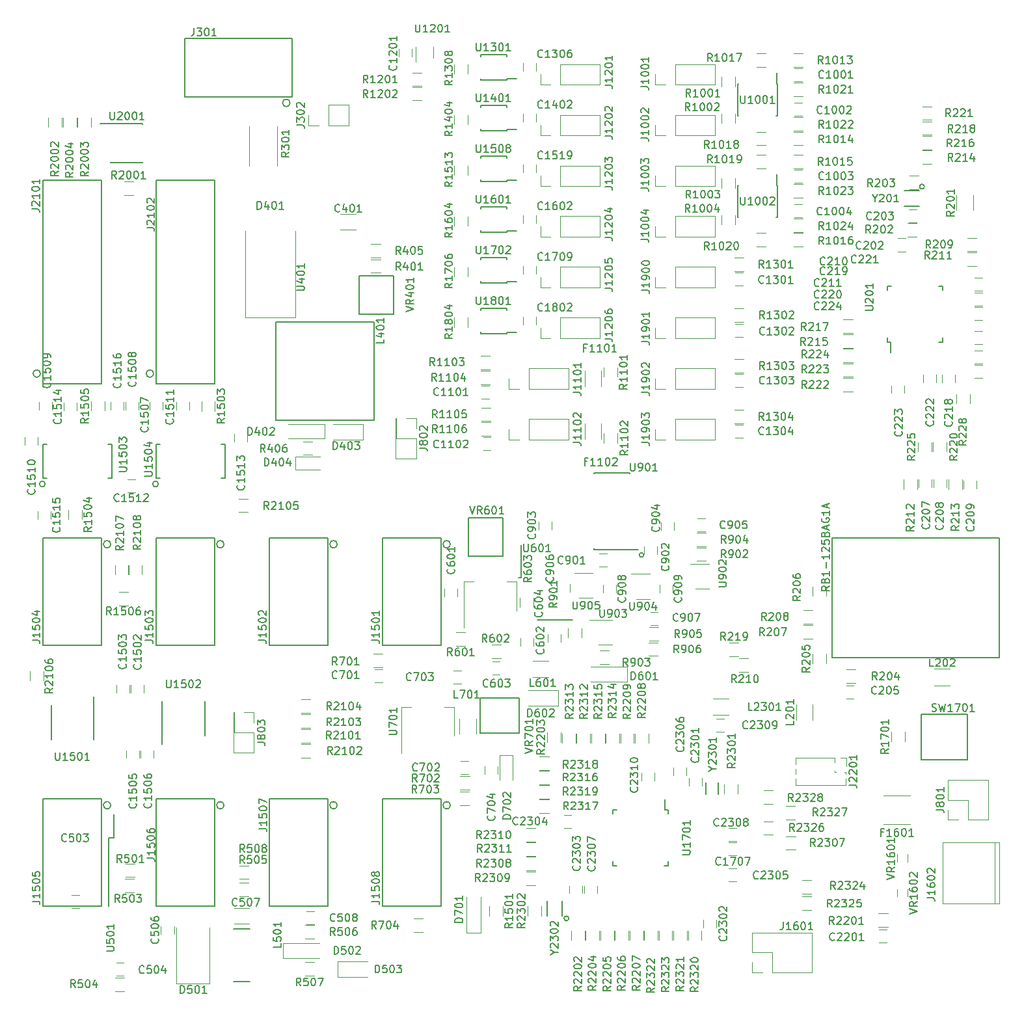
<source format=gbr>
G04 #@! TF.FileFunction,Legend,Top*
%FSLAX46Y46*%
G04 Gerber Fmt 4.6, Leading zero omitted, Abs format (unit mm)*
G04 Created by KiCad (PCBNEW 4.0.4-stable) date Friday, December 29, 2017 'AMt' 10:56:01 AM*
%MOMM*%
%LPD*%
G01*
G04 APERTURE LIST*
%ADD10C,0.100000*%
%ADD11C,0.200000*%
%ADD12C,0.120000*%
%ADD13C,0.150000*%
G04 APERTURE END LIST*
D10*
D11*
X64770000Y-72644000D02*
X64389000Y-72644000D01*
X64770000Y-68453000D02*
X64770000Y-72644000D01*
X11031220Y-106550460D02*
X11031220Y-115427760D01*
X11739880Y-106550460D02*
X11031220Y-106550460D01*
X11739880Y-103454200D02*
X11739880Y-106550460D01*
X66903600Y-78181200D02*
X71414640Y-78181200D01*
D12*
X82950000Y-65500000D02*
X82950000Y-66500000D01*
X84650000Y-66500000D02*
X84650000Y-65500000D01*
X100300000Y-21250000D02*
X101300000Y-21250000D01*
X101300000Y-19550000D02*
X100300000Y-19550000D01*
X100300000Y-25750000D02*
X101300000Y-25750000D01*
X101300000Y-24050000D02*
X100300000Y-24050000D01*
X101400000Y-19380000D02*
X100200000Y-19380000D01*
X100200000Y-17620000D02*
X101400000Y-17620000D01*
D13*
X98075000Y-21575000D02*
X98025000Y-21575000D01*
X98075000Y-25725000D02*
X97930000Y-25725000D01*
X92925000Y-25725000D02*
X93070000Y-25725000D01*
X92925000Y-21575000D02*
X93070000Y-21575000D01*
X98075000Y-21575000D02*
X98075000Y-25725000D01*
X92925000Y-21575000D02*
X92925000Y-25725000D01*
X98025000Y-21575000D02*
X98025000Y-20175000D01*
D12*
X95400000Y-27820000D02*
X96600000Y-27820000D01*
X96600000Y-29580000D02*
X95400000Y-29580000D01*
X100200000Y-25920000D02*
X101400000Y-25920000D01*
X101400000Y-27680000D02*
X100200000Y-27680000D01*
X95400000Y-17620000D02*
X96600000Y-17620000D01*
X96600000Y-19380000D02*
X95400000Y-19380000D01*
X100200000Y-21420000D02*
X101400000Y-21420000D01*
X101400000Y-23180000D02*
X100200000Y-23180000D01*
X101400000Y-29580000D02*
X100200000Y-29580000D01*
X100200000Y-27820000D02*
X101400000Y-27820000D01*
X89970000Y-28280000D02*
X89970000Y-25620000D01*
X84830000Y-28280000D02*
X89970000Y-28280000D01*
X84830000Y-25620000D02*
X89970000Y-25620000D01*
X84830000Y-28280000D02*
X84830000Y-25620000D01*
X83560000Y-28280000D02*
X82230000Y-28280000D01*
X82230000Y-28280000D02*
X82230000Y-26950000D01*
X89970000Y-21680000D02*
X89970000Y-19020000D01*
X84830000Y-21680000D02*
X89970000Y-21680000D01*
X84830000Y-19020000D02*
X89970000Y-19020000D01*
X84830000Y-21680000D02*
X84830000Y-19020000D01*
X83560000Y-21680000D02*
X82230000Y-21680000D01*
X82230000Y-21680000D02*
X82230000Y-20350000D01*
X90820000Y-26700000D02*
X90820000Y-25500000D01*
X92580000Y-25500000D02*
X92580000Y-26700000D01*
X92580000Y-20700000D02*
X92580000Y-21900000D01*
X90820000Y-21900000D02*
X90820000Y-20700000D01*
X64980000Y-38690000D02*
X64980000Y-39690000D01*
X66680000Y-39690000D02*
X66680000Y-38690000D01*
X64980000Y-32090000D02*
X64980000Y-33090000D01*
X66680000Y-33090000D02*
X66680000Y-32090000D01*
X64980000Y-25490000D02*
X64980000Y-26490000D01*
X66680000Y-26490000D02*
X66680000Y-25490000D01*
X64980000Y-18890000D02*
X64980000Y-19890000D01*
X66680000Y-19890000D02*
X66680000Y-18890000D01*
X56030000Y-40030000D02*
X56030000Y-38830000D01*
X57790000Y-38830000D02*
X57790000Y-40030000D01*
X56030000Y-33430000D02*
X56030000Y-32230000D01*
X57790000Y-32230000D02*
X57790000Y-33430000D01*
X56030000Y-26830000D02*
X56030000Y-25630000D01*
X57790000Y-25630000D02*
X57790000Y-26830000D01*
X56030000Y-20230000D02*
X56030000Y-19030000D01*
X57790000Y-19030000D02*
X57790000Y-20230000D01*
D13*
X62865000Y-40925000D02*
X62865000Y-40750000D01*
X59515000Y-40925000D02*
X59515000Y-40675000D01*
X59515000Y-37575000D02*
X59515000Y-37825000D01*
X62865000Y-37575000D02*
X62865000Y-37825000D01*
X62865000Y-40925000D02*
X59515000Y-40925000D01*
X62865000Y-37575000D02*
X59515000Y-37575000D01*
X62865000Y-40750000D02*
X64115000Y-40750000D01*
X62865000Y-34325000D02*
X62865000Y-34150000D01*
X59515000Y-34325000D02*
X59515000Y-34075000D01*
X59515000Y-30975000D02*
X59515000Y-31225000D01*
X62865000Y-30975000D02*
X62865000Y-31225000D01*
X62865000Y-34325000D02*
X59515000Y-34325000D01*
X62865000Y-30975000D02*
X59515000Y-30975000D01*
X62865000Y-34150000D02*
X64115000Y-34150000D01*
X62865000Y-27725000D02*
X62865000Y-27550000D01*
X59515000Y-27725000D02*
X59515000Y-27475000D01*
X59515000Y-24375000D02*
X59515000Y-24625000D01*
X62865000Y-24375000D02*
X62865000Y-24625000D01*
X62865000Y-27725000D02*
X59515000Y-27725000D01*
X62865000Y-24375000D02*
X59515000Y-24375000D01*
X62865000Y-27550000D02*
X64115000Y-27550000D01*
X62865000Y-21125000D02*
X62865000Y-20950000D01*
X59515000Y-21125000D02*
X59515000Y-20875000D01*
X59515000Y-17775000D02*
X59515000Y-18025000D01*
X62865000Y-17775000D02*
X62865000Y-18025000D01*
X62865000Y-21125000D02*
X59515000Y-21125000D01*
X62865000Y-17775000D02*
X59515000Y-17775000D01*
X62865000Y-20950000D02*
X64115000Y-20950000D01*
D12*
X75000000Y-41480000D02*
X75000000Y-38820000D01*
X69860000Y-41480000D02*
X75000000Y-41480000D01*
X69860000Y-38820000D02*
X75000000Y-38820000D01*
X69860000Y-41480000D02*
X69860000Y-38820000D01*
X68590000Y-41480000D02*
X67260000Y-41480000D01*
X67260000Y-41480000D02*
X67260000Y-40150000D01*
X75000000Y-34880000D02*
X75000000Y-32220000D01*
X69860000Y-34880000D02*
X75000000Y-34880000D01*
X69860000Y-32220000D02*
X75000000Y-32220000D01*
X69860000Y-34880000D02*
X69860000Y-32220000D01*
X68590000Y-34880000D02*
X67260000Y-34880000D01*
X67260000Y-34880000D02*
X67260000Y-33550000D01*
X75000000Y-28280000D02*
X75000000Y-25620000D01*
X69860000Y-28280000D02*
X75000000Y-28280000D01*
X69860000Y-25620000D02*
X75000000Y-25620000D01*
X69860000Y-28280000D02*
X69860000Y-25620000D01*
X68590000Y-28280000D02*
X67260000Y-28280000D01*
X67260000Y-28280000D02*
X67260000Y-26950000D01*
X75000000Y-21680000D02*
X75000000Y-19020000D01*
X69860000Y-21680000D02*
X75000000Y-21680000D01*
X69860000Y-19020000D02*
X75000000Y-19020000D01*
X69860000Y-21680000D02*
X69860000Y-19020000D01*
X68590000Y-21680000D02*
X67260000Y-21680000D01*
X67260000Y-21680000D02*
X67260000Y-20350000D01*
D13*
X62865000Y-14525000D02*
X62865000Y-14350000D01*
X59515000Y-14525000D02*
X59515000Y-14275000D01*
X59515000Y-11175000D02*
X59515000Y-11425000D01*
X62865000Y-11175000D02*
X62865000Y-11425000D01*
X62865000Y-14525000D02*
X59515000Y-14525000D01*
X62865000Y-11175000D02*
X59515000Y-11175000D01*
X62865000Y-14350000D02*
X64115000Y-14350000D01*
D12*
X56030000Y-13630000D02*
X56030000Y-12430000D01*
X57790000Y-12430000D02*
X57790000Y-13630000D01*
X75000000Y-15080000D02*
X75000000Y-12420000D01*
X69860000Y-15080000D02*
X75000000Y-15080000D01*
X69860000Y-12420000D02*
X75000000Y-12420000D01*
X69860000Y-15080000D02*
X69860000Y-12420000D01*
X68590000Y-15080000D02*
X67260000Y-15080000D01*
X67260000Y-15080000D02*
X67260000Y-13750000D01*
X64980000Y-12290000D02*
X64980000Y-13290000D01*
X66680000Y-13290000D02*
X66680000Y-12290000D01*
X124750000Y-37450000D02*
X123750000Y-37450000D01*
X123750000Y-39150000D02*
X124750000Y-39150000D01*
X114800000Y-28500000D02*
X113800000Y-28500000D01*
X113800000Y-30200000D02*
X114800000Y-30200000D01*
X116200000Y-24700000D02*
X115200000Y-24700000D01*
X115200000Y-26400000D02*
X116200000Y-26400000D01*
X107050000Y-88400000D02*
X108050000Y-88400000D01*
X108050000Y-86700000D02*
X107050000Y-86700000D01*
X118200000Y-60900000D02*
X118200000Y-59900000D01*
X116500000Y-59900000D02*
X116500000Y-60900000D01*
X120100000Y-60900000D02*
X120100000Y-59900000D01*
X118400000Y-59900000D02*
X118400000Y-60900000D01*
X122350000Y-60050000D02*
X122350000Y-61050000D01*
X124050000Y-61050000D02*
X124050000Y-60050000D01*
X124750000Y-33650000D02*
X123750000Y-33650000D01*
X123750000Y-35350000D02*
X124750000Y-35350000D01*
X121200000Y-47250000D02*
X121200000Y-46250000D01*
X119500000Y-46250000D02*
X119500000Y-47250000D01*
X124750000Y-35550000D02*
X123750000Y-35550000D01*
X123750000Y-37250000D02*
X124750000Y-37250000D01*
X124750000Y-40550000D02*
X123750000Y-40550000D01*
X123750000Y-42250000D02*
X124750000Y-42250000D01*
X124750000Y-43100000D02*
X123750000Y-43100000D01*
X123750000Y-44800000D02*
X124750000Y-44800000D01*
X118750000Y-47250000D02*
X118750000Y-46250000D01*
X117050000Y-46250000D02*
X117050000Y-47250000D01*
X114650000Y-48650000D02*
X114650000Y-47650000D01*
X112950000Y-47650000D02*
X112950000Y-48650000D01*
X124750000Y-44950000D02*
X123750000Y-44950000D01*
X123750000Y-46650000D02*
X124750000Y-46650000D01*
X43250000Y-25330000D02*
X41250000Y-25330000D01*
X41250000Y-27370000D02*
X43250000Y-27370000D01*
X6250000Y-115700000D02*
X7250000Y-115700000D01*
X7250000Y-114000000D02*
X6250000Y-114000000D01*
X12050000Y-124500000D02*
X13050000Y-124500000D01*
X13050000Y-122800000D02*
X12050000Y-122800000D01*
X17879960Y-118021480D02*
X17879960Y-119021480D01*
X19579960Y-119021480D02*
X19579960Y-118021480D01*
X27400000Y-117670000D02*
X29400000Y-117670000D01*
X29400000Y-115630000D02*
X27400000Y-115630000D01*
X54781080Y-74125200D02*
X54781080Y-75125200D01*
X56481080Y-75125200D02*
X56481080Y-74125200D01*
X64656600Y-80505680D02*
X64656600Y-81505680D01*
X66356600Y-81505680D02*
X66356600Y-80505680D01*
X61993400Y-83549120D02*
X60993400Y-83549120D01*
X60993400Y-85249120D02*
X61993400Y-85249120D01*
X68238000Y-80018000D02*
X68238000Y-81018000D01*
X69938000Y-81018000D02*
X69938000Y-80018000D01*
X45712760Y-86318460D02*
X46712760Y-86318460D01*
X46712760Y-84618460D02*
X45712760Y-84618460D01*
X57883680Y-96503120D02*
X56883680Y-96503120D01*
X56883680Y-98203120D02*
X57883680Y-98203120D01*
X55938800Y-86430220D02*
X56938800Y-86430220D01*
X56938800Y-84730220D02*
X55938800Y-84730220D01*
X61688080Y-98239200D02*
X61688080Y-97239200D01*
X59988080Y-97239200D02*
X59988080Y-98239200D01*
X75900000Y-69550000D02*
X74900000Y-69550000D01*
X74900000Y-71250000D02*
X75900000Y-71250000D01*
X82450000Y-69600000D02*
X82450000Y-68600000D01*
X80750000Y-68600000D02*
X80750000Y-69600000D01*
X68721680Y-66373000D02*
X68721680Y-65373000D01*
X67021680Y-65373000D02*
X67021680Y-66373000D01*
X88700000Y-64950000D02*
X87700000Y-64950000D01*
X87700000Y-66650000D02*
X88700000Y-66650000D01*
X71065760Y-74497820D02*
X71065760Y-73497820D01*
X69365760Y-73497820D02*
X69365760Y-74497820D01*
X82567840Y-77123000D02*
X81567840Y-77123000D01*
X81567840Y-78823000D02*
X82567840Y-78823000D01*
X77150000Y-74600000D02*
X77150000Y-73600000D01*
X75450000Y-73600000D02*
X75450000Y-74600000D01*
X82750000Y-73600000D02*
X82750000Y-74600000D01*
X84450000Y-74600000D02*
X84450000Y-73600000D01*
X100300000Y-8050000D02*
X101300000Y-8050000D01*
X101300000Y-6350000D02*
X100300000Y-6350000D01*
X100300000Y-12550000D02*
X101300000Y-12550000D01*
X101300000Y-10850000D02*
X100300000Y-10850000D01*
X60600000Y-47650000D02*
X59600000Y-47650000D01*
X59600000Y-49350000D02*
X60600000Y-49350000D01*
X60800000Y-54350000D02*
X59800000Y-54350000D01*
X59800000Y-56050000D02*
X60800000Y-56050000D01*
X50550000Y-4800000D02*
X50550000Y-3800000D01*
X48850000Y-3800000D02*
X48850000Y-4800000D01*
X92600000Y-34650000D02*
X93600000Y-34650000D01*
X93600000Y-32950000D02*
X92600000Y-32950000D01*
X92600000Y-41350000D02*
X93600000Y-41350000D01*
X93600000Y-39650000D02*
X92600000Y-39650000D01*
X92600000Y-47850000D02*
X93600000Y-47850000D01*
X93600000Y-46150000D02*
X92600000Y-46150000D01*
X92600000Y-54450000D02*
X93600000Y-54450000D01*
X93600000Y-52750000D02*
X92600000Y-52750000D01*
X64980000Y-5690000D02*
X64980000Y-6690000D01*
X66680000Y-6690000D02*
X66680000Y-5690000D01*
X13950000Y-86650000D02*
X13950000Y-87650000D01*
X15650000Y-87650000D02*
X15650000Y-86650000D01*
X12100000Y-86650000D02*
X12100000Y-87650000D01*
X13800000Y-87650000D02*
X13800000Y-86650000D01*
X15050000Y-96150000D02*
X15050000Y-95150000D01*
X13350000Y-95150000D02*
X13350000Y-96150000D01*
X16950000Y-96150000D02*
X16950000Y-95150000D01*
X15250000Y-95150000D02*
X15250000Y-96150000D01*
X18080000Y-50800000D02*
X18080000Y-49800000D01*
X16380000Y-49800000D02*
X16380000Y-50800000D01*
X14977480Y-50804700D02*
X14977480Y-49804700D01*
X13277480Y-49804700D02*
X13277480Y-50804700D01*
X3740000Y-50800000D02*
X3740000Y-49800000D01*
X2040000Y-49800000D02*
X2040000Y-50800000D01*
X166000Y-54364000D02*
X166000Y-55364000D01*
X1866000Y-55364000D02*
X1866000Y-54364000D01*
X19900000Y-49800000D02*
X19900000Y-50800000D01*
X21600000Y-50800000D02*
X21600000Y-49800000D01*
X14550000Y-59850000D02*
X13550000Y-59850000D01*
X13550000Y-61550000D02*
X14550000Y-61550000D01*
X27389720Y-53922040D02*
X27389720Y-54922040D01*
X29089720Y-54922040D02*
X29089720Y-53922040D01*
X5256160Y-49898680D02*
X5256160Y-50898680D01*
X6956160Y-50898680D02*
X6956160Y-49898680D01*
X1820000Y-64000000D02*
X1820000Y-65000000D01*
X3520000Y-65000000D02*
X3520000Y-64000000D01*
X13042000Y-50792000D02*
X13042000Y-49792000D01*
X11342000Y-49792000D02*
X11342000Y-50792000D01*
X91750000Y-108800000D02*
X92750000Y-108800000D01*
X92750000Y-107100000D02*
X91750000Y-107100000D01*
X35350000Y-38750000D02*
X28850000Y-38750000D01*
X35350000Y-38750000D02*
X35350000Y-27550000D01*
X28850000Y-38750000D02*
X28850000Y-27550000D01*
X39150000Y-54550000D02*
X39150000Y-52650000D01*
X39150000Y-52650000D02*
X34450000Y-52650000D01*
X39150000Y-54550000D02*
X34450000Y-54550000D01*
X44150000Y-54700000D02*
X44150000Y-52700000D01*
X44150000Y-52700000D02*
X40250000Y-52700000D01*
X44150000Y-54700000D02*
X40250000Y-54700000D01*
X35400000Y-56900000D02*
X35400000Y-58600000D01*
X35400000Y-58600000D02*
X38550000Y-58600000D01*
X35400000Y-56900000D02*
X38550000Y-56900000D01*
X33800000Y-120250000D02*
X33800000Y-122150000D01*
X33800000Y-122150000D02*
X38500000Y-122150000D01*
X33800000Y-120250000D02*
X38500000Y-120250000D01*
X40860960Y-122634760D02*
X40860960Y-124634760D01*
X40860960Y-124634760D02*
X44760960Y-124634760D01*
X40860960Y-122634760D02*
X44760960Y-122634760D01*
X78538000Y-86167000D02*
X78538000Y-84267000D01*
X78538000Y-84267000D02*
X73838000Y-84267000D01*
X78538000Y-86167000D02*
X73838000Y-86167000D01*
X69549840Y-89300560D02*
X69549840Y-87300560D01*
X69549840Y-87300560D02*
X65649840Y-87300560D01*
X69549840Y-89300560D02*
X65649840Y-89300560D01*
X57602080Y-118924000D02*
X59502080Y-118924000D01*
X59502080Y-118924000D02*
X59502080Y-114224000D01*
X57602080Y-118924000D02*
X57602080Y-114224000D01*
X63679440Y-95798560D02*
X61979440Y-95798560D01*
X61979440Y-95798560D02*
X61979440Y-98948560D01*
X63679440Y-95798560D02*
X63679440Y-98948560D01*
X75170000Y-45750000D02*
X75170000Y-47750000D01*
X73030000Y-47750000D02*
X73030000Y-45750000D01*
X73030000Y-54600000D02*
X73030000Y-52600000D01*
X75170000Y-52600000D02*
X75170000Y-54600000D01*
X111920000Y-104780000D02*
X115380000Y-104780000D01*
X111920000Y-101020000D02*
X115380000Y-101020000D01*
X42280000Y-13780000D02*
X42280000Y-11120000D01*
X39680000Y-13780000D02*
X42280000Y-13780000D01*
X39680000Y-11120000D02*
X42280000Y-11120000D01*
X39680000Y-13780000D02*
X39680000Y-11120000D01*
X38410000Y-13780000D02*
X37080000Y-13780000D01*
X37080000Y-13780000D02*
X37080000Y-12450000D01*
X102580000Y-124045000D02*
X102580000Y-118845000D01*
X97440000Y-124045000D02*
X102580000Y-124045000D01*
X94840000Y-118845000D02*
X102580000Y-118845000D01*
X97440000Y-124045000D02*
X97440000Y-121445000D01*
X97440000Y-121445000D02*
X94840000Y-121445000D01*
X94840000Y-121445000D02*
X94840000Y-118845000D01*
X96170000Y-124045000D02*
X94840000Y-124045000D01*
X94840000Y-124045000D02*
X94840000Y-122715000D01*
X126970000Y-115080000D02*
X126970000Y-107080000D01*
X119650000Y-115080000D02*
X119650000Y-107080000D01*
X119650000Y-107080000D02*
X126970000Y-107080000D01*
X126350000Y-107080000D02*
X126350000Y-115080000D01*
X126970000Y-115080000D02*
X119650000Y-115080000D01*
X102670000Y-89170000D02*
X102670000Y-91170000D01*
X100530000Y-91170000D02*
X100530000Y-89170000D01*
D13*
X32800000Y-52175000D02*
X32800000Y-39375000D01*
X45600000Y-52175000D02*
X32800000Y-52175000D01*
X45600000Y-39375000D02*
X45600000Y-52175000D01*
X32800000Y-39375000D02*
X45600000Y-39375000D01*
D12*
X68294760Y-85596120D02*
X66294760Y-85596120D01*
X66294760Y-83456120D02*
X68294760Y-83456120D01*
X56737860Y-93006420D02*
X56737860Y-91006420D01*
X58877860Y-91006420D02*
X58877860Y-93006420D01*
X115000000Y-26520000D02*
X116200000Y-26520000D01*
X116200000Y-28280000D02*
X115000000Y-28280000D01*
X115300000Y-20370000D02*
X116500000Y-20370000D01*
X116500000Y-22130000D02*
X115300000Y-22130000D01*
X107050000Y-84570000D02*
X108250000Y-84570000D01*
X108250000Y-86330000D02*
X107050000Y-86330000D01*
X104430000Y-82600000D02*
X104430000Y-83800000D01*
X102670000Y-83800000D02*
X102670000Y-82600000D01*
X102670000Y-75000000D02*
X102670000Y-73800000D01*
X104430000Y-73800000D02*
X104430000Y-75000000D01*
X101500000Y-78870000D02*
X102700000Y-78870000D01*
X102700000Y-80630000D02*
X101500000Y-80630000D01*
X101500000Y-76920000D02*
X102700000Y-76920000D01*
X102700000Y-78680000D02*
X101500000Y-78680000D01*
X122800000Y-28420000D02*
X124000000Y-28420000D01*
X124000000Y-30180000D02*
X122800000Y-30180000D01*
X94326000Y-84954000D02*
X93126000Y-84954000D01*
X93126000Y-83194000D02*
X94326000Y-83194000D01*
X124000000Y-32080000D02*
X122800000Y-32080000D01*
X122800000Y-30320000D02*
X124000000Y-30320000D01*
X114520000Y-61100000D02*
X114520000Y-59900000D01*
X116280000Y-59900000D02*
X116280000Y-61100000D01*
X120370000Y-61100000D02*
X120370000Y-59900000D01*
X122130000Y-59900000D02*
X122130000Y-61100000D01*
X116950000Y-17070000D02*
X118150000Y-17070000D01*
X118150000Y-18830000D02*
X116950000Y-18830000D01*
X106700000Y-40970000D02*
X107900000Y-40970000D01*
X107900000Y-42730000D02*
X106700000Y-42730000D01*
X116950000Y-15170000D02*
X118150000Y-15170000D01*
X118150000Y-16930000D02*
X116950000Y-16930000D01*
X106700000Y-39070000D02*
X107900000Y-39070000D01*
X107900000Y-40830000D02*
X106700000Y-40830000D01*
X116950000Y-13270000D02*
X118150000Y-13270000D01*
X118150000Y-15030000D02*
X116950000Y-15030000D01*
X93056000Y-82922000D02*
X91856000Y-82922000D01*
X91856000Y-81162000D02*
X93056000Y-81162000D01*
X120130000Y-55050000D02*
X120130000Y-56250000D01*
X118370000Y-56250000D02*
X118370000Y-55050000D01*
X118150000Y-13080000D02*
X116950000Y-13080000D01*
X116950000Y-11320000D02*
X118150000Y-11320000D01*
X107900000Y-48430000D02*
X106700000Y-48430000D01*
X106700000Y-46670000D02*
X107900000Y-46670000D01*
X107900000Y-46530000D02*
X106700000Y-46530000D01*
X106700000Y-44770000D02*
X107900000Y-44770000D01*
X107900000Y-44630000D02*
X106700000Y-44630000D01*
X106700000Y-42870000D02*
X107900000Y-42870000D01*
X118180000Y-55050000D02*
X118180000Y-56250000D01*
X116420000Y-56250000D02*
X116420000Y-55050000D01*
X121420000Y-49950000D02*
X121420000Y-48750000D01*
X123180000Y-48750000D02*
X123180000Y-49950000D01*
X32995000Y-13875000D02*
X32995000Y-19075000D01*
X29355000Y-19075000D02*
X29355000Y-13875000D01*
X45230000Y-29220000D02*
X46430000Y-29220000D01*
X46430000Y-30980000D02*
X45230000Y-30980000D01*
X36350000Y-54920000D02*
X37550000Y-54920000D01*
X37550000Y-56680000D02*
X36350000Y-56680000D01*
X14384580Y-113607740D02*
X13184580Y-113607740D01*
X13184580Y-111847740D02*
X14384580Y-111847740D01*
X11900000Y-124720000D02*
X13100000Y-124720000D01*
X13100000Y-126480000D02*
X11900000Y-126480000D01*
X28091840Y-112343040D02*
X29291840Y-112343040D01*
X29291840Y-114103040D02*
X28091840Y-114103040D01*
X36600000Y-122720000D02*
X37800000Y-122720000D01*
X37800000Y-124480000D02*
X36600000Y-124480000D01*
X56296000Y-79765000D02*
X57496000Y-79765000D01*
X57496000Y-81525000D02*
X56296000Y-81525000D01*
X62123880Y-83176000D02*
X60923880Y-83176000D01*
X60923880Y-81416000D02*
X62123880Y-81416000D01*
X45556880Y-82548840D02*
X46756880Y-82548840D01*
X46756880Y-84308840D02*
X45556880Y-84308840D01*
X58024320Y-100275280D02*
X56824320Y-100275280D01*
X56824320Y-98515280D02*
X58024320Y-98515280D01*
X50748640Y-117016640D02*
X51948640Y-117016640D01*
X51948640Y-118776640D02*
X50748640Y-118776640D01*
X72635000Y-79283000D02*
X72635000Y-80483000D01*
X70875000Y-80483000D02*
X70875000Y-79283000D01*
X88800000Y-70480000D02*
X87600000Y-70480000D01*
X87600000Y-68720000D02*
X88800000Y-68720000D01*
X76165000Y-83938000D02*
X74965000Y-83938000D01*
X74965000Y-82178000D02*
X76165000Y-82178000D01*
X88800000Y-68580000D02*
X87600000Y-68580000D01*
X87600000Y-66820000D02*
X88800000Y-66820000D01*
X81417840Y-79093000D02*
X82617840Y-79093000D01*
X82617840Y-80853000D02*
X81417840Y-80853000D01*
X81367840Y-81093000D02*
X82567840Y-81093000D01*
X82567840Y-82853000D02*
X81367840Y-82853000D01*
X92580000Y-7500000D02*
X92580000Y-8700000D01*
X90820000Y-8700000D02*
X90820000Y-7500000D01*
X90820000Y-13500000D02*
X90820000Y-12300000D01*
X92580000Y-12300000D02*
X92580000Y-13500000D01*
X101400000Y-6180000D02*
X100200000Y-6180000D01*
X100200000Y-4420000D02*
X101400000Y-4420000D01*
X101400000Y-16380000D02*
X100200000Y-16380000D01*
X100200000Y-14620000D02*
X101400000Y-14620000D01*
X95400000Y-4420000D02*
X96600000Y-4420000D01*
X96600000Y-6180000D02*
X95400000Y-6180000D01*
X95400000Y-14620000D02*
X96600000Y-14620000D01*
X96600000Y-16380000D02*
X95400000Y-16380000D01*
X100200000Y-8220000D02*
X101400000Y-8220000D01*
X101400000Y-9980000D02*
X100200000Y-9980000D01*
X100200000Y-12720000D02*
X101400000Y-12720000D01*
X101400000Y-14480000D02*
X100200000Y-14480000D01*
X77280000Y-45300000D02*
X77280000Y-46500000D01*
X75520000Y-46500000D02*
X75520000Y-45300000D01*
X75520000Y-55100000D02*
X75520000Y-53900000D01*
X77280000Y-53900000D02*
X77280000Y-55100000D01*
X59500000Y-43820000D02*
X60700000Y-43820000D01*
X60700000Y-45580000D02*
X59500000Y-45580000D01*
X60700000Y-47480000D02*
X59500000Y-47480000D01*
X59500000Y-45720000D02*
X60700000Y-45720000D01*
X59600000Y-50520000D02*
X60800000Y-50520000D01*
X60800000Y-52280000D02*
X59600000Y-52280000D01*
X60800000Y-54180000D02*
X59600000Y-54180000D01*
X59600000Y-52420000D02*
X60800000Y-52420000D01*
X51788120Y-8688294D02*
X50588120Y-8688294D01*
X50588120Y-6928294D02*
X51788120Y-6928294D01*
X50598120Y-8788294D02*
X51798120Y-8788294D01*
X51798120Y-10548294D02*
X50598120Y-10548294D01*
X92500000Y-31020000D02*
X93700000Y-31020000D01*
X93700000Y-32780000D02*
X92500000Y-32780000D01*
X92500000Y-37620000D02*
X93700000Y-37620000D01*
X93700000Y-39380000D02*
X92500000Y-39380000D01*
X92500000Y-44220000D02*
X93700000Y-44220000D01*
X93700000Y-45980000D02*
X92500000Y-45980000D01*
X92500000Y-50820000D02*
X93700000Y-50820000D01*
X93700000Y-52580000D02*
X92500000Y-52580000D01*
X56030000Y-7030000D02*
X56030000Y-5830000D01*
X57790000Y-5830000D02*
X57790000Y-7030000D01*
X60613400Y-116652600D02*
X60613400Y-115452600D01*
X62373400Y-115452600D02*
X62373400Y-116652600D01*
X23138240Y-50952960D02*
X23138240Y-49752960D01*
X24898240Y-49752960D02*
X24898240Y-50952960D01*
X7580000Y-63850000D02*
X7580000Y-65050000D01*
X5820000Y-65050000D02*
X5820000Y-63850000D01*
X8780000Y-50900000D02*
X8780000Y-49700000D01*
X10540000Y-49700000D02*
X10540000Y-50900000D01*
X12427660Y-74507200D02*
X13627660Y-74507200D01*
X13627660Y-76267200D02*
X12427660Y-76267200D01*
X114680000Y-92750000D02*
X114680000Y-93950000D01*
X112920000Y-93950000D02*
X112920000Y-92750000D01*
D13*
X112375000Y-41975000D02*
X112825000Y-41975000D01*
X112375000Y-34725000D02*
X112900000Y-34725000D01*
X119625000Y-34725000D02*
X119100000Y-34725000D01*
X119625000Y-41975000D02*
X119100000Y-41975000D01*
X112375000Y-41975000D02*
X112375000Y-41450000D01*
X119625000Y-41975000D02*
X119625000Y-41450000D01*
X119625000Y-34725000D02*
X119625000Y-35250000D01*
X112375000Y-34725000D02*
X112375000Y-35250000D01*
X112825000Y-41975000D02*
X112825000Y-43350000D01*
D12*
X64131680Y-73200500D02*
X62871680Y-73200500D01*
X57311680Y-73200500D02*
X58571680Y-73200500D01*
X64131680Y-76960500D02*
X64131680Y-73200500D01*
X57311680Y-79210500D02*
X57311680Y-73200500D01*
X56010000Y-89477500D02*
X54750000Y-89477500D01*
X49190000Y-89477500D02*
X50450000Y-89477500D01*
X56010000Y-93237500D02*
X56010000Y-89477500D01*
X49190000Y-95487500D02*
X49190000Y-89477500D01*
X87400000Y-74110000D02*
X89200000Y-74110000D01*
X89200000Y-70890000D02*
X86750000Y-70890000D01*
X74792000Y-81366000D02*
X76592000Y-81366000D01*
X76592000Y-78146000D02*
X73642000Y-78146000D01*
X79700000Y-75410000D02*
X81500000Y-75410000D01*
X81500000Y-72190000D02*
X79050000Y-72190000D01*
X72300000Y-75310000D02*
X74100000Y-75310000D01*
X74100000Y-72090000D02*
X71650000Y-72090000D01*
D13*
X98075000Y-8375000D02*
X98025000Y-8375000D01*
X98075000Y-12525000D02*
X97930000Y-12525000D01*
X92925000Y-12525000D02*
X93070000Y-12525000D01*
X92925000Y-8375000D02*
X93070000Y-8375000D01*
X98075000Y-8375000D02*
X98075000Y-12525000D01*
X92925000Y-8375000D02*
X92925000Y-12525000D01*
X98025000Y-8375000D02*
X98025000Y-6975000D01*
X62865000Y-7925000D02*
X62865000Y-7750000D01*
X59515000Y-7925000D02*
X59515000Y-7675000D01*
X59515000Y-4575000D02*
X59515000Y-4825000D01*
X62865000Y-4575000D02*
X62865000Y-4825000D01*
X62865000Y-7925000D02*
X59515000Y-7925000D01*
X62865000Y-4575000D02*
X59515000Y-4575000D01*
X62865000Y-7750000D02*
X64115000Y-7750000D01*
X3585000Y-89235000D02*
X3585000Y-93735000D01*
X9135000Y-88110000D02*
X9135000Y-93735000D01*
X23572500Y-93235000D02*
X23572500Y-88735000D01*
X18022500Y-94360000D02*
X18022500Y-88735000D01*
X83925000Y-102875000D02*
X83500000Y-102875000D01*
X83925000Y-110125000D02*
X83400000Y-110125000D01*
X76675000Y-110125000D02*
X77200000Y-110125000D01*
X76675000Y-102875000D02*
X77200000Y-102875000D01*
X83925000Y-102875000D02*
X83925000Y-103400000D01*
X76675000Y-102875000D02*
X76675000Y-103400000D01*
X76675000Y-110125000D02*
X76675000Y-109600000D01*
X83925000Y-110125000D02*
X83925000Y-109600000D01*
X83500000Y-102875000D02*
X83500000Y-101500000D01*
D12*
X115040960Y-108679360D02*
X115040960Y-109679360D01*
X113680960Y-109679360D02*
X113680960Y-108679360D01*
X113706360Y-114175160D02*
X113706360Y-113175160D01*
X115066360Y-113175160D02*
X115066360Y-114175160D01*
X51040000Y-3600000D02*
X51040000Y-5500000D01*
X53360000Y-5000000D02*
X53360000Y-3600000D01*
X86585900Y-98765860D02*
X86585900Y-99765860D01*
X88285900Y-99765860D02*
X88285900Y-98765860D01*
X90176720Y-118193440D02*
X90176720Y-117193440D01*
X88476720Y-117193440D02*
X88476720Y-118193440D01*
X72750000Y-113750000D02*
X72750000Y-112750000D01*
X71050000Y-112750000D02*
X71050000Y-113750000D01*
X70299960Y-105223680D02*
X71299960Y-105223680D01*
X71299960Y-103523680D02*
X70299960Y-103523680D01*
X92757880Y-110518840D02*
X91757880Y-110518840D01*
X91757880Y-112218840D02*
X92757880Y-112218840D01*
X84585900Y-97415860D02*
X84585900Y-98415860D01*
X86285900Y-98415860D02*
X86285900Y-97415860D01*
X74650000Y-113750000D02*
X74650000Y-112750000D01*
X72950000Y-112750000D02*
X72950000Y-113750000D01*
X92750000Y-105250000D02*
X91750000Y-105250000D01*
X91750000Y-106950000D02*
X92750000Y-106950000D01*
X91137360Y-91016720D02*
X90137360Y-91016720D01*
X90137360Y-92716720D02*
X91137360Y-92716720D01*
X80394440Y-98041840D02*
X80394440Y-99041840D01*
X82094440Y-99041840D02*
X82094440Y-98041840D01*
X100515000Y-96100000D02*
X100515000Y-96922470D01*
X100515000Y-98807530D02*
X100515000Y-99630000D01*
X100515000Y-97537530D02*
X100515000Y-98192470D01*
X105530000Y-96100000D02*
X100515000Y-96100000D01*
X106985000Y-99630000D02*
X100515000Y-99630000D01*
X105530000Y-96100000D02*
X105530000Y-96666529D01*
X105530000Y-97793471D02*
X105530000Y-97936529D01*
X105583471Y-97990000D02*
X105726529Y-97990000D01*
X106853471Y-97990000D02*
X106985000Y-97990000D01*
X106985000Y-97990000D02*
X106985000Y-98192470D01*
X106985000Y-98807530D02*
X106985000Y-99630000D01*
X106290000Y-96100000D02*
X107050000Y-96100000D01*
X107050000Y-96100000D02*
X107050000Y-97230000D01*
X91749120Y-90505940D02*
X89749120Y-90505940D01*
X89749120Y-88365940D02*
X91749120Y-88365940D01*
X123570000Y-22850000D02*
X123570000Y-24850000D01*
X121430000Y-24850000D02*
X121430000Y-22850000D01*
X46430000Y-32980000D02*
X45230000Y-32980000D01*
X45230000Y-31220000D02*
X46430000Y-31220000D01*
X29312160Y-111888160D02*
X28112160Y-111888160D01*
X28112160Y-110128160D02*
X29312160Y-110128160D01*
X91144200Y-100749660D02*
X91144200Y-99549660D01*
X92904200Y-99549660D02*
X92904200Y-100749660D01*
X67380000Y-115450000D02*
X67380000Y-116650000D01*
X65620000Y-116650000D02*
X65620000Y-115450000D01*
X100450000Y-108080000D02*
X99250000Y-108080000D01*
X99250000Y-106320000D02*
X100450000Y-106320000D01*
D13*
X48130000Y-33375000D02*
X48130000Y-38375000D01*
X43630000Y-33375000D02*
X48130000Y-33375000D01*
X43630000Y-38375000D02*
X43630000Y-33375000D01*
X48130000Y-38375000D02*
X43630000Y-38375000D01*
X117221448Y-21760000D02*
G75*
G03X117221448Y-21760000I-311448J0D01*
G01*
X114600000Y-24300000D02*
X116600000Y-24300000D01*
X116600000Y-22300000D02*
X114600000Y-22300000D01*
X90435900Y-99365860D02*
X90435900Y-100865860D01*
X88835900Y-100865860D02*
X88835900Y-99365860D01*
X70951448Y-117010000D02*
G75*
G03X70951448Y-117010000I-311448J0D01*
G01*
X68100000Y-114700000D02*
X68100000Y-116700000D01*
X70100000Y-116700000D02*
X70100000Y-114700000D01*
D12*
X111343820Y-120125860D02*
X112343820Y-120125860D01*
X112343820Y-118425860D02*
X111343820Y-118425860D01*
X111271760Y-116356240D02*
X112471760Y-116356240D01*
X112471760Y-118116240D02*
X111271760Y-118116240D01*
X65400000Y-108970000D02*
X66600000Y-108970000D01*
X66600000Y-110730000D02*
X65400000Y-110730000D01*
X65400000Y-110920000D02*
X66600000Y-110920000D01*
X66600000Y-112680000D02*
X65400000Y-112680000D01*
X65400000Y-105270000D02*
X66600000Y-105270000D01*
X66600000Y-107030000D02*
X65400000Y-107030000D01*
X65400000Y-107120000D02*
X66600000Y-107120000D01*
X66600000Y-108880000D02*
X65400000Y-108880000D01*
X73730000Y-92950000D02*
X73730000Y-94150000D01*
X71970000Y-94150000D02*
X71970000Y-92950000D01*
X71852400Y-92938840D02*
X71852400Y-94138840D01*
X70092400Y-94138840D02*
X70092400Y-92938840D01*
X77530000Y-92950000D02*
X77530000Y-94150000D01*
X75770000Y-94150000D02*
X75770000Y-92950000D01*
X75630000Y-92950000D02*
X75630000Y-94150000D01*
X73870000Y-94150000D02*
X73870000Y-92950000D01*
X67150000Y-97820000D02*
X68350000Y-97820000D01*
X68350000Y-99580000D02*
X67150000Y-99580000D01*
X67150000Y-101520000D02*
X68350000Y-101520000D01*
X68350000Y-103280000D02*
X67150000Y-103280000D01*
X67150000Y-95970000D02*
X68350000Y-95970000D01*
X68350000Y-97730000D02*
X67150000Y-97730000D01*
X67150000Y-99670000D02*
X68350000Y-99670000D01*
X68350000Y-101430000D02*
X67150000Y-101430000D01*
X88230000Y-118650000D02*
X88230000Y-119850000D01*
X86470000Y-119850000D02*
X86470000Y-118650000D01*
X84570000Y-119850000D02*
X84570000Y-118650000D01*
X86330000Y-118650000D02*
X86330000Y-119850000D01*
X80770000Y-119850000D02*
X80770000Y-118650000D01*
X82530000Y-118650000D02*
X82530000Y-119850000D01*
X82670000Y-119850000D02*
X82670000Y-118650000D01*
X84430000Y-118650000D02*
X84430000Y-119850000D01*
X102530000Y-113762880D02*
X101330000Y-113762880D01*
X101330000Y-112002880D02*
X102530000Y-112002880D01*
X102525000Y-115930000D02*
X101325000Y-115930000D01*
X101325000Y-114170000D02*
X102525000Y-114170000D01*
X97550000Y-106130000D02*
X96350000Y-106130000D01*
X96350000Y-104370000D02*
X97550000Y-104370000D01*
X100422000Y-104131000D02*
X99222000Y-104131000D01*
X99222000Y-102371000D02*
X100422000Y-102371000D01*
X97501000Y-102099000D02*
X96301000Y-102099000D01*
X96301000Y-100339000D02*
X97501000Y-100339000D01*
X13250000Y-109870000D02*
X14450000Y-109870000D01*
X14450000Y-111630000D02*
X13250000Y-111630000D01*
X36650000Y-117870000D02*
X37850000Y-117870000D01*
X37850000Y-119630000D02*
X36650000Y-119630000D01*
D13*
X2193322Y-46090000D02*
G75*
G03X2193322Y-46090000I-483322J0D01*
G01*
X10120000Y-20955000D02*
X10120000Y-47445000D01*
X2500000Y-20955000D02*
X10120000Y-20955000D01*
X2500000Y-47445000D02*
X2500000Y-20955000D01*
X2500000Y-47445000D02*
X10120000Y-47445000D01*
X16923322Y-46090000D02*
G75*
G03X16923322Y-46090000I-483322J0D01*
G01*
X24850000Y-20955000D02*
X24850000Y-47445000D01*
X17230000Y-20955000D02*
X24850000Y-20955000D01*
X17230000Y-47445000D02*
X17230000Y-20955000D01*
X17230000Y-47445000D02*
X24850000Y-47445000D01*
X26083322Y-68310000D02*
G75*
G03X26083322Y-68310000I-483322J0D01*
G01*
X17230000Y-81485000D02*
X17230000Y-67515000D01*
X24850000Y-81485000D02*
X17230000Y-81485000D01*
X24850000Y-67515000D02*
X24850000Y-81485000D01*
X24850000Y-67515000D02*
X17230000Y-67515000D01*
X55543322Y-68310000D02*
G75*
G03X55543322Y-68310000I-483322J0D01*
G01*
X46690000Y-81485000D02*
X46690000Y-67515000D01*
X54310000Y-81485000D02*
X46690000Y-81485000D01*
X54310000Y-67515000D02*
X54310000Y-81485000D01*
X54310000Y-67515000D02*
X46690000Y-67515000D01*
X40813322Y-68310000D02*
G75*
G03X40813322Y-68310000I-483322J0D01*
G01*
X31960000Y-81485000D02*
X31960000Y-67515000D01*
X39580000Y-81485000D02*
X31960000Y-81485000D01*
X39580000Y-67515000D02*
X39580000Y-81485000D01*
X39580000Y-67515000D02*
X31960000Y-67515000D01*
X11353322Y-68310000D02*
G75*
G03X11353322Y-68310000I-483322J0D01*
G01*
X2500000Y-81485000D02*
X2500000Y-67515000D01*
X10120000Y-81485000D02*
X2500000Y-81485000D01*
X10120000Y-67515000D02*
X10120000Y-81485000D01*
X10120000Y-67515000D02*
X2500000Y-67515000D01*
X34673322Y-10870000D02*
G75*
G03X34673322Y-10870000I-483322J0D01*
G01*
X21015000Y-2500000D02*
X34985000Y-2500000D01*
X21015000Y-10120000D02*
X21015000Y-2500000D01*
X34985000Y-10120000D02*
X21015000Y-10120000D01*
X34985000Y-10120000D02*
X34985000Y-2500000D01*
X55543322Y-102280000D02*
G75*
G03X55543322Y-102280000I-483322J0D01*
G01*
X46690000Y-115455000D02*
X46690000Y-101485000D01*
X54310000Y-115455000D02*
X46690000Y-115455000D01*
X54310000Y-101485000D02*
X54310000Y-115455000D01*
X54310000Y-101485000D02*
X46690000Y-101485000D01*
X40813322Y-102280000D02*
G75*
G03X40813322Y-102280000I-483322J0D01*
G01*
X31960000Y-115455000D02*
X31960000Y-101485000D01*
X39580000Y-115455000D02*
X31960000Y-115455000D01*
X39580000Y-101485000D02*
X39580000Y-115455000D01*
X39580000Y-101485000D02*
X31960000Y-101485000D01*
X26083322Y-102280000D02*
G75*
G03X26083322Y-102280000I-483322J0D01*
G01*
X17230000Y-115455000D02*
X17230000Y-101485000D01*
X24850000Y-115455000D02*
X17230000Y-115455000D01*
X24850000Y-101485000D02*
X24850000Y-115455000D01*
X24850000Y-101485000D02*
X17230000Y-101485000D01*
X11353322Y-102280000D02*
G75*
G03X11353322Y-102280000I-483322J0D01*
G01*
X2500000Y-115455000D02*
X2500000Y-101485000D01*
X10120000Y-115455000D02*
X2500000Y-115455000D01*
X10120000Y-101485000D02*
X10120000Y-115455000D01*
X10120000Y-101485000D02*
X2500000Y-101485000D01*
X17230000Y-59715000D02*
X17730000Y-59715000D01*
X17230000Y-55315000D02*
X17230000Y-59715000D01*
X17730000Y-55315000D02*
X17230000Y-55315000D01*
X26230000Y-59715000D02*
X25730000Y-59715000D01*
X26230000Y-55315000D02*
X26230000Y-59715000D01*
X25730000Y-55315000D02*
X26230000Y-55315000D01*
X17534966Y-60475000D02*
G75*
G03X17534966Y-60475000I-364966J0D01*
G01*
X2500000Y-59715000D02*
X3000000Y-59715000D01*
X2500000Y-55315000D02*
X2500000Y-59715000D01*
X3000000Y-55315000D02*
X2500000Y-55315000D01*
X11500000Y-59715000D02*
X11000000Y-59715000D01*
X11500000Y-55315000D02*
X11500000Y-59715000D01*
X11000000Y-55315000D02*
X11500000Y-55315000D01*
X2804966Y-60475000D02*
G75*
G03X2804966Y-60475000I-364966J0D01*
G01*
X80696603Y-69710000D02*
G75*
G03X80696603Y-69710000I-281603J0D01*
G01*
X74240000Y-68975000D02*
X74240000Y-68867500D01*
X74240000Y-59025000D02*
X74240000Y-59132500D01*
X78890000Y-59025000D02*
X78890000Y-59132500D01*
X79965000Y-69025000D02*
X74240000Y-69025000D01*
X78890000Y-59025000D02*
X74240000Y-59025000D01*
D12*
X89970000Y-8480000D02*
X89970000Y-5820000D01*
X84830000Y-8480000D02*
X89970000Y-8480000D01*
X84830000Y-5820000D02*
X89970000Y-5820000D01*
X84830000Y-8480000D02*
X84830000Y-5820000D01*
X83560000Y-8480000D02*
X82230000Y-8480000D01*
X82230000Y-8480000D02*
X82230000Y-7150000D01*
X89970000Y-15080000D02*
X89970000Y-12420000D01*
X84830000Y-15080000D02*
X89970000Y-15080000D01*
X84830000Y-12420000D02*
X89970000Y-12420000D01*
X84830000Y-15080000D02*
X84830000Y-12420000D01*
X83560000Y-15080000D02*
X82230000Y-15080000D01*
X82230000Y-15080000D02*
X82230000Y-13750000D01*
X70900000Y-48080000D02*
X70900000Y-45420000D01*
X65760000Y-48080000D02*
X70900000Y-48080000D01*
X65760000Y-45420000D02*
X70900000Y-45420000D01*
X65760000Y-48080000D02*
X65760000Y-45420000D01*
X64490000Y-48080000D02*
X63160000Y-48080000D01*
X63160000Y-48080000D02*
X63160000Y-46750000D01*
X70900000Y-54680000D02*
X70900000Y-52020000D01*
X65760000Y-54680000D02*
X70900000Y-54680000D01*
X65760000Y-52020000D02*
X70900000Y-52020000D01*
X65760000Y-54680000D02*
X65760000Y-52020000D01*
X64490000Y-54680000D02*
X63160000Y-54680000D01*
X63160000Y-54680000D02*
X63160000Y-53350000D01*
X75000000Y-8480000D02*
X75000000Y-5820000D01*
X69860000Y-8480000D02*
X75000000Y-8480000D01*
X69860000Y-5820000D02*
X75000000Y-5820000D01*
X69860000Y-8480000D02*
X69860000Y-5820000D01*
X68590000Y-8480000D02*
X67260000Y-8480000D01*
X67260000Y-8480000D02*
X67260000Y-7150000D01*
X89970000Y-34880000D02*
X89970000Y-32220000D01*
X84830000Y-34880000D02*
X89970000Y-34880000D01*
X84830000Y-32220000D02*
X89970000Y-32220000D01*
X84830000Y-34880000D02*
X84830000Y-32220000D01*
X83560000Y-34880000D02*
X82230000Y-34880000D01*
X82230000Y-34880000D02*
X82230000Y-33550000D01*
X89970000Y-41480000D02*
X89970000Y-38820000D01*
X84830000Y-41480000D02*
X89970000Y-41480000D01*
X84830000Y-38820000D02*
X89970000Y-38820000D01*
X84830000Y-41480000D02*
X84830000Y-38820000D01*
X83560000Y-41480000D02*
X82230000Y-41480000D01*
X82230000Y-41480000D02*
X82230000Y-40150000D01*
X89970000Y-48080000D02*
X89970000Y-45420000D01*
X84830000Y-48080000D02*
X89970000Y-48080000D01*
X84830000Y-45420000D02*
X89970000Y-45420000D01*
X84830000Y-48080000D02*
X84830000Y-45420000D01*
X83560000Y-48080000D02*
X82230000Y-48080000D01*
X82230000Y-48080000D02*
X82230000Y-46750000D01*
X89970000Y-54680000D02*
X89970000Y-52020000D01*
X84830000Y-54680000D02*
X89970000Y-54680000D01*
X84830000Y-52020000D02*
X89970000Y-52020000D01*
X84830000Y-54680000D02*
X84830000Y-52020000D01*
X83560000Y-54680000D02*
X82230000Y-54680000D01*
X82230000Y-54680000D02*
X82230000Y-53350000D01*
X120550000Y-86670000D02*
X118550000Y-86670000D01*
X118550000Y-84530000D02*
X120550000Y-84530000D01*
D13*
X105210870Y-83075000D02*
X126990870Y-83075000D01*
X105210870Y-67525000D02*
X105210870Y-83075000D01*
X126990870Y-67525000D02*
X105210870Y-67525000D01*
X126990870Y-83075000D02*
X126990870Y-67525000D01*
X29460000Y-125200000D02*
X27360000Y-125200000D01*
X27360000Y-118400000D02*
X29460000Y-118400000D01*
D12*
X19900000Y-125500000D02*
X24200000Y-125500000D01*
X24200000Y-125500000D02*
X24200000Y-118200000D01*
X19900000Y-125500000D02*
X19900000Y-118200000D01*
X36800000Y-117750000D02*
X37800000Y-117750000D01*
X37800000Y-116050000D02*
X36800000Y-116050000D01*
X66371360Y-75254560D02*
X66371360Y-76454560D01*
X64611360Y-76454560D02*
X64611360Y-75254560D01*
X57968440Y-102264100D02*
X56768440Y-102264100D01*
X56768440Y-100504100D02*
X57968440Y-100504100D01*
D13*
X57851480Y-69865880D02*
X57851480Y-64865880D01*
X62351480Y-69865880D02*
X57851480Y-69865880D01*
X62351480Y-64865880D02*
X62351480Y-69865880D01*
X57851480Y-64865880D02*
X62351480Y-64865880D01*
X59455680Y-88356880D02*
X64455680Y-88356880D01*
X59455680Y-92856880D02*
X59455680Y-88356880D01*
X64455680Y-92856880D02*
X59455680Y-92856880D01*
X64455680Y-88356880D02*
X64455680Y-92856880D01*
X122800000Y-90400000D02*
X116800000Y-90400000D01*
X122800000Y-96400000D02*
X122800000Y-90400000D01*
X116800000Y-96400000D02*
X122800000Y-96400000D01*
X116800000Y-90400000D02*
X116800000Y-96400000D01*
D12*
X71270000Y-119850000D02*
X71270000Y-118650000D01*
X73030000Y-118650000D02*
X73030000Y-119850000D01*
X69917200Y-92841520D02*
X69917200Y-94041520D01*
X68157200Y-94041520D02*
X68157200Y-92841520D01*
X73170000Y-119850000D02*
X73170000Y-118650000D01*
X74930000Y-118650000D02*
X74930000Y-119850000D01*
X75070000Y-119850000D02*
X75070000Y-118650000D01*
X76830000Y-118650000D02*
X76830000Y-119850000D01*
X76970000Y-119850000D02*
X76970000Y-118650000D01*
X78730000Y-118650000D02*
X78730000Y-119850000D01*
X78870000Y-119850000D02*
X78870000Y-118650000D01*
X80630000Y-118650000D02*
X80630000Y-119850000D01*
X81330000Y-92950000D02*
X81330000Y-94150000D01*
X79570000Y-94150000D02*
X79570000Y-92950000D01*
X79430000Y-92950000D02*
X79430000Y-94150000D01*
X77670000Y-94150000D02*
X77670000Y-92950000D01*
X36150000Y-92370000D02*
X37350000Y-92370000D01*
X37350000Y-94130000D02*
X36150000Y-94130000D01*
X36150000Y-94370000D02*
X37350000Y-94370000D01*
X37350000Y-96130000D02*
X36150000Y-96130000D01*
X36150000Y-90470000D02*
X37350000Y-90470000D01*
X37350000Y-92230000D02*
X36150000Y-92230000D01*
X36150000Y-88520000D02*
X37350000Y-88520000D01*
X37350000Y-90280000D02*
X36150000Y-90280000D01*
X28000000Y-62370000D02*
X29200000Y-62370000D01*
X29200000Y-64130000D02*
X28000000Y-64130000D01*
X2610000Y-84860000D02*
X2610000Y-86060000D01*
X850000Y-86060000D02*
X850000Y-84860000D01*
X13680000Y-71050000D02*
X13680000Y-72250000D01*
X11920000Y-72250000D02*
X11920000Y-71050000D01*
X15360000Y-71050000D02*
X15360000Y-72250000D01*
X13600000Y-72250000D02*
X13600000Y-71050000D01*
X14270280Y-22845920D02*
X13070280Y-22845920D01*
X13070280Y-21085920D02*
X14270280Y-21085920D01*
X4980000Y-12800000D02*
X4980000Y-14000000D01*
X3220000Y-14000000D02*
X3220000Y-12800000D01*
X7045000Y-14000000D02*
X7045000Y-12800000D01*
X8805000Y-12800000D02*
X8805000Y-14000000D01*
X5120000Y-14000000D02*
X5120000Y-12800000D01*
X6880000Y-12800000D02*
X6880000Y-14000000D01*
D13*
X11361600Y-13518440D02*
X11361600Y-13568440D01*
X15511600Y-13518440D02*
X15511600Y-13663440D01*
X15511600Y-18668440D02*
X15511600Y-18523440D01*
X11361600Y-18668440D02*
X11361600Y-18523440D01*
X11361600Y-13518440D02*
X15511600Y-13518440D01*
X11361600Y-18668440D02*
X15511600Y-18668440D01*
X11361600Y-13568440D02*
X9961600Y-13568440D01*
D12*
X125530000Y-104180000D02*
X125530000Y-98980000D01*
X122930000Y-104180000D02*
X125530000Y-104180000D01*
X120330000Y-98980000D02*
X125530000Y-98980000D01*
X122930000Y-104180000D02*
X122930000Y-101580000D01*
X122930000Y-101580000D02*
X120330000Y-101580000D01*
X120330000Y-101580000D02*
X120330000Y-98980000D01*
X121660000Y-104180000D02*
X120330000Y-104180000D01*
X120330000Y-104180000D02*
X120330000Y-102850000D01*
X48420000Y-51920000D02*
X48420000Y-57120000D01*
X48480000Y-51920000D02*
X48420000Y-51920000D01*
X51080000Y-57120000D02*
X48420000Y-57120000D01*
X48480000Y-51920000D02*
X48480000Y-54520000D01*
X48480000Y-54520000D02*
X51080000Y-54520000D01*
X51080000Y-54520000D02*
X51080000Y-57120000D01*
X49750000Y-51920000D02*
X51080000Y-51920000D01*
X51080000Y-51920000D02*
X51080000Y-53250000D01*
X27320000Y-90220000D02*
X27320000Y-95420000D01*
X27380000Y-90220000D02*
X27320000Y-90220000D01*
X29980000Y-95420000D02*
X27320000Y-95420000D01*
X27380000Y-90220000D02*
X27380000Y-92820000D01*
X27380000Y-92820000D02*
X29980000Y-92820000D01*
X29980000Y-92820000D02*
X29980000Y-95420000D01*
X28650000Y-90220000D02*
X29980000Y-90220000D01*
X29980000Y-90220000D02*
X29980000Y-91550000D01*
D13*
X82657143Y-66019047D02*
X82704762Y-66066666D01*
X82752381Y-66209523D01*
X82752381Y-66304761D01*
X82704762Y-66447619D01*
X82609524Y-66542857D01*
X82514286Y-66590476D01*
X82323810Y-66638095D01*
X82180952Y-66638095D01*
X81990476Y-66590476D01*
X81895238Y-66542857D01*
X81800000Y-66447619D01*
X81752381Y-66304761D01*
X81752381Y-66209523D01*
X81800000Y-66066666D01*
X81847619Y-66019047D01*
X82752381Y-65542857D02*
X82752381Y-65352381D01*
X82704762Y-65257142D01*
X82657143Y-65209523D01*
X82514286Y-65114285D01*
X82323810Y-65066666D01*
X81942857Y-65066666D01*
X81847619Y-65114285D01*
X81800000Y-65161904D01*
X81752381Y-65257142D01*
X81752381Y-65447619D01*
X81800000Y-65542857D01*
X81847619Y-65590476D01*
X81942857Y-65638095D01*
X82180952Y-65638095D01*
X82276190Y-65590476D01*
X82323810Y-65542857D01*
X82371429Y-65447619D01*
X82371429Y-65257142D01*
X82323810Y-65161904D01*
X82276190Y-65114285D01*
X82180952Y-65066666D01*
X81752381Y-64447619D02*
X81752381Y-64352380D01*
X81800000Y-64257142D01*
X81847619Y-64209523D01*
X81942857Y-64161904D01*
X82133333Y-64114285D01*
X82371429Y-64114285D01*
X82561905Y-64161904D01*
X82657143Y-64209523D01*
X82704762Y-64257142D01*
X82752381Y-64352380D01*
X82752381Y-64447619D01*
X82704762Y-64542857D01*
X82657143Y-64590476D01*
X82561905Y-64638095D01*
X82371429Y-64685714D01*
X82133333Y-64685714D01*
X81942857Y-64638095D01*
X81847619Y-64590476D01*
X81800000Y-64542857D01*
X81752381Y-64447619D01*
X82085714Y-63257142D02*
X82752381Y-63257142D01*
X81704762Y-63495238D02*
X82419048Y-63733333D01*
X82419048Y-63114285D01*
X104104762Y-20757143D02*
X104057143Y-20804762D01*
X103914286Y-20852381D01*
X103819048Y-20852381D01*
X103676190Y-20804762D01*
X103580952Y-20709524D01*
X103533333Y-20614286D01*
X103485714Y-20423810D01*
X103485714Y-20280952D01*
X103533333Y-20090476D01*
X103580952Y-19995238D01*
X103676190Y-19900000D01*
X103819048Y-19852381D01*
X103914286Y-19852381D01*
X104057143Y-19900000D01*
X104104762Y-19947619D01*
X105057143Y-20852381D02*
X104485714Y-20852381D01*
X104771428Y-20852381D02*
X104771428Y-19852381D01*
X104676190Y-19995238D01*
X104580952Y-20090476D01*
X104485714Y-20138095D01*
X105676190Y-19852381D02*
X105771429Y-19852381D01*
X105866667Y-19900000D01*
X105914286Y-19947619D01*
X105961905Y-20042857D01*
X106009524Y-20233333D01*
X106009524Y-20471429D01*
X105961905Y-20661905D01*
X105914286Y-20757143D01*
X105866667Y-20804762D01*
X105771429Y-20852381D01*
X105676190Y-20852381D01*
X105580952Y-20804762D01*
X105533333Y-20757143D01*
X105485714Y-20661905D01*
X105438095Y-20471429D01*
X105438095Y-20233333D01*
X105485714Y-20042857D01*
X105533333Y-19947619D01*
X105580952Y-19900000D01*
X105676190Y-19852381D01*
X106628571Y-19852381D02*
X106723810Y-19852381D01*
X106819048Y-19900000D01*
X106866667Y-19947619D01*
X106914286Y-20042857D01*
X106961905Y-20233333D01*
X106961905Y-20471429D01*
X106914286Y-20661905D01*
X106866667Y-20757143D01*
X106819048Y-20804762D01*
X106723810Y-20852381D01*
X106628571Y-20852381D01*
X106533333Y-20804762D01*
X106485714Y-20757143D01*
X106438095Y-20661905D01*
X106390476Y-20471429D01*
X106390476Y-20233333D01*
X106438095Y-20042857D01*
X106485714Y-19947619D01*
X106533333Y-19900000D01*
X106628571Y-19852381D01*
X107295238Y-19852381D02*
X107914286Y-19852381D01*
X107580952Y-20233333D01*
X107723810Y-20233333D01*
X107819048Y-20280952D01*
X107866667Y-20328571D01*
X107914286Y-20423810D01*
X107914286Y-20661905D01*
X107866667Y-20757143D01*
X107819048Y-20804762D01*
X107723810Y-20852381D01*
X107438095Y-20852381D01*
X107342857Y-20804762D01*
X107295238Y-20757143D01*
X103904762Y-25357143D02*
X103857143Y-25404762D01*
X103714286Y-25452381D01*
X103619048Y-25452381D01*
X103476190Y-25404762D01*
X103380952Y-25309524D01*
X103333333Y-25214286D01*
X103285714Y-25023810D01*
X103285714Y-24880952D01*
X103333333Y-24690476D01*
X103380952Y-24595238D01*
X103476190Y-24500000D01*
X103619048Y-24452381D01*
X103714286Y-24452381D01*
X103857143Y-24500000D01*
X103904762Y-24547619D01*
X104857143Y-25452381D02*
X104285714Y-25452381D01*
X104571428Y-25452381D02*
X104571428Y-24452381D01*
X104476190Y-24595238D01*
X104380952Y-24690476D01*
X104285714Y-24738095D01*
X105476190Y-24452381D02*
X105571429Y-24452381D01*
X105666667Y-24500000D01*
X105714286Y-24547619D01*
X105761905Y-24642857D01*
X105809524Y-24833333D01*
X105809524Y-25071429D01*
X105761905Y-25261905D01*
X105714286Y-25357143D01*
X105666667Y-25404762D01*
X105571429Y-25452381D01*
X105476190Y-25452381D01*
X105380952Y-25404762D01*
X105333333Y-25357143D01*
X105285714Y-25261905D01*
X105238095Y-25071429D01*
X105238095Y-24833333D01*
X105285714Y-24642857D01*
X105333333Y-24547619D01*
X105380952Y-24500000D01*
X105476190Y-24452381D01*
X106428571Y-24452381D02*
X106523810Y-24452381D01*
X106619048Y-24500000D01*
X106666667Y-24547619D01*
X106714286Y-24642857D01*
X106761905Y-24833333D01*
X106761905Y-25071429D01*
X106714286Y-25261905D01*
X106666667Y-25357143D01*
X106619048Y-25404762D01*
X106523810Y-25452381D01*
X106428571Y-25452381D01*
X106333333Y-25404762D01*
X106285714Y-25357143D01*
X106238095Y-25261905D01*
X106190476Y-25071429D01*
X106190476Y-24833333D01*
X106238095Y-24642857D01*
X106285714Y-24547619D01*
X106333333Y-24500000D01*
X106428571Y-24452381D01*
X107619048Y-24785714D02*
X107619048Y-25452381D01*
X107380952Y-24404762D02*
X107142857Y-25119048D01*
X107761905Y-25119048D01*
X104004762Y-18952381D02*
X103671428Y-18476190D01*
X103433333Y-18952381D02*
X103433333Y-17952381D01*
X103814286Y-17952381D01*
X103909524Y-18000000D01*
X103957143Y-18047619D01*
X104004762Y-18142857D01*
X104004762Y-18285714D01*
X103957143Y-18380952D01*
X103909524Y-18428571D01*
X103814286Y-18476190D01*
X103433333Y-18476190D01*
X104957143Y-18952381D02*
X104385714Y-18952381D01*
X104671428Y-18952381D02*
X104671428Y-17952381D01*
X104576190Y-18095238D01*
X104480952Y-18190476D01*
X104385714Y-18238095D01*
X105576190Y-17952381D02*
X105671429Y-17952381D01*
X105766667Y-18000000D01*
X105814286Y-18047619D01*
X105861905Y-18142857D01*
X105909524Y-18333333D01*
X105909524Y-18571429D01*
X105861905Y-18761905D01*
X105814286Y-18857143D01*
X105766667Y-18904762D01*
X105671429Y-18952381D01*
X105576190Y-18952381D01*
X105480952Y-18904762D01*
X105433333Y-18857143D01*
X105385714Y-18761905D01*
X105338095Y-18571429D01*
X105338095Y-18333333D01*
X105385714Y-18142857D01*
X105433333Y-18047619D01*
X105480952Y-18000000D01*
X105576190Y-17952381D01*
X106861905Y-18952381D02*
X106290476Y-18952381D01*
X106576190Y-18952381D02*
X106576190Y-17952381D01*
X106480952Y-18095238D01*
X106385714Y-18190476D01*
X106290476Y-18238095D01*
X107766667Y-17952381D02*
X107290476Y-17952381D01*
X107242857Y-18428571D01*
X107290476Y-18380952D01*
X107385714Y-18333333D01*
X107623810Y-18333333D01*
X107719048Y-18380952D01*
X107766667Y-18428571D01*
X107814286Y-18523810D01*
X107814286Y-18761905D01*
X107766667Y-18857143D01*
X107719048Y-18904762D01*
X107623810Y-18952381D01*
X107385714Y-18952381D01*
X107290476Y-18904762D01*
X107242857Y-18857143D01*
X93309524Y-23102381D02*
X93309524Y-23911905D01*
X93357143Y-24007143D01*
X93404762Y-24054762D01*
X93500000Y-24102381D01*
X93690477Y-24102381D01*
X93785715Y-24054762D01*
X93833334Y-24007143D01*
X93880953Y-23911905D01*
X93880953Y-23102381D01*
X94880953Y-24102381D02*
X94309524Y-24102381D01*
X94595238Y-24102381D02*
X94595238Y-23102381D01*
X94500000Y-23245238D01*
X94404762Y-23340476D01*
X94309524Y-23388095D01*
X95500000Y-23102381D02*
X95595239Y-23102381D01*
X95690477Y-23150000D01*
X95738096Y-23197619D01*
X95785715Y-23292857D01*
X95833334Y-23483333D01*
X95833334Y-23721429D01*
X95785715Y-23911905D01*
X95738096Y-24007143D01*
X95690477Y-24054762D01*
X95595239Y-24102381D01*
X95500000Y-24102381D01*
X95404762Y-24054762D01*
X95357143Y-24007143D01*
X95309524Y-23911905D01*
X95261905Y-23721429D01*
X95261905Y-23483333D01*
X95309524Y-23292857D01*
X95357143Y-23197619D01*
X95404762Y-23150000D01*
X95500000Y-23102381D01*
X96452381Y-23102381D02*
X96547620Y-23102381D01*
X96642858Y-23150000D01*
X96690477Y-23197619D01*
X96738096Y-23292857D01*
X96785715Y-23483333D01*
X96785715Y-23721429D01*
X96738096Y-23911905D01*
X96690477Y-24007143D01*
X96642858Y-24054762D01*
X96547620Y-24102381D01*
X96452381Y-24102381D01*
X96357143Y-24054762D01*
X96309524Y-24007143D01*
X96261905Y-23911905D01*
X96214286Y-23721429D01*
X96214286Y-23483333D01*
X96261905Y-23292857D01*
X96309524Y-23197619D01*
X96357143Y-23150000D01*
X96452381Y-23102381D01*
X97166667Y-23197619D02*
X97214286Y-23150000D01*
X97309524Y-23102381D01*
X97547620Y-23102381D01*
X97642858Y-23150000D01*
X97690477Y-23197619D01*
X97738096Y-23292857D01*
X97738096Y-23388095D01*
X97690477Y-23530952D01*
X97119048Y-24102381D01*
X97738096Y-24102381D01*
X89204762Y-29952381D02*
X88871428Y-29476190D01*
X88633333Y-29952381D02*
X88633333Y-28952381D01*
X89014286Y-28952381D01*
X89109524Y-29000000D01*
X89157143Y-29047619D01*
X89204762Y-29142857D01*
X89204762Y-29285714D01*
X89157143Y-29380952D01*
X89109524Y-29428571D01*
X89014286Y-29476190D01*
X88633333Y-29476190D01*
X90157143Y-29952381D02*
X89585714Y-29952381D01*
X89871428Y-29952381D02*
X89871428Y-28952381D01*
X89776190Y-29095238D01*
X89680952Y-29190476D01*
X89585714Y-29238095D01*
X90776190Y-28952381D02*
X90871429Y-28952381D01*
X90966667Y-29000000D01*
X91014286Y-29047619D01*
X91061905Y-29142857D01*
X91109524Y-29333333D01*
X91109524Y-29571429D01*
X91061905Y-29761905D01*
X91014286Y-29857143D01*
X90966667Y-29904762D01*
X90871429Y-29952381D01*
X90776190Y-29952381D01*
X90680952Y-29904762D01*
X90633333Y-29857143D01*
X90585714Y-29761905D01*
X90538095Y-29571429D01*
X90538095Y-29333333D01*
X90585714Y-29142857D01*
X90633333Y-29047619D01*
X90680952Y-29000000D01*
X90776190Y-28952381D01*
X91490476Y-29047619D02*
X91538095Y-29000000D01*
X91633333Y-28952381D01*
X91871429Y-28952381D01*
X91966667Y-29000000D01*
X92014286Y-29047619D01*
X92061905Y-29142857D01*
X92061905Y-29238095D01*
X92014286Y-29380952D01*
X91442857Y-29952381D01*
X92061905Y-29952381D01*
X92680952Y-28952381D02*
X92776191Y-28952381D01*
X92871429Y-29000000D01*
X92919048Y-29047619D01*
X92966667Y-29142857D01*
X93014286Y-29333333D01*
X93014286Y-29571429D01*
X92966667Y-29761905D01*
X92919048Y-29857143D01*
X92871429Y-29904762D01*
X92776191Y-29952381D01*
X92680952Y-29952381D01*
X92585714Y-29904762D01*
X92538095Y-29857143D01*
X92490476Y-29761905D01*
X92442857Y-29571429D01*
X92442857Y-29333333D01*
X92490476Y-29142857D01*
X92538095Y-29047619D01*
X92585714Y-29000000D01*
X92680952Y-28952381D01*
X104104762Y-27352381D02*
X103771428Y-26876190D01*
X103533333Y-27352381D02*
X103533333Y-26352381D01*
X103914286Y-26352381D01*
X104009524Y-26400000D01*
X104057143Y-26447619D01*
X104104762Y-26542857D01*
X104104762Y-26685714D01*
X104057143Y-26780952D01*
X104009524Y-26828571D01*
X103914286Y-26876190D01*
X103533333Y-26876190D01*
X105057143Y-27352381D02*
X104485714Y-27352381D01*
X104771428Y-27352381D02*
X104771428Y-26352381D01*
X104676190Y-26495238D01*
X104580952Y-26590476D01*
X104485714Y-26638095D01*
X105676190Y-26352381D02*
X105771429Y-26352381D01*
X105866667Y-26400000D01*
X105914286Y-26447619D01*
X105961905Y-26542857D01*
X106009524Y-26733333D01*
X106009524Y-26971429D01*
X105961905Y-27161905D01*
X105914286Y-27257143D01*
X105866667Y-27304762D01*
X105771429Y-27352381D01*
X105676190Y-27352381D01*
X105580952Y-27304762D01*
X105533333Y-27257143D01*
X105485714Y-27161905D01*
X105438095Y-26971429D01*
X105438095Y-26733333D01*
X105485714Y-26542857D01*
X105533333Y-26447619D01*
X105580952Y-26400000D01*
X105676190Y-26352381D01*
X106390476Y-26447619D02*
X106438095Y-26400000D01*
X106533333Y-26352381D01*
X106771429Y-26352381D01*
X106866667Y-26400000D01*
X106914286Y-26447619D01*
X106961905Y-26542857D01*
X106961905Y-26638095D01*
X106914286Y-26780952D01*
X106342857Y-27352381D01*
X106961905Y-27352381D01*
X107819048Y-26685714D02*
X107819048Y-27352381D01*
X107580952Y-26304762D02*
X107342857Y-27019048D01*
X107961905Y-27019048D01*
X89604762Y-18652381D02*
X89271428Y-18176190D01*
X89033333Y-18652381D02*
X89033333Y-17652381D01*
X89414286Y-17652381D01*
X89509524Y-17700000D01*
X89557143Y-17747619D01*
X89604762Y-17842857D01*
X89604762Y-17985714D01*
X89557143Y-18080952D01*
X89509524Y-18128571D01*
X89414286Y-18176190D01*
X89033333Y-18176190D01*
X90557143Y-18652381D02*
X89985714Y-18652381D01*
X90271428Y-18652381D02*
X90271428Y-17652381D01*
X90176190Y-17795238D01*
X90080952Y-17890476D01*
X89985714Y-17938095D01*
X91176190Y-17652381D02*
X91271429Y-17652381D01*
X91366667Y-17700000D01*
X91414286Y-17747619D01*
X91461905Y-17842857D01*
X91509524Y-18033333D01*
X91509524Y-18271429D01*
X91461905Y-18461905D01*
X91414286Y-18557143D01*
X91366667Y-18604762D01*
X91271429Y-18652381D01*
X91176190Y-18652381D01*
X91080952Y-18604762D01*
X91033333Y-18557143D01*
X90985714Y-18461905D01*
X90938095Y-18271429D01*
X90938095Y-18033333D01*
X90985714Y-17842857D01*
X91033333Y-17747619D01*
X91080952Y-17700000D01*
X91176190Y-17652381D01*
X92461905Y-18652381D02*
X91890476Y-18652381D01*
X92176190Y-18652381D02*
X92176190Y-17652381D01*
X92080952Y-17795238D01*
X91985714Y-17890476D01*
X91890476Y-17938095D01*
X92938095Y-18652381D02*
X93128571Y-18652381D01*
X93223810Y-18604762D01*
X93271429Y-18557143D01*
X93366667Y-18414286D01*
X93414286Y-18223810D01*
X93414286Y-17842857D01*
X93366667Y-17747619D01*
X93319048Y-17700000D01*
X93223810Y-17652381D01*
X93033333Y-17652381D01*
X92938095Y-17700000D01*
X92890476Y-17747619D01*
X92842857Y-17842857D01*
X92842857Y-18080952D01*
X92890476Y-18176190D01*
X92938095Y-18223810D01*
X93033333Y-18271429D01*
X93223810Y-18271429D01*
X93319048Y-18223810D01*
X93366667Y-18176190D01*
X93414286Y-18080952D01*
X104104762Y-22752381D02*
X103771428Y-22276190D01*
X103533333Y-22752381D02*
X103533333Y-21752381D01*
X103914286Y-21752381D01*
X104009524Y-21800000D01*
X104057143Y-21847619D01*
X104104762Y-21942857D01*
X104104762Y-22085714D01*
X104057143Y-22180952D01*
X104009524Y-22228571D01*
X103914286Y-22276190D01*
X103533333Y-22276190D01*
X105057143Y-22752381D02*
X104485714Y-22752381D01*
X104771428Y-22752381D02*
X104771428Y-21752381D01*
X104676190Y-21895238D01*
X104580952Y-21990476D01*
X104485714Y-22038095D01*
X105676190Y-21752381D02*
X105771429Y-21752381D01*
X105866667Y-21800000D01*
X105914286Y-21847619D01*
X105961905Y-21942857D01*
X106009524Y-22133333D01*
X106009524Y-22371429D01*
X105961905Y-22561905D01*
X105914286Y-22657143D01*
X105866667Y-22704762D01*
X105771429Y-22752381D01*
X105676190Y-22752381D01*
X105580952Y-22704762D01*
X105533333Y-22657143D01*
X105485714Y-22561905D01*
X105438095Y-22371429D01*
X105438095Y-22133333D01*
X105485714Y-21942857D01*
X105533333Y-21847619D01*
X105580952Y-21800000D01*
X105676190Y-21752381D01*
X106390476Y-21847619D02*
X106438095Y-21800000D01*
X106533333Y-21752381D01*
X106771429Y-21752381D01*
X106866667Y-21800000D01*
X106914286Y-21847619D01*
X106961905Y-21942857D01*
X106961905Y-22038095D01*
X106914286Y-22180952D01*
X106342857Y-22752381D01*
X106961905Y-22752381D01*
X107295238Y-21752381D02*
X107914286Y-21752381D01*
X107580952Y-22133333D01*
X107723810Y-22133333D01*
X107819048Y-22180952D01*
X107866667Y-22228571D01*
X107914286Y-22323810D01*
X107914286Y-22561905D01*
X107866667Y-22657143D01*
X107819048Y-22704762D01*
X107723810Y-22752381D01*
X107438095Y-22752381D01*
X107342857Y-22704762D01*
X107295238Y-22657143D01*
X104104762Y-29252381D02*
X103771428Y-28776190D01*
X103533333Y-29252381D02*
X103533333Y-28252381D01*
X103914286Y-28252381D01*
X104009524Y-28300000D01*
X104057143Y-28347619D01*
X104104762Y-28442857D01*
X104104762Y-28585714D01*
X104057143Y-28680952D01*
X104009524Y-28728571D01*
X103914286Y-28776190D01*
X103533333Y-28776190D01*
X105057143Y-29252381D02*
X104485714Y-29252381D01*
X104771428Y-29252381D02*
X104771428Y-28252381D01*
X104676190Y-28395238D01*
X104580952Y-28490476D01*
X104485714Y-28538095D01*
X105676190Y-28252381D02*
X105771429Y-28252381D01*
X105866667Y-28300000D01*
X105914286Y-28347619D01*
X105961905Y-28442857D01*
X106009524Y-28633333D01*
X106009524Y-28871429D01*
X105961905Y-29061905D01*
X105914286Y-29157143D01*
X105866667Y-29204762D01*
X105771429Y-29252381D01*
X105676190Y-29252381D01*
X105580952Y-29204762D01*
X105533333Y-29157143D01*
X105485714Y-29061905D01*
X105438095Y-28871429D01*
X105438095Y-28633333D01*
X105485714Y-28442857D01*
X105533333Y-28347619D01*
X105580952Y-28300000D01*
X105676190Y-28252381D01*
X106961905Y-29252381D02*
X106390476Y-29252381D01*
X106676190Y-29252381D02*
X106676190Y-28252381D01*
X106580952Y-28395238D01*
X106485714Y-28490476D01*
X106390476Y-28538095D01*
X107819048Y-28252381D02*
X107628571Y-28252381D01*
X107533333Y-28300000D01*
X107485714Y-28347619D01*
X107390476Y-28490476D01*
X107342857Y-28680952D01*
X107342857Y-29061905D01*
X107390476Y-29157143D01*
X107438095Y-29204762D01*
X107533333Y-29252381D01*
X107723810Y-29252381D01*
X107819048Y-29204762D01*
X107866667Y-29157143D01*
X107914286Y-29061905D01*
X107914286Y-28823810D01*
X107866667Y-28728571D01*
X107819048Y-28680952D01*
X107723810Y-28633333D01*
X107533333Y-28633333D01*
X107438095Y-28680952D01*
X107390476Y-28728571D01*
X107342857Y-28823810D01*
X80352381Y-28621904D02*
X81066667Y-28621904D01*
X81209524Y-28669524D01*
X81304762Y-28764762D01*
X81352381Y-28907619D01*
X81352381Y-29002857D01*
X81352381Y-27621904D02*
X81352381Y-28193333D01*
X81352381Y-27907619D02*
X80352381Y-27907619D01*
X80495238Y-28002857D01*
X80590476Y-28098095D01*
X80638095Y-28193333D01*
X80352381Y-27002857D02*
X80352381Y-26907618D01*
X80400000Y-26812380D01*
X80447619Y-26764761D01*
X80542857Y-26717142D01*
X80733333Y-26669523D01*
X80971429Y-26669523D01*
X81161905Y-26717142D01*
X81257143Y-26764761D01*
X81304762Y-26812380D01*
X81352381Y-26907618D01*
X81352381Y-27002857D01*
X81304762Y-27098095D01*
X81257143Y-27145714D01*
X81161905Y-27193333D01*
X80971429Y-27240952D01*
X80733333Y-27240952D01*
X80542857Y-27193333D01*
X80447619Y-27145714D01*
X80400000Y-27098095D01*
X80352381Y-27002857D01*
X80352381Y-26050476D02*
X80352381Y-25955237D01*
X80400000Y-25859999D01*
X80447619Y-25812380D01*
X80542857Y-25764761D01*
X80733333Y-25717142D01*
X80971429Y-25717142D01*
X81161905Y-25764761D01*
X81257143Y-25812380D01*
X81304762Y-25859999D01*
X81352381Y-25955237D01*
X81352381Y-26050476D01*
X81304762Y-26145714D01*
X81257143Y-26193333D01*
X81161905Y-26240952D01*
X80971429Y-26288571D01*
X80733333Y-26288571D01*
X80542857Y-26240952D01*
X80447619Y-26193333D01*
X80400000Y-26145714D01*
X80352381Y-26050476D01*
X80685714Y-24859999D02*
X81352381Y-24859999D01*
X80304762Y-25098095D02*
X81019048Y-25336190D01*
X81019048Y-24717142D01*
X80352381Y-21961904D02*
X81066667Y-21961904D01*
X81209524Y-22009524D01*
X81304762Y-22104762D01*
X81352381Y-22247619D01*
X81352381Y-22342857D01*
X81352381Y-20961904D02*
X81352381Y-21533333D01*
X81352381Y-21247619D02*
X80352381Y-21247619D01*
X80495238Y-21342857D01*
X80590476Y-21438095D01*
X80638095Y-21533333D01*
X80352381Y-20342857D02*
X80352381Y-20247618D01*
X80400000Y-20152380D01*
X80447619Y-20104761D01*
X80542857Y-20057142D01*
X80733333Y-20009523D01*
X80971429Y-20009523D01*
X81161905Y-20057142D01*
X81257143Y-20104761D01*
X81304762Y-20152380D01*
X81352381Y-20247618D01*
X81352381Y-20342857D01*
X81304762Y-20438095D01*
X81257143Y-20485714D01*
X81161905Y-20533333D01*
X80971429Y-20580952D01*
X80733333Y-20580952D01*
X80542857Y-20533333D01*
X80447619Y-20485714D01*
X80400000Y-20438095D01*
X80352381Y-20342857D01*
X80352381Y-19390476D02*
X80352381Y-19295237D01*
X80400000Y-19199999D01*
X80447619Y-19152380D01*
X80542857Y-19104761D01*
X80733333Y-19057142D01*
X80971429Y-19057142D01*
X81161905Y-19104761D01*
X81257143Y-19152380D01*
X81304762Y-19199999D01*
X81352381Y-19295237D01*
X81352381Y-19390476D01*
X81304762Y-19485714D01*
X81257143Y-19533333D01*
X81161905Y-19580952D01*
X80971429Y-19628571D01*
X80733333Y-19628571D01*
X80542857Y-19580952D01*
X80447619Y-19533333D01*
X80400000Y-19485714D01*
X80352381Y-19390476D01*
X80352381Y-18723809D02*
X80352381Y-18104761D01*
X80733333Y-18438095D01*
X80733333Y-18295237D01*
X80780952Y-18199999D01*
X80828571Y-18152380D01*
X80923810Y-18104761D01*
X81161905Y-18104761D01*
X81257143Y-18152380D01*
X81304762Y-18199999D01*
X81352381Y-18295237D01*
X81352381Y-18580952D01*
X81304762Y-18676190D01*
X81257143Y-18723809D01*
X86704762Y-25052381D02*
X86371428Y-24576190D01*
X86133333Y-25052381D02*
X86133333Y-24052381D01*
X86514286Y-24052381D01*
X86609524Y-24100000D01*
X86657143Y-24147619D01*
X86704762Y-24242857D01*
X86704762Y-24385714D01*
X86657143Y-24480952D01*
X86609524Y-24528571D01*
X86514286Y-24576190D01*
X86133333Y-24576190D01*
X87657143Y-25052381D02*
X87085714Y-25052381D01*
X87371428Y-25052381D02*
X87371428Y-24052381D01*
X87276190Y-24195238D01*
X87180952Y-24290476D01*
X87085714Y-24338095D01*
X88276190Y-24052381D02*
X88371429Y-24052381D01*
X88466667Y-24100000D01*
X88514286Y-24147619D01*
X88561905Y-24242857D01*
X88609524Y-24433333D01*
X88609524Y-24671429D01*
X88561905Y-24861905D01*
X88514286Y-24957143D01*
X88466667Y-25004762D01*
X88371429Y-25052381D01*
X88276190Y-25052381D01*
X88180952Y-25004762D01*
X88133333Y-24957143D01*
X88085714Y-24861905D01*
X88038095Y-24671429D01*
X88038095Y-24433333D01*
X88085714Y-24242857D01*
X88133333Y-24147619D01*
X88180952Y-24100000D01*
X88276190Y-24052381D01*
X89228571Y-24052381D02*
X89323810Y-24052381D01*
X89419048Y-24100000D01*
X89466667Y-24147619D01*
X89514286Y-24242857D01*
X89561905Y-24433333D01*
X89561905Y-24671429D01*
X89514286Y-24861905D01*
X89466667Y-24957143D01*
X89419048Y-25004762D01*
X89323810Y-25052381D01*
X89228571Y-25052381D01*
X89133333Y-25004762D01*
X89085714Y-24957143D01*
X89038095Y-24861905D01*
X88990476Y-24671429D01*
X88990476Y-24433333D01*
X89038095Y-24242857D01*
X89085714Y-24147619D01*
X89133333Y-24100000D01*
X89228571Y-24052381D01*
X90419048Y-24385714D02*
X90419048Y-25052381D01*
X90180952Y-24004762D02*
X89942857Y-24719048D01*
X90561905Y-24719048D01*
X86804762Y-23252381D02*
X86471428Y-22776190D01*
X86233333Y-23252381D02*
X86233333Y-22252381D01*
X86614286Y-22252381D01*
X86709524Y-22300000D01*
X86757143Y-22347619D01*
X86804762Y-22442857D01*
X86804762Y-22585714D01*
X86757143Y-22680952D01*
X86709524Y-22728571D01*
X86614286Y-22776190D01*
X86233333Y-22776190D01*
X87757143Y-23252381D02*
X87185714Y-23252381D01*
X87471428Y-23252381D02*
X87471428Y-22252381D01*
X87376190Y-22395238D01*
X87280952Y-22490476D01*
X87185714Y-22538095D01*
X88376190Y-22252381D02*
X88471429Y-22252381D01*
X88566667Y-22300000D01*
X88614286Y-22347619D01*
X88661905Y-22442857D01*
X88709524Y-22633333D01*
X88709524Y-22871429D01*
X88661905Y-23061905D01*
X88614286Y-23157143D01*
X88566667Y-23204762D01*
X88471429Y-23252381D01*
X88376190Y-23252381D01*
X88280952Y-23204762D01*
X88233333Y-23157143D01*
X88185714Y-23061905D01*
X88138095Y-22871429D01*
X88138095Y-22633333D01*
X88185714Y-22442857D01*
X88233333Y-22347619D01*
X88280952Y-22300000D01*
X88376190Y-22252381D01*
X89328571Y-22252381D02*
X89423810Y-22252381D01*
X89519048Y-22300000D01*
X89566667Y-22347619D01*
X89614286Y-22442857D01*
X89661905Y-22633333D01*
X89661905Y-22871429D01*
X89614286Y-23061905D01*
X89566667Y-23157143D01*
X89519048Y-23204762D01*
X89423810Y-23252381D01*
X89328571Y-23252381D01*
X89233333Y-23204762D01*
X89185714Y-23157143D01*
X89138095Y-23061905D01*
X89090476Y-22871429D01*
X89090476Y-22633333D01*
X89138095Y-22442857D01*
X89185714Y-22347619D01*
X89233333Y-22300000D01*
X89328571Y-22252381D01*
X89995238Y-22252381D02*
X90614286Y-22252381D01*
X90280952Y-22633333D01*
X90423810Y-22633333D01*
X90519048Y-22680952D01*
X90566667Y-22728571D01*
X90614286Y-22823810D01*
X90614286Y-23061905D01*
X90566667Y-23157143D01*
X90519048Y-23204762D01*
X90423810Y-23252381D01*
X90138095Y-23252381D01*
X90042857Y-23204762D01*
X89995238Y-23157143D01*
X67534762Y-37857143D02*
X67487143Y-37904762D01*
X67344286Y-37952381D01*
X67249048Y-37952381D01*
X67106190Y-37904762D01*
X67010952Y-37809524D01*
X66963333Y-37714286D01*
X66915714Y-37523810D01*
X66915714Y-37380952D01*
X66963333Y-37190476D01*
X67010952Y-37095238D01*
X67106190Y-37000000D01*
X67249048Y-36952381D01*
X67344286Y-36952381D01*
X67487143Y-37000000D01*
X67534762Y-37047619D01*
X68487143Y-37952381D02*
X67915714Y-37952381D01*
X68201428Y-37952381D02*
X68201428Y-36952381D01*
X68106190Y-37095238D01*
X68010952Y-37190476D01*
X67915714Y-37238095D01*
X69058571Y-37380952D02*
X68963333Y-37333333D01*
X68915714Y-37285714D01*
X68868095Y-37190476D01*
X68868095Y-37142857D01*
X68915714Y-37047619D01*
X68963333Y-37000000D01*
X69058571Y-36952381D01*
X69249048Y-36952381D01*
X69344286Y-37000000D01*
X69391905Y-37047619D01*
X69439524Y-37142857D01*
X69439524Y-37190476D01*
X69391905Y-37285714D01*
X69344286Y-37333333D01*
X69249048Y-37380952D01*
X69058571Y-37380952D01*
X68963333Y-37428571D01*
X68915714Y-37476190D01*
X68868095Y-37571429D01*
X68868095Y-37761905D01*
X68915714Y-37857143D01*
X68963333Y-37904762D01*
X69058571Y-37952381D01*
X69249048Y-37952381D01*
X69344286Y-37904762D01*
X69391905Y-37857143D01*
X69439524Y-37761905D01*
X69439524Y-37571429D01*
X69391905Y-37476190D01*
X69344286Y-37428571D01*
X69249048Y-37380952D01*
X70058571Y-36952381D02*
X70153810Y-36952381D01*
X70249048Y-37000000D01*
X70296667Y-37047619D01*
X70344286Y-37142857D01*
X70391905Y-37333333D01*
X70391905Y-37571429D01*
X70344286Y-37761905D01*
X70296667Y-37857143D01*
X70249048Y-37904762D01*
X70153810Y-37952381D01*
X70058571Y-37952381D01*
X69963333Y-37904762D01*
X69915714Y-37857143D01*
X69868095Y-37761905D01*
X69820476Y-37571429D01*
X69820476Y-37333333D01*
X69868095Y-37142857D01*
X69915714Y-37047619D01*
X69963333Y-37000000D01*
X70058571Y-36952381D01*
X70772857Y-37047619D02*
X70820476Y-37000000D01*
X70915714Y-36952381D01*
X71153810Y-36952381D01*
X71249048Y-37000000D01*
X71296667Y-37047619D01*
X71344286Y-37142857D01*
X71344286Y-37238095D01*
X71296667Y-37380952D01*
X70725238Y-37952381D01*
X71344286Y-37952381D01*
X67534762Y-31257143D02*
X67487143Y-31304762D01*
X67344286Y-31352381D01*
X67249048Y-31352381D01*
X67106190Y-31304762D01*
X67010952Y-31209524D01*
X66963333Y-31114286D01*
X66915714Y-30923810D01*
X66915714Y-30780952D01*
X66963333Y-30590476D01*
X67010952Y-30495238D01*
X67106190Y-30400000D01*
X67249048Y-30352381D01*
X67344286Y-30352381D01*
X67487143Y-30400000D01*
X67534762Y-30447619D01*
X68487143Y-31352381D02*
X67915714Y-31352381D01*
X68201428Y-31352381D02*
X68201428Y-30352381D01*
X68106190Y-30495238D01*
X68010952Y-30590476D01*
X67915714Y-30638095D01*
X68820476Y-30352381D02*
X69487143Y-30352381D01*
X69058571Y-31352381D01*
X70058571Y-30352381D02*
X70153810Y-30352381D01*
X70249048Y-30400000D01*
X70296667Y-30447619D01*
X70344286Y-30542857D01*
X70391905Y-30733333D01*
X70391905Y-30971429D01*
X70344286Y-31161905D01*
X70296667Y-31257143D01*
X70249048Y-31304762D01*
X70153810Y-31352381D01*
X70058571Y-31352381D01*
X69963333Y-31304762D01*
X69915714Y-31257143D01*
X69868095Y-31161905D01*
X69820476Y-30971429D01*
X69820476Y-30733333D01*
X69868095Y-30542857D01*
X69915714Y-30447619D01*
X69963333Y-30400000D01*
X70058571Y-30352381D01*
X70868095Y-31352381D02*
X71058571Y-31352381D01*
X71153810Y-31304762D01*
X71201429Y-31257143D01*
X71296667Y-31114286D01*
X71344286Y-30923810D01*
X71344286Y-30542857D01*
X71296667Y-30447619D01*
X71249048Y-30400000D01*
X71153810Y-30352381D01*
X70963333Y-30352381D01*
X70868095Y-30400000D01*
X70820476Y-30447619D01*
X70772857Y-30542857D01*
X70772857Y-30780952D01*
X70820476Y-30876190D01*
X70868095Y-30923810D01*
X70963333Y-30971429D01*
X71153810Y-30971429D01*
X71249048Y-30923810D01*
X71296667Y-30876190D01*
X71344286Y-30780952D01*
X67534762Y-24657143D02*
X67487143Y-24704762D01*
X67344286Y-24752381D01*
X67249048Y-24752381D01*
X67106190Y-24704762D01*
X67010952Y-24609524D01*
X66963333Y-24514286D01*
X66915714Y-24323810D01*
X66915714Y-24180952D01*
X66963333Y-23990476D01*
X67010952Y-23895238D01*
X67106190Y-23800000D01*
X67249048Y-23752381D01*
X67344286Y-23752381D01*
X67487143Y-23800000D01*
X67534762Y-23847619D01*
X68487143Y-24752381D02*
X67915714Y-24752381D01*
X68201428Y-24752381D02*
X68201428Y-23752381D01*
X68106190Y-23895238D01*
X68010952Y-23990476D01*
X67915714Y-24038095D01*
X69344286Y-23752381D02*
X69153809Y-23752381D01*
X69058571Y-23800000D01*
X69010952Y-23847619D01*
X68915714Y-23990476D01*
X68868095Y-24180952D01*
X68868095Y-24561905D01*
X68915714Y-24657143D01*
X68963333Y-24704762D01*
X69058571Y-24752381D01*
X69249048Y-24752381D01*
X69344286Y-24704762D01*
X69391905Y-24657143D01*
X69439524Y-24561905D01*
X69439524Y-24323810D01*
X69391905Y-24228571D01*
X69344286Y-24180952D01*
X69249048Y-24133333D01*
X69058571Y-24133333D01*
X68963333Y-24180952D01*
X68915714Y-24228571D01*
X68868095Y-24323810D01*
X70058571Y-23752381D02*
X70153810Y-23752381D01*
X70249048Y-23800000D01*
X70296667Y-23847619D01*
X70344286Y-23942857D01*
X70391905Y-24133333D01*
X70391905Y-24371429D01*
X70344286Y-24561905D01*
X70296667Y-24657143D01*
X70249048Y-24704762D01*
X70153810Y-24752381D01*
X70058571Y-24752381D01*
X69963333Y-24704762D01*
X69915714Y-24657143D01*
X69868095Y-24561905D01*
X69820476Y-24371429D01*
X69820476Y-24133333D01*
X69868095Y-23942857D01*
X69915714Y-23847619D01*
X69963333Y-23800000D01*
X70058571Y-23752381D01*
X70772857Y-23847619D02*
X70820476Y-23800000D01*
X70915714Y-23752381D01*
X71153810Y-23752381D01*
X71249048Y-23800000D01*
X71296667Y-23847619D01*
X71344286Y-23942857D01*
X71344286Y-24038095D01*
X71296667Y-24180952D01*
X70725238Y-24752381D01*
X71344286Y-24752381D01*
X67534762Y-18057143D02*
X67487143Y-18104762D01*
X67344286Y-18152381D01*
X67249048Y-18152381D01*
X67106190Y-18104762D01*
X67010952Y-18009524D01*
X66963333Y-17914286D01*
X66915714Y-17723810D01*
X66915714Y-17580952D01*
X66963333Y-17390476D01*
X67010952Y-17295238D01*
X67106190Y-17200000D01*
X67249048Y-17152381D01*
X67344286Y-17152381D01*
X67487143Y-17200000D01*
X67534762Y-17247619D01*
X68487143Y-18152381D02*
X67915714Y-18152381D01*
X68201428Y-18152381D02*
X68201428Y-17152381D01*
X68106190Y-17295238D01*
X68010952Y-17390476D01*
X67915714Y-17438095D01*
X69391905Y-17152381D02*
X68915714Y-17152381D01*
X68868095Y-17628571D01*
X68915714Y-17580952D01*
X69010952Y-17533333D01*
X69249048Y-17533333D01*
X69344286Y-17580952D01*
X69391905Y-17628571D01*
X69439524Y-17723810D01*
X69439524Y-17961905D01*
X69391905Y-18057143D01*
X69344286Y-18104762D01*
X69249048Y-18152381D01*
X69010952Y-18152381D01*
X68915714Y-18104762D01*
X68868095Y-18057143D01*
X70391905Y-18152381D02*
X69820476Y-18152381D01*
X70106190Y-18152381D02*
X70106190Y-17152381D01*
X70010952Y-17295238D01*
X69915714Y-17390476D01*
X69820476Y-17438095D01*
X70868095Y-18152381D02*
X71058571Y-18152381D01*
X71153810Y-18104762D01*
X71201429Y-18057143D01*
X71296667Y-17914286D01*
X71344286Y-17723810D01*
X71344286Y-17342857D01*
X71296667Y-17247619D01*
X71249048Y-17200000D01*
X71153810Y-17152381D01*
X70963333Y-17152381D01*
X70868095Y-17200000D01*
X70820476Y-17247619D01*
X70772857Y-17342857D01*
X70772857Y-17580952D01*
X70820476Y-17676190D01*
X70868095Y-17723810D01*
X70963333Y-17771429D01*
X71153810Y-17771429D01*
X71249048Y-17723810D01*
X71296667Y-17676190D01*
X71344286Y-17580952D01*
X55802381Y-40945238D02*
X55326190Y-41278572D01*
X55802381Y-41516667D02*
X54802381Y-41516667D01*
X54802381Y-41135714D01*
X54850000Y-41040476D01*
X54897619Y-40992857D01*
X54992857Y-40945238D01*
X55135714Y-40945238D01*
X55230952Y-40992857D01*
X55278571Y-41040476D01*
X55326190Y-41135714D01*
X55326190Y-41516667D01*
X55802381Y-39992857D02*
X55802381Y-40564286D01*
X55802381Y-40278572D02*
X54802381Y-40278572D01*
X54945238Y-40373810D01*
X55040476Y-40469048D01*
X55088095Y-40564286D01*
X55230952Y-39421429D02*
X55183333Y-39516667D01*
X55135714Y-39564286D01*
X55040476Y-39611905D01*
X54992857Y-39611905D01*
X54897619Y-39564286D01*
X54850000Y-39516667D01*
X54802381Y-39421429D01*
X54802381Y-39230952D01*
X54850000Y-39135714D01*
X54897619Y-39088095D01*
X54992857Y-39040476D01*
X55040476Y-39040476D01*
X55135714Y-39088095D01*
X55183333Y-39135714D01*
X55230952Y-39230952D01*
X55230952Y-39421429D01*
X55278571Y-39516667D01*
X55326190Y-39564286D01*
X55421429Y-39611905D01*
X55611905Y-39611905D01*
X55707143Y-39564286D01*
X55754762Y-39516667D01*
X55802381Y-39421429D01*
X55802381Y-39230952D01*
X55754762Y-39135714D01*
X55707143Y-39088095D01*
X55611905Y-39040476D01*
X55421429Y-39040476D01*
X55326190Y-39088095D01*
X55278571Y-39135714D01*
X55230952Y-39230952D01*
X54802381Y-38421429D02*
X54802381Y-38326190D01*
X54850000Y-38230952D01*
X54897619Y-38183333D01*
X54992857Y-38135714D01*
X55183333Y-38088095D01*
X55421429Y-38088095D01*
X55611905Y-38135714D01*
X55707143Y-38183333D01*
X55754762Y-38230952D01*
X55802381Y-38326190D01*
X55802381Y-38421429D01*
X55754762Y-38516667D01*
X55707143Y-38564286D01*
X55611905Y-38611905D01*
X55421429Y-38659524D01*
X55183333Y-38659524D01*
X54992857Y-38611905D01*
X54897619Y-38564286D01*
X54850000Y-38516667D01*
X54802381Y-38421429D01*
X55135714Y-37230952D02*
X55802381Y-37230952D01*
X54754762Y-37469048D02*
X55469048Y-37707143D01*
X55469048Y-37088095D01*
X55802381Y-34345238D02*
X55326190Y-34678572D01*
X55802381Y-34916667D02*
X54802381Y-34916667D01*
X54802381Y-34535714D01*
X54850000Y-34440476D01*
X54897619Y-34392857D01*
X54992857Y-34345238D01*
X55135714Y-34345238D01*
X55230952Y-34392857D01*
X55278571Y-34440476D01*
X55326190Y-34535714D01*
X55326190Y-34916667D01*
X55802381Y-33392857D02*
X55802381Y-33964286D01*
X55802381Y-33678572D02*
X54802381Y-33678572D01*
X54945238Y-33773810D01*
X55040476Y-33869048D01*
X55088095Y-33964286D01*
X54802381Y-33059524D02*
X54802381Y-32392857D01*
X55802381Y-32821429D01*
X54802381Y-31821429D02*
X54802381Y-31726190D01*
X54850000Y-31630952D01*
X54897619Y-31583333D01*
X54992857Y-31535714D01*
X55183333Y-31488095D01*
X55421429Y-31488095D01*
X55611905Y-31535714D01*
X55707143Y-31583333D01*
X55754762Y-31630952D01*
X55802381Y-31726190D01*
X55802381Y-31821429D01*
X55754762Y-31916667D01*
X55707143Y-31964286D01*
X55611905Y-32011905D01*
X55421429Y-32059524D01*
X55183333Y-32059524D01*
X54992857Y-32011905D01*
X54897619Y-31964286D01*
X54850000Y-31916667D01*
X54802381Y-31821429D01*
X54802381Y-30630952D02*
X54802381Y-30821429D01*
X54850000Y-30916667D01*
X54897619Y-30964286D01*
X55040476Y-31059524D01*
X55230952Y-31107143D01*
X55611905Y-31107143D01*
X55707143Y-31059524D01*
X55754762Y-31011905D01*
X55802381Y-30916667D01*
X55802381Y-30726190D01*
X55754762Y-30630952D01*
X55707143Y-30583333D01*
X55611905Y-30535714D01*
X55373810Y-30535714D01*
X55278571Y-30583333D01*
X55230952Y-30630952D01*
X55183333Y-30726190D01*
X55183333Y-30916667D01*
X55230952Y-31011905D01*
X55278571Y-31059524D01*
X55373810Y-31107143D01*
X55802381Y-27745238D02*
X55326190Y-28078572D01*
X55802381Y-28316667D02*
X54802381Y-28316667D01*
X54802381Y-27935714D01*
X54850000Y-27840476D01*
X54897619Y-27792857D01*
X54992857Y-27745238D01*
X55135714Y-27745238D01*
X55230952Y-27792857D01*
X55278571Y-27840476D01*
X55326190Y-27935714D01*
X55326190Y-28316667D01*
X55802381Y-26792857D02*
X55802381Y-27364286D01*
X55802381Y-27078572D02*
X54802381Y-27078572D01*
X54945238Y-27173810D01*
X55040476Y-27269048D01*
X55088095Y-27364286D01*
X54802381Y-25935714D02*
X54802381Y-26126191D01*
X54850000Y-26221429D01*
X54897619Y-26269048D01*
X55040476Y-26364286D01*
X55230952Y-26411905D01*
X55611905Y-26411905D01*
X55707143Y-26364286D01*
X55754762Y-26316667D01*
X55802381Y-26221429D01*
X55802381Y-26030952D01*
X55754762Y-25935714D01*
X55707143Y-25888095D01*
X55611905Y-25840476D01*
X55373810Y-25840476D01*
X55278571Y-25888095D01*
X55230952Y-25935714D01*
X55183333Y-26030952D01*
X55183333Y-26221429D01*
X55230952Y-26316667D01*
X55278571Y-26364286D01*
X55373810Y-26411905D01*
X54802381Y-25221429D02*
X54802381Y-25126190D01*
X54850000Y-25030952D01*
X54897619Y-24983333D01*
X54992857Y-24935714D01*
X55183333Y-24888095D01*
X55421429Y-24888095D01*
X55611905Y-24935714D01*
X55707143Y-24983333D01*
X55754762Y-25030952D01*
X55802381Y-25126190D01*
X55802381Y-25221429D01*
X55754762Y-25316667D01*
X55707143Y-25364286D01*
X55611905Y-25411905D01*
X55421429Y-25459524D01*
X55183333Y-25459524D01*
X54992857Y-25411905D01*
X54897619Y-25364286D01*
X54850000Y-25316667D01*
X54802381Y-25221429D01*
X55135714Y-24030952D02*
X55802381Y-24030952D01*
X54754762Y-24269048D02*
X55469048Y-24507143D01*
X55469048Y-23888095D01*
X55802381Y-21145238D02*
X55326190Y-21478572D01*
X55802381Y-21716667D02*
X54802381Y-21716667D01*
X54802381Y-21335714D01*
X54850000Y-21240476D01*
X54897619Y-21192857D01*
X54992857Y-21145238D01*
X55135714Y-21145238D01*
X55230952Y-21192857D01*
X55278571Y-21240476D01*
X55326190Y-21335714D01*
X55326190Y-21716667D01*
X55802381Y-20192857D02*
X55802381Y-20764286D01*
X55802381Y-20478572D02*
X54802381Y-20478572D01*
X54945238Y-20573810D01*
X55040476Y-20669048D01*
X55088095Y-20764286D01*
X54802381Y-19288095D02*
X54802381Y-19764286D01*
X55278571Y-19811905D01*
X55230952Y-19764286D01*
X55183333Y-19669048D01*
X55183333Y-19430952D01*
X55230952Y-19335714D01*
X55278571Y-19288095D01*
X55373810Y-19240476D01*
X55611905Y-19240476D01*
X55707143Y-19288095D01*
X55754762Y-19335714D01*
X55802381Y-19430952D01*
X55802381Y-19669048D01*
X55754762Y-19764286D01*
X55707143Y-19811905D01*
X55802381Y-18288095D02*
X55802381Y-18859524D01*
X55802381Y-18573810D02*
X54802381Y-18573810D01*
X54945238Y-18669048D01*
X55040476Y-18764286D01*
X55088095Y-18859524D01*
X54802381Y-17954762D02*
X54802381Y-17335714D01*
X55183333Y-17669048D01*
X55183333Y-17526190D01*
X55230952Y-17430952D01*
X55278571Y-17383333D01*
X55373810Y-17335714D01*
X55611905Y-17335714D01*
X55707143Y-17383333D01*
X55754762Y-17430952D01*
X55802381Y-17526190D01*
X55802381Y-17811905D01*
X55754762Y-17907143D01*
X55707143Y-17954762D01*
X58929524Y-36092381D02*
X58929524Y-36901905D01*
X58977143Y-36997143D01*
X59024762Y-37044762D01*
X59120000Y-37092381D01*
X59310477Y-37092381D01*
X59405715Y-37044762D01*
X59453334Y-36997143D01*
X59500953Y-36901905D01*
X59500953Y-36092381D01*
X60500953Y-37092381D02*
X59929524Y-37092381D01*
X60215238Y-37092381D02*
X60215238Y-36092381D01*
X60120000Y-36235238D01*
X60024762Y-36330476D01*
X59929524Y-36378095D01*
X61072381Y-36520952D02*
X60977143Y-36473333D01*
X60929524Y-36425714D01*
X60881905Y-36330476D01*
X60881905Y-36282857D01*
X60929524Y-36187619D01*
X60977143Y-36140000D01*
X61072381Y-36092381D01*
X61262858Y-36092381D01*
X61358096Y-36140000D01*
X61405715Y-36187619D01*
X61453334Y-36282857D01*
X61453334Y-36330476D01*
X61405715Y-36425714D01*
X61358096Y-36473333D01*
X61262858Y-36520952D01*
X61072381Y-36520952D01*
X60977143Y-36568571D01*
X60929524Y-36616190D01*
X60881905Y-36711429D01*
X60881905Y-36901905D01*
X60929524Y-36997143D01*
X60977143Y-37044762D01*
X61072381Y-37092381D01*
X61262858Y-37092381D01*
X61358096Y-37044762D01*
X61405715Y-36997143D01*
X61453334Y-36901905D01*
X61453334Y-36711429D01*
X61405715Y-36616190D01*
X61358096Y-36568571D01*
X61262858Y-36520952D01*
X62072381Y-36092381D02*
X62167620Y-36092381D01*
X62262858Y-36140000D01*
X62310477Y-36187619D01*
X62358096Y-36282857D01*
X62405715Y-36473333D01*
X62405715Y-36711429D01*
X62358096Y-36901905D01*
X62310477Y-36997143D01*
X62262858Y-37044762D01*
X62167620Y-37092381D01*
X62072381Y-37092381D01*
X61977143Y-37044762D01*
X61929524Y-36997143D01*
X61881905Y-36901905D01*
X61834286Y-36711429D01*
X61834286Y-36473333D01*
X61881905Y-36282857D01*
X61929524Y-36187619D01*
X61977143Y-36140000D01*
X62072381Y-36092381D01*
X63358096Y-37092381D02*
X62786667Y-37092381D01*
X63072381Y-37092381D02*
X63072381Y-36092381D01*
X62977143Y-36235238D01*
X62881905Y-36330476D01*
X62786667Y-36378095D01*
X58929524Y-29492381D02*
X58929524Y-30301905D01*
X58977143Y-30397143D01*
X59024762Y-30444762D01*
X59120000Y-30492381D01*
X59310477Y-30492381D01*
X59405715Y-30444762D01*
X59453334Y-30397143D01*
X59500953Y-30301905D01*
X59500953Y-29492381D01*
X60500953Y-30492381D02*
X59929524Y-30492381D01*
X60215238Y-30492381D02*
X60215238Y-29492381D01*
X60120000Y-29635238D01*
X60024762Y-29730476D01*
X59929524Y-29778095D01*
X60834286Y-29492381D02*
X61500953Y-29492381D01*
X61072381Y-30492381D01*
X62072381Y-29492381D02*
X62167620Y-29492381D01*
X62262858Y-29540000D01*
X62310477Y-29587619D01*
X62358096Y-29682857D01*
X62405715Y-29873333D01*
X62405715Y-30111429D01*
X62358096Y-30301905D01*
X62310477Y-30397143D01*
X62262858Y-30444762D01*
X62167620Y-30492381D01*
X62072381Y-30492381D01*
X61977143Y-30444762D01*
X61929524Y-30397143D01*
X61881905Y-30301905D01*
X61834286Y-30111429D01*
X61834286Y-29873333D01*
X61881905Y-29682857D01*
X61929524Y-29587619D01*
X61977143Y-29540000D01*
X62072381Y-29492381D01*
X62786667Y-29587619D02*
X62834286Y-29540000D01*
X62929524Y-29492381D01*
X63167620Y-29492381D01*
X63262858Y-29540000D01*
X63310477Y-29587619D01*
X63358096Y-29682857D01*
X63358096Y-29778095D01*
X63310477Y-29920952D01*
X62739048Y-30492381D01*
X63358096Y-30492381D01*
X58929524Y-22892381D02*
X58929524Y-23701905D01*
X58977143Y-23797143D01*
X59024762Y-23844762D01*
X59120000Y-23892381D01*
X59310477Y-23892381D01*
X59405715Y-23844762D01*
X59453334Y-23797143D01*
X59500953Y-23701905D01*
X59500953Y-22892381D01*
X60500953Y-23892381D02*
X59929524Y-23892381D01*
X60215238Y-23892381D02*
X60215238Y-22892381D01*
X60120000Y-23035238D01*
X60024762Y-23130476D01*
X59929524Y-23178095D01*
X61358096Y-22892381D02*
X61167619Y-22892381D01*
X61072381Y-22940000D01*
X61024762Y-22987619D01*
X60929524Y-23130476D01*
X60881905Y-23320952D01*
X60881905Y-23701905D01*
X60929524Y-23797143D01*
X60977143Y-23844762D01*
X61072381Y-23892381D01*
X61262858Y-23892381D01*
X61358096Y-23844762D01*
X61405715Y-23797143D01*
X61453334Y-23701905D01*
X61453334Y-23463810D01*
X61405715Y-23368571D01*
X61358096Y-23320952D01*
X61262858Y-23273333D01*
X61072381Y-23273333D01*
X60977143Y-23320952D01*
X60929524Y-23368571D01*
X60881905Y-23463810D01*
X62072381Y-22892381D02*
X62167620Y-22892381D01*
X62262858Y-22940000D01*
X62310477Y-22987619D01*
X62358096Y-23082857D01*
X62405715Y-23273333D01*
X62405715Y-23511429D01*
X62358096Y-23701905D01*
X62310477Y-23797143D01*
X62262858Y-23844762D01*
X62167620Y-23892381D01*
X62072381Y-23892381D01*
X61977143Y-23844762D01*
X61929524Y-23797143D01*
X61881905Y-23701905D01*
X61834286Y-23511429D01*
X61834286Y-23273333D01*
X61881905Y-23082857D01*
X61929524Y-22987619D01*
X61977143Y-22940000D01*
X62072381Y-22892381D01*
X63358096Y-23892381D02*
X62786667Y-23892381D01*
X63072381Y-23892381D02*
X63072381Y-22892381D01*
X62977143Y-23035238D01*
X62881905Y-23130476D01*
X62786667Y-23178095D01*
X58929524Y-16292381D02*
X58929524Y-17101905D01*
X58977143Y-17197143D01*
X59024762Y-17244762D01*
X59120000Y-17292381D01*
X59310477Y-17292381D01*
X59405715Y-17244762D01*
X59453334Y-17197143D01*
X59500953Y-17101905D01*
X59500953Y-16292381D01*
X60500953Y-17292381D02*
X59929524Y-17292381D01*
X60215238Y-17292381D02*
X60215238Y-16292381D01*
X60120000Y-16435238D01*
X60024762Y-16530476D01*
X59929524Y-16578095D01*
X61405715Y-16292381D02*
X60929524Y-16292381D01*
X60881905Y-16768571D01*
X60929524Y-16720952D01*
X61024762Y-16673333D01*
X61262858Y-16673333D01*
X61358096Y-16720952D01*
X61405715Y-16768571D01*
X61453334Y-16863810D01*
X61453334Y-17101905D01*
X61405715Y-17197143D01*
X61358096Y-17244762D01*
X61262858Y-17292381D01*
X61024762Y-17292381D01*
X60929524Y-17244762D01*
X60881905Y-17197143D01*
X62072381Y-16292381D02*
X62167620Y-16292381D01*
X62262858Y-16340000D01*
X62310477Y-16387619D01*
X62358096Y-16482857D01*
X62405715Y-16673333D01*
X62405715Y-16911429D01*
X62358096Y-17101905D01*
X62310477Y-17197143D01*
X62262858Y-17244762D01*
X62167620Y-17292381D01*
X62072381Y-17292381D01*
X61977143Y-17244762D01*
X61929524Y-17197143D01*
X61881905Y-17101905D01*
X61834286Y-16911429D01*
X61834286Y-16673333D01*
X61881905Y-16482857D01*
X61929524Y-16387619D01*
X61977143Y-16340000D01*
X62072381Y-16292381D01*
X62977143Y-16720952D02*
X62881905Y-16673333D01*
X62834286Y-16625714D01*
X62786667Y-16530476D01*
X62786667Y-16482857D01*
X62834286Y-16387619D01*
X62881905Y-16340000D01*
X62977143Y-16292381D01*
X63167620Y-16292381D01*
X63262858Y-16340000D01*
X63310477Y-16387619D01*
X63358096Y-16482857D01*
X63358096Y-16530476D01*
X63310477Y-16625714D01*
X63262858Y-16673333D01*
X63167620Y-16720952D01*
X62977143Y-16720952D01*
X62881905Y-16768571D01*
X62834286Y-16816190D01*
X62786667Y-16911429D01*
X62786667Y-17101905D01*
X62834286Y-17197143D01*
X62881905Y-17244762D01*
X62977143Y-17292381D01*
X63167620Y-17292381D01*
X63262858Y-17244762D01*
X63310477Y-17197143D01*
X63358096Y-17101905D01*
X63358096Y-16911429D01*
X63310477Y-16816190D01*
X63262858Y-16768571D01*
X63167620Y-16720952D01*
X75642381Y-41581904D02*
X76356667Y-41581904D01*
X76499524Y-41629524D01*
X76594762Y-41724762D01*
X76642381Y-41867619D01*
X76642381Y-41962857D01*
X76642381Y-40581904D02*
X76642381Y-41153333D01*
X76642381Y-40867619D02*
X75642381Y-40867619D01*
X75785238Y-40962857D01*
X75880476Y-41058095D01*
X75928095Y-41153333D01*
X75737619Y-40200952D02*
X75690000Y-40153333D01*
X75642381Y-40058095D01*
X75642381Y-39819999D01*
X75690000Y-39724761D01*
X75737619Y-39677142D01*
X75832857Y-39629523D01*
X75928095Y-39629523D01*
X76070952Y-39677142D01*
X76642381Y-40248571D01*
X76642381Y-39629523D01*
X75642381Y-39010476D02*
X75642381Y-38915237D01*
X75690000Y-38819999D01*
X75737619Y-38772380D01*
X75832857Y-38724761D01*
X76023333Y-38677142D01*
X76261429Y-38677142D01*
X76451905Y-38724761D01*
X76547143Y-38772380D01*
X76594762Y-38819999D01*
X76642381Y-38915237D01*
X76642381Y-39010476D01*
X76594762Y-39105714D01*
X76547143Y-39153333D01*
X76451905Y-39200952D01*
X76261429Y-39248571D01*
X76023333Y-39248571D01*
X75832857Y-39200952D01*
X75737619Y-39153333D01*
X75690000Y-39105714D01*
X75642381Y-39010476D01*
X75642381Y-37819999D02*
X75642381Y-38010476D01*
X75690000Y-38105714D01*
X75737619Y-38153333D01*
X75880476Y-38248571D01*
X76070952Y-38296190D01*
X76451905Y-38296190D01*
X76547143Y-38248571D01*
X76594762Y-38200952D01*
X76642381Y-38105714D01*
X76642381Y-37915237D01*
X76594762Y-37819999D01*
X76547143Y-37772380D01*
X76451905Y-37724761D01*
X76213810Y-37724761D01*
X76118571Y-37772380D01*
X76070952Y-37819999D01*
X76023333Y-37915237D01*
X76023333Y-38105714D01*
X76070952Y-38200952D01*
X76118571Y-38248571D01*
X76213810Y-38296190D01*
X75642381Y-34981904D02*
X76356667Y-34981904D01*
X76499524Y-35029524D01*
X76594762Y-35124762D01*
X76642381Y-35267619D01*
X76642381Y-35362857D01*
X76642381Y-33981904D02*
X76642381Y-34553333D01*
X76642381Y-34267619D02*
X75642381Y-34267619D01*
X75785238Y-34362857D01*
X75880476Y-34458095D01*
X75928095Y-34553333D01*
X75737619Y-33600952D02*
X75690000Y-33553333D01*
X75642381Y-33458095D01*
X75642381Y-33219999D01*
X75690000Y-33124761D01*
X75737619Y-33077142D01*
X75832857Y-33029523D01*
X75928095Y-33029523D01*
X76070952Y-33077142D01*
X76642381Y-33648571D01*
X76642381Y-33029523D01*
X75642381Y-32410476D02*
X75642381Y-32315237D01*
X75690000Y-32219999D01*
X75737619Y-32172380D01*
X75832857Y-32124761D01*
X76023333Y-32077142D01*
X76261429Y-32077142D01*
X76451905Y-32124761D01*
X76547143Y-32172380D01*
X76594762Y-32219999D01*
X76642381Y-32315237D01*
X76642381Y-32410476D01*
X76594762Y-32505714D01*
X76547143Y-32553333D01*
X76451905Y-32600952D01*
X76261429Y-32648571D01*
X76023333Y-32648571D01*
X75832857Y-32600952D01*
X75737619Y-32553333D01*
X75690000Y-32505714D01*
X75642381Y-32410476D01*
X75642381Y-31172380D02*
X75642381Y-31648571D01*
X76118571Y-31696190D01*
X76070952Y-31648571D01*
X76023333Y-31553333D01*
X76023333Y-31315237D01*
X76070952Y-31219999D01*
X76118571Y-31172380D01*
X76213810Y-31124761D01*
X76451905Y-31124761D01*
X76547143Y-31172380D01*
X76594762Y-31219999D01*
X76642381Y-31315237D01*
X76642381Y-31553333D01*
X76594762Y-31648571D01*
X76547143Y-31696190D01*
X75642381Y-28381904D02*
X76356667Y-28381904D01*
X76499524Y-28429524D01*
X76594762Y-28524762D01*
X76642381Y-28667619D01*
X76642381Y-28762857D01*
X76642381Y-27381904D02*
X76642381Y-27953333D01*
X76642381Y-27667619D02*
X75642381Y-27667619D01*
X75785238Y-27762857D01*
X75880476Y-27858095D01*
X75928095Y-27953333D01*
X75737619Y-27000952D02*
X75690000Y-26953333D01*
X75642381Y-26858095D01*
X75642381Y-26619999D01*
X75690000Y-26524761D01*
X75737619Y-26477142D01*
X75832857Y-26429523D01*
X75928095Y-26429523D01*
X76070952Y-26477142D01*
X76642381Y-27048571D01*
X76642381Y-26429523D01*
X75642381Y-25810476D02*
X75642381Y-25715237D01*
X75690000Y-25619999D01*
X75737619Y-25572380D01*
X75832857Y-25524761D01*
X76023333Y-25477142D01*
X76261429Y-25477142D01*
X76451905Y-25524761D01*
X76547143Y-25572380D01*
X76594762Y-25619999D01*
X76642381Y-25715237D01*
X76642381Y-25810476D01*
X76594762Y-25905714D01*
X76547143Y-25953333D01*
X76451905Y-26000952D01*
X76261429Y-26048571D01*
X76023333Y-26048571D01*
X75832857Y-26000952D01*
X75737619Y-25953333D01*
X75690000Y-25905714D01*
X75642381Y-25810476D01*
X75975714Y-24619999D02*
X76642381Y-24619999D01*
X75594762Y-24858095D02*
X76309048Y-25096190D01*
X76309048Y-24477142D01*
X75642381Y-21781904D02*
X76356667Y-21781904D01*
X76499524Y-21829524D01*
X76594762Y-21924762D01*
X76642381Y-22067619D01*
X76642381Y-22162857D01*
X76642381Y-20781904D02*
X76642381Y-21353333D01*
X76642381Y-21067619D02*
X75642381Y-21067619D01*
X75785238Y-21162857D01*
X75880476Y-21258095D01*
X75928095Y-21353333D01*
X75737619Y-20400952D02*
X75690000Y-20353333D01*
X75642381Y-20258095D01*
X75642381Y-20019999D01*
X75690000Y-19924761D01*
X75737619Y-19877142D01*
X75832857Y-19829523D01*
X75928095Y-19829523D01*
X76070952Y-19877142D01*
X76642381Y-20448571D01*
X76642381Y-19829523D01*
X75642381Y-19210476D02*
X75642381Y-19115237D01*
X75690000Y-19019999D01*
X75737619Y-18972380D01*
X75832857Y-18924761D01*
X76023333Y-18877142D01*
X76261429Y-18877142D01*
X76451905Y-18924761D01*
X76547143Y-18972380D01*
X76594762Y-19019999D01*
X76642381Y-19115237D01*
X76642381Y-19210476D01*
X76594762Y-19305714D01*
X76547143Y-19353333D01*
X76451905Y-19400952D01*
X76261429Y-19448571D01*
X76023333Y-19448571D01*
X75832857Y-19400952D01*
X75737619Y-19353333D01*
X75690000Y-19305714D01*
X75642381Y-19210476D01*
X75642381Y-18543809D02*
X75642381Y-17924761D01*
X76023333Y-18258095D01*
X76023333Y-18115237D01*
X76070952Y-18019999D01*
X76118571Y-17972380D01*
X76213810Y-17924761D01*
X76451905Y-17924761D01*
X76547143Y-17972380D01*
X76594762Y-18019999D01*
X76642381Y-18115237D01*
X76642381Y-18400952D01*
X76594762Y-18496190D01*
X76547143Y-18543809D01*
X58929524Y-9692381D02*
X58929524Y-10501905D01*
X58977143Y-10597143D01*
X59024762Y-10644762D01*
X59120000Y-10692381D01*
X59310477Y-10692381D01*
X59405715Y-10644762D01*
X59453334Y-10597143D01*
X59500953Y-10501905D01*
X59500953Y-9692381D01*
X60500953Y-10692381D02*
X59929524Y-10692381D01*
X60215238Y-10692381D02*
X60215238Y-9692381D01*
X60120000Y-9835238D01*
X60024762Y-9930476D01*
X59929524Y-9978095D01*
X61358096Y-10025714D02*
X61358096Y-10692381D01*
X61120000Y-9644762D02*
X60881905Y-10359048D01*
X61500953Y-10359048D01*
X62072381Y-9692381D02*
X62167620Y-9692381D01*
X62262858Y-9740000D01*
X62310477Y-9787619D01*
X62358096Y-9882857D01*
X62405715Y-10073333D01*
X62405715Y-10311429D01*
X62358096Y-10501905D01*
X62310477Y-10597143D01*
X62262858Y-10644762D01*
X62167620Y-10692381D01*
X62072381Y-10692381D01*
X61977143Y-10644762D01*
X61929524Y-10597143D01*
X61881905Y-10501905D01*
X61834286Y-10311429D01*
X61834286Y-10073333D01*
X61881905Y-9882857D01*
X61929524Y-9787619D01*
X61977143Y-9740000D01*
X62072381Y-9692381D01*
X63358096Y-10692381D02*
X62786667Y-10692381D01*
X63072381Y-10692381D02*
X63072381Y-9692381D01*
X62977143Y-9835238D01*
X62881905Y-9930476D01*
X62786667Y-9978095D01*
X55802381Y-14545238D02*
X55326190Y-14878572D01*
X55802381Y-15116667D02*
X54802381Y-15116667D01*
X54802381Y-14735714D01*
X54850000Y-14640476D01*
X54897619Y-14592857D01*
X54992857Y-14545238D01*
X55135714Y-14545238D01*
X55230952Y-14592857D01*
X55278571Y-14640476D01*
X55326190Y-14735714D01*
X55326190Y-15116667D01*
X55802381Y-13592857D02*
X55802381Y-14164286D01*
X55802381Y-13878572D02*
X54802381Y-13878572D01*
X54945238Y-13973810D01*
X55040476Y-14069048D01*
X55088095Y-14164286D01*
X55135714Y-12735714D02*
X55802381Y-12735714D01*
X54754762Y-12973810D02*
X55469048Y-13211905D01*
X55469048Y-12592857D01*
X54802381Y-12021429D02*
X54802381Y-11926190D01*
X54850000Y-11830952D01*
X54897619Y-11783333D01*
X54992857Y-11735714D01*
X55183333Y-11688095D01*
X55421429Y-11688095D01*
X55611905Y-11735714D01*
X55707143Y-11783333D01*
X55754762Y-11830952D01*
X55802381Y-11926190D01*
X55802381Y-12021429D01*
X55754762Y-12116667D01*
X55707143Y-12164286D01*
X55611905Y-12211905D01*
X55421429Y-12259524D01*
X55183333Y-12259524D01*
X54992857Y-12211905D01*
X54897619Y-12164286D01*
X54850000Y-12116667D01*
X54802381Y-12021429D01*
X55135714Y-10830952D02*
X55802381Y-10830952D01*
X54754762Y-11069048D02*
X55469048Y-11307143D01*
X55469048Y-10688095D01*
X75642381Y-15181904D02*
X76356667Y-15181904D01*
X76499524Y-15229524D01*
X76594762Y-15324762D01*
X76642381Y-15467619D01*
X76642381Y-15562857D01*
X76642381Y-14181904D02*
X76642381Y-14753333D01*
X76642381Y-14467619D02*
X75642381Y-14467619D01*
X75785238Y-14562857D01*
X75880476Y-14658095D01*
X75928095Y-14753333D01*
X75737619Y-13800952D02*
X75690000Y-13753333D01*
X75642381Y-13658095D01*
X75642381Y-13419999D01*
X75690000Y-13324761D01*
X75737619Y-13277142D01*
X75832857Y-13229523D01*
X75928095Y-13229523D01*
X76070952Y-13277142D01*
X76642381Y-13848571D01*
X76642381Y-13229523D01*
X75642381Y-12610476D02*
X75642381Y-12515237D01*
X75690000Y-12419999D01*
X75737619Y-12372380D01*
X75832857Y-12324761D01*
X76023333Y-12277142D01*
X76261429Y-12277142D01*
X76451905Y-12324761D01*
X76547143Y-12372380D01*
X76594762Y-12419999D01*
X76642381Y-12515237D01*
X76642381Y-12610476D01*
X76594762Y-12705714D01*
X76547143Y-12753333D01*
X76451905Y-12800952D01*
X76261429Y-12848571D01*
X76023333Y-12848571D01*
X75832857Y-12800952D01*
X75737619Y-12753333D01*
X75690000Y-12705714D01*
X75642381Y-12610476D01*
X75737619Y-11896190D02*
X75690000Y-11848571D01*
X75642381Y-11753333D01*
X75642381Y-11515237D01*
X75690000Y-11419999D01*
X75737619Y-11372380D01*
X75832857Y-11324761D01*
X75928095Y-11324761D01*
X76070952Y-11372380D01*
X76642381Y-11943809D01*
X76642381Y-11324761D01*
X67534762Y-11457143D02*
X67487143Y-11504762D01*
X67344286Y-11552381D01*
X67249048Y-11552381D01*
X67106190Y-11504762D01*
X67010952Y-11409524D01*
X66963333Y-11314286D01*
X66915714Y-11123810D01*
X66915714Y-10980952D01*
X66963333Y-10790476D01*
X67010952Y-10695238D01*
X67106190Y-10600000D01*
X67249048Y-10552381D01*
X67344286Y-10552381D01*
X67487143Y-10600000D01*
X67534762Y-10647619D01*
X68487143Y-11552381D02*
X67915714Y-11552381D01*
X68201428Y-11552381D02*
X68201428Y-10552381D01*
X68106190Y-10695238D01*
X68010952Y-10790476D01*
X67915714Y-10838095D01*
X69344286Y-10885714D02*
X69344286Y-11552381D01*
X69106190Y-10504762D02*
X68868095Y-11219048D01*
X69487143Y-11219048D01*
X70058571Y-10552381D02*
X70153810Y-10552381D01*
X70249048Y-10600000D01*
X70296667Y-10647619D01*
X70344286Y-10742857D01*
X70391905Y-10933333D01*
X70391905Y-11171429D01*
X70344286Y-11361905D01*
X70296667Y-11457143D01*
X70249048Y-11504762D01*
X70153810Y-11552381D01*
X70058571Y-11552381D01*
X69963333Y-11504762D01*
X69915714Y-11457143D01*
X69868095Y-11361905D01*
X69820476Y-11171429D01*
X69820476Y-10933333D01*
X69868095Y-10742857D01*
X69915714Y-10647619D01*
X69963333Y-10600000D01*
X70058571Y-10552381D01*
X70772857Y-10647619D02*
X70820476Y-10600000D01*
X70915714Y-10552381D01*
X71153810Y-10552381D01*
X71249048Y-10600000D01*
X71296667Y-10647619D01*
X71344286Y-10742857D01*
X71344286Y-10838095D01*
X71296667Y-10980952D01*
X70725238Y-11552381D01*
X71344286Y-11552381D01*
X103528953Y-34647143D02*
X103481334Y-34694762D01*
X103338477Y-34742381D01*
X103243239Y-34742381D01*
X103100381Y-34694762D01*
X103005143Y-34599524D01*
X102957524Y-34504286D01*
X102909905Y-34313810D01*
X102909905Y-34170952D01*
X102957524Y-33980476D01*
X103005143Y-33885238D01*
X103100381Y-33790000D01*
X103243239Y-33742381D01*
X103338477Y-33742381D01*
X103481334Y-33790000D01*
X103528953Y-33837619D01*
X103909905Y-33837619D02*
X103957524Y-33790000D01*
X104052762Y-33742381D01*
X104290858Y-33742381D01*
X104386096Y-33790000D01*
X104433715Y-33837619D01*
X104481334Y-33932857D01*
X104481334Y-34028095D01*
X104433715Y-34170952D01*
X103862286Y-34742381D01*
X104481334Y-34742381D01*
X105433715Y-34742381D02*
X104862286Y-34742381D01*
X105148000Y-34742381D02*
X105148000Y-33742381D01*
X105052762Y-33885238D01*
X104957524Y-33980476D01*
X104862286Y-34028095D01*
X106386096Y-34742381D02*
X105814667Y-34742381D01*
X106100381Y-34742381D02*
X106100381Y-33742381D01*
X106005143Y-33885238D01*
X105909905Y-33980476D01*
X105814667Y-34028095D01*
X108980953Y-29807143D02*
X108933334Y-29854762D01*
X108790477Y-29902381D01*
X108695239Y-29902381D01*
X108552381Y-29854762D01*
X108457143Y-29759524D01*
X108409524Y-29664286D01*
X108361905Y-29473810D01*
X108361905Y-29330952D01*
X108409524Y-29140476D01*
X108457143Y-29045238D01*
X108552381Y-28950000D01*
X108695239Y-28902381D01*
X108790477Y-28902381D01*
X108933334Y-28950000D01*
X108980953Y-28997619D01*
X109361905Y-28997619D02*
X109409524Y-28950000D01*
X109504762Y-28902381D01*
X109742858Y-28902381D01*
X109838096Y-28950000D01*
X109885715Y-28997619D01*
X109933334Y-29092857D01*
X109933334Y-29188095D01*
X109885715Y-29330952D01*
X109314286Y-29902381D01*
X109933334Y-29902381D01*
X110552381Y-28902381D02*
X110647620Y-28902381D01*
X110742858Y-28950000D01*
X110790477Y-28997619D01*
X110838096Y-29092857D01*
X110885715Y-29283333D01*
X110885715Y-29521429D01*
X110838096Y-29711905D01*
X110790477Y-29807143D01*
X110742858Y-29854762D01*
X110647620Y-29902381D01*
X110552381Y-29902381D01*
X110457143Y-29854762D01*
X110409524Y-29807143D01*
X110361905Y-29711905D01*
X110314286Y-29521429D01*
X110314286Y-29283333D01*
X110361905Y-29092857D01*
X110409524Y-28997619D01*
X110457143Y-28950000D01*
X110552381Y-28902381D01*
X111266667Y-28997619D02*
X111314286Y-28950000D01*
X111409524Y-28902381D01*
X111647620Y-28902381D01*
X111742858Y-28950000D01*
X111790477Y-28997619D01*
X111838096Y-29092857D01*
X111838096Y-29188095D01*
X111790477Y-29330952D01*
X111219048Y-29902381D01*
X111838096Y-29902381D01*
X110330953Y-25957143D02*
X110283334Y-26004762D01*
X110140477Y-26052381D01*
X110045239Y-26052381D01*
X109902381Y-26004762D01*
X109807143Y-25909524D01*
X109759524Y-25814286D01*
X109711905Y-25623810D01*
X109711905Y-25480952D01*
X109759524Y-25290476D01*
X109807143Y-25195238D01*
X109902381Y-25100000D01*
X110045239Y-25052381D01*
X110140477Y-25052381D01*
X110283334Y-25100000D01*
X110330953Y-25147619D01*
X110711905Y-25147619D02*
X110759524Y-25100000D01*
X110854762Y-25052381D01*
X111092858Y-25052381D01*
X111188096Y-25100000D01*
X111235715Y-25147619D01*
X111283334Y-25242857D01*
X111283334Y-25338095D01*
X111235715Y-25480952D01*
X110664286Y-26052381D01*
X111283334Y-26052381D01*
X111902381Y-25052381D02*
X111997620Y-25052381D01*
X112092858Y-25100000D01*
X112140477Y-25147619D01*
X112188096Y-25242857D01*
X112235715Y-25433333D01*
X112235715Y-25671429D01*
X112188096Y-25861905D01*
X112140477Y-25957143D01*
X112092858Y-26004762D01*
X111997620Y-26052381D01*
X111902381Y-26052381D01*
X111807143Y-26004762D01*
X111759524Y-25957143D01*
X111711905Y-25861905D01*
X111664286Y-25671429D01*
X111664286Y-25433333D01*
X111711905Y-25242857D01*
X111759524Y-25147619D01*
X111807143Y-25100000D01*
X111902381Y-25052381D01*
X112569048Y-25052381D02*
X113188096Y-25052381D01*
X112854762Y-25433333D01*
X112997620Y-25433333D01*
X113092858Y-25480952D01*
X113140477Y-25528571D01*
X113188096Y-25623810D01*
X113188096Y-25861905D01*
X113140477Y-25957143D01*
X113092858Y-26004762D01*
X112997620Y-26052381D01*
X112711905Y-26052381D01*
X112616667Y-26004762D01*
X112569048Y-25957143D01*
X110980953Y-87707143D02*
X110933334Y-87754762D01*
X110790477Y-87802381D01*
X110695239Y-87802381D01*
X110552381Y-87754762D01*
X110457143Y-87659524D01*
X110409524Y-87564286D01*
X110361905Y-87373810D01*
X110361905Y-87230952D01*
X110409524Y-87040476D01*
X110457143Y-86945238D01*
X110552381Y-86850000D01*
X110695239Y-86802381D01*
X110790477Y-86802381D01*
X110933334Y-86850000D01*
X110980953Y-86897619D01*
X111361905Y-86897619D02*
X111409524Y-86850000D01*
X111504762Y-86802381D01*
X111742858Y-86802381D01*
X111838096Y-86850000D01*
X111885715Y-86897619D01*
X111933334Y-86992857D01*
X111933334Y-87088095D01*
X111885715Y-87230952D01*
X111314286Y-87802381D01*
X111933334Y-87802381D01*
X112552381Y-86802381D02*
X112647620Y-86802381D01*
X112742858Y-86850000D01*
X112790477Y-86897619D01*
X112838096Y-86992857D01*
X112885715Y-87183333D01*
X112885715Y-87421429D01*
X112838096Y-87611905D01*
X112790477Y-87707143D01*
X112742858Y-87754762D01*
X112647620Y-87802381D01*
X112552381Y-87802381D01*
X112457143Y-87754762D01*
X112409524Y-87707143D01*
X112361905Y-87611905D01*
X112314286Y-87421429D01*
X112314286Y-87183333D01*
X112361905Y-86992857D01*
X112409524Y-86897619D01*
X112457143Y-86850000D01*
X112552381Y-86802381D01*
X113790477Y-86802381D02*
X113314286Y-86802381D01*
X113266667Y-87278571D01*
X113314286Y-87230952D01*
X113409524Y-87183333D01*
X113647620Y-87183333D01*
X113742858Y-87230952D01*
X113790477Y-87278571D01*
X113838096Y-87373810D01*
X113838096Y-87611905D01*
X113790477Y-87707143D01*
X113742858Y-87754762D01*
X113647620Y-87802381D01*
X113409524Y-87802381D01*
X113314286Y-87754762D01*
X113266667Y-87707143D01*
X117807143Y-65669047D02*
X117854762Y-65716666D01*
X117902381Y-65859523D01*
X117902381Y-65954761D01*
X117854762Y-66097619D01*
X117759524Y-66192857D01*
X117664286Y-66240476D01*
X117473810Y-66288095D01*
X117330952Y-66288095D01*
X117140476Y-66240476D01*
X117045238Y-66192857D01*
X116950000Y-66097619D01*
X116902381Y-65954761D01*
X116902381Y-65859523D01*
X116950000Y-65716666D01*
X116997619Y-65669047D01*
X116997619Y-65288095D02*
X116950000Y-65240476D01*
X116902381Y-65145238D01*
X116902381Y-64907142D01*
X116950000Y-64811904D01*
X116997619Y-64764285D01*
X117092857Y-64716666D01*
X117188095Y-64716666D01*
X117330952Y-64764285D01*
X117902381Y-65335714D01*
X117902381Y-64716666D01*
X116902381Y-64097619D02*
X116902381Y-64002380D01*
X116950000Y-63907142D01*
X116997619Y-63859523D01*
X117092857Y-63811904D01*
X117283333Y-63764285D01*
X117521429Y-63764285D01*
X117711905Y-63811904D01*
X117807143Y-63859523D01*
X117854762Y-63907142D01*
X117902381Y-64002380D01*
X117902381Y-64097619D01*
X117854762Y-64192857D01*
X117807143Y-64240476D01*
X117711905Y-64288095D01*
X117521429Y-64335714D01*
X117283333Y-64335714D01*
X117092857Y-64288095D01*
X116997619Y-64240476D01*
X116950000Y-64192857D01*
X116902381Y-64097619D01*
X116902381Y-63430952D02*
X116902381Y-62764285D01*
X117902381Y-63192857D01*
X119607143Y-65769047D02*
X119654762Y-65816666D01*
X119702381Y-65959523D01*
X119702381Y-66054761D01*
X119654762Y-66197619D01*
X119559524Y-66292857D01*
X119464286Y-66340476D01*
X119273810Y-66388095D01*
X119130952Y-66388095D01*
X118940476Y-66340476D01*
X118845238Y-66292857D01*
X118750000Y-66197619D01*
X118702381Y-66054761D01*
X118702381Y-65959523D01*
X118750000Y-65816666D01*
X118797619Y-65769047D01*
X118797619Y-65388095D02*
X118750000Y-65340476D01*
X118702381Y-65245238D01*
X118702381Y-65007142D01*
X118750000Y-64911904D01*
X118797619Y-64864285D01*
X118892857Y-64816666D01*
X118988095Y-64816666D01*
X119130952Y-64864285D01*
X119702381Y-65435714D01*
X119702381Y-64816666D01*
X118702381Y-64197619D02*
X118702381Y-64102380D01*
X118750000Y-64007142D01*
X118797619Y-63959523D01*
X118892857Y-63911904D01*
X119083333Y-63864285D01*
X119321429Y-63864285D01*
X119511905Y-63911904D01*
X119607143Y-63959523D01*
X119654762Y-64007142D01*
X119702381Y-64102380D01*
X119702381Y-64197619D01*
X119654762Y-64292857D01*
X119607143Y-64340476D01*
X119511905Y-64388095D01*
X119321429Y-64435714D01*
X119083333Y-64435714D01*
X118892857Y-64388095D01*
X118797619Y-64340476D01*
X118750000Y-64292857D01*
X118702381Y-64197619D01*
X119130952Y-63292857D02*
X119083333Y-63388095D01*
X119035714Y-63435714D01*
X118940476Y-63483333D01*
X118892857Y-63483333D01*
X118797619Y-63435714D01*
X118750000Y-63388095D01*
X118702381Y-63292857D01*
X118702381Y-63102380D01*
X118750000Y-63007142D01*
X118797619Y-62959523D01*
X118892857Y-62911904D01*
X118940476Y-62911904D01*
X119035714Y-62959523D01*
X119083333Y-63007142D01*
X119130952Y-63102380D01*
X119130952Y-63292857D01*
X119178571Y-63388095D01*
X119226190Y-63435714D01*
X119321429Y-63483333D01*
X119511905Y-63483333D01*
X119607143Y-63435714D01*
X119654762Y-63388095D01*
X119702381Y-63292857D01*
X119702381Y-63102380D01*
X119654762Y-63007142D01*
X119607143Y-62959523D01*
X119511905Y-62911904D01*
X119321429Y-62911904D01*
X119226190Y-62959523D01*
X119178571Y-63007142D01*
X119130952Y-63102380D01*
X123607143Y-65969047D02*
X123654762Y-66016666D01*
X123702381Y-66159523D01*
X123702381Y-66254761D01*
X123654762Y-66397619D01*
X123559524Y-66492857D01*
X123464286Y-66540476D01*
X123273810Y-66588095D01*
X123130952Y-66588095D01*
X122940476Y-66540476D01*
X122845238Y-66492857D01*
X122750000Y-66397619D01*
X122702381Y-66254761D01*
X122702381Y-66159523D01*
X122750000Y-66016666D01*
X122797619Y-65969047D01*
X122797619Y-65588095D02*
X122750000Y-65540476D01*
X122702381Y-65445238D01*
X122702381Y-65207142D01*
X122750000Y-65111904D01*
X122797619Y-65064285D01*
X122892857Y-65016666D01*
X122988095Y-65016666D01*
X123130952Y-65064285D01*
X123702381Y-65635714D01*
X123702381Y-65016666D01*
X122702381Y-64397619D02*
X122702381Y-64302380D01*
X122750000Y-64207142D01*
X122797619Y-64159523D01*
X122892857Y-64111904D01*
X123083333Y-64064285D01*
X123321429Y-64064285D01*
X123511905Y-64111904D01*
X123607143Y-64159523D01*
X123654762Y-64207142D01*
X123702381Y-64302380D01*
X123702381Y-64397619D01*
X123654762Y-64492857D01*
X123607143Y-64540476D01*
X123511905Y-64588095D01*
X123321429Y-64635714D01*
X123083333Y-64635714D01*
X122892857Y-64588095D01*
X122797619Y-64540476D01*
X122750000Y-64492857D01*
X122702381Y-64397619D01*
X123702381Y-63588095D02*
X123702381Y-63397619D01*
X123654762Y-63302380D01*
X123607143Y-63254761D01*
X123464286Y-63159523D01*
X123273810Y-63111904D01*
X122892857Y-63111904D01*
X122797619Y-63159523D01*
X122750000Y-63207142D01*
X122702381Y-63302380D01*
X122702381Y-63492857D01*
X122750000Y-63588095D01*
X122797619Y-63635714D01*
X122892857Y-63683333D01*
X123130952Y-63683333D01*
X123226190Y-63635714D01*
X123273810Y-63588095D01*
X123321429Y-63492857D01*
X123321429Y-63302380D01*
X123273810Y-63207142D01*
X123226190Y-63159523D01*
X123130952Y-63111904D01*
X104290953Y-31853143D02*
X104243334Y-31900762D01*
X104100477Y-31948381D01*
X104005239Y-31948381D01*
X103862381Y-31900762D01*
X103767143Y-31805524D01*
X103719524Y-31710286D01*
X103671905Y-31519810D01*
X103671905Y-31376952D01*
X103719524Y-31186476D01*
X103767143Y-31091238D01*
X103862381Y-30996000D01*
X104005239Y-30948381D01*
X104100477Y-30948381D01*
X104243334Y-30996000D01*
X104290953Y-31043619D01*
X104671905Y-31043619D02*
X104719524Y-30996000D01*
X104814762Y-30948381D01*
X105052858Y-30948381D01*
X105148096Y-30996000D01*
X105195715Y-31043619D01*
X105243334Y-31138857D01*
X105243334Y-31234095D01*
X105195715Y-31376952D01*
X104624286Y-31948381D01*
X105243334Y-31948381D01*
X106195715Y-31948381D02*
X105624286Y-31948381D01*
X105910000Y-31948381D02*
X105910000Y-30948381D01*
X105814762Y-31091238D01*
X105719524Y-31186476D01*
X105624286Y-31234095D01*
X106814762Y-30948381D02*
X106910001Y-30948381D01*
X107005239Y-30996000D01*
X107052858Y-31043619D01*
X107100477Y-31138857D01*
X107148096Y-31329333D01*
X107148096Y-31567429D01*
X107100477Y-31757905D01*
X107052858Y-31853143D01*
X107005239Y-31900762D01*
X106910001Y-31948381D01*
X106814762Y-31948381D01*
X106719524Y-31900762D01*
X106671905Y-31853143D01*
X106624286Y-31757905D01*
X106576667Y-31567429D01*
X106576667Y-31329333D01*
X106624286Y-31138857D01*
X106671905Y-31043619D01*
X106719524Y-30996000D01*
X106814762Y-30948381D01*
X120757143Y-52319047D02*
X120804762Y-52366666D01*
X120852381Y-52509523D01*
X120852381Y-52604761D01*
X120804762Y-52747619D01*
X120709524Y-52842857D01*
X120614286Y-52890476D01*
X120423810Y-52938095D01*
X120280952Y-52938095D01*
X120090476Y-52890476D01*
X119995238Y-52842857D01*
X119900000Y-52747619D01*
X119852381Y-52604761D01*
X119852381Y-52509523D01*
X119900000Y-52366666D01*
X119947619Y-52319047D01*
X119947619Y-51938095D02*
X119900000Y-51890476D01*
X119852381Y-51795238D01*
X119852381Y-51557142D01*
X119900000Y-51461904D01*
X119947619Y-51414285D01*
X120042857Y-51366666D01*
X120138095Y-51366666D01*
X120280952Y-51414285D01*
X120852381Y-51985714D01*
X120852381Y-51366666D01*
X120852381Y-50414285D02*
X120852381Y-50985714D01*
X120852381Y-50700000D02*
X119852381Y-50700000D01*
X119995238Y-50795238D01*
X120090476Y-50890476D01*
X120138095Y-50985714D01*
X120280952Y-49842857D02*
X120233333Y-49938095D01*
X120185714Y-49985714D01*
X120090476Y-50033333D01*
X120042857Y-50033333D01*
X119947619Y-49985714D01*
X119900000Y-49938095D01*
X119852381Y-49842857D01*
X119852381Y-49652380D01*
X119900000Y-49557142D01*
X119947619Y-49509523D01*
X120042857Y-49461904D01*
X120090476Y-49461904D01*
X120185714Y-49509523D01*
X120233333Y-49557142D01*
X120280952Y-49652380D01*
X120280952Y-49842857D01*
X120328571Y-49938095D01*
X120376190Y-49985714D01*
X120471429Y-50033333D01*
X120661905Y-50033333D01*
X120757143Y-49985714D01*
X120804762Y-49938095D01*
X120852381Y-49842857D01*
X120852381Y-49652380D01*
X120804762Y-49557142D01*
X120757143Y-49509523D01*
X120661905Y-49461904D01*
X120471429Y-49461904D01*
X120376190Y-49509523D01*
X120328571Y-49557142D01*
X120280952Y-49652380D01*
X104290953Y-33123143D02*
X104243334Y-33170762D01*
X104100477Y-33218381D01*
X104005239Y-33218381D01*
X103862381Y-33170762D01*
X103767143Y-33075524D01*
X103719524Y-32980286D01*
X103671905Y-32789810D01*
X103671905Y-32646952D01*
X103719524Y-32456476D01*
X103767143Y-32361238D01*
X103862381Y-32266000D01*
X104005239Y-32218381D01*
X104100477Y-32218381D01*
X104243334Y-32266000D01*
X104290953Y-32313619D01*
X104671905Y-32313619D02*
X104719524Y-32266000D01*
X104814762Y-32218381D01*
X105052858Y-32218381D01*
X105148096Y-32266000D01*
X105195715Y-32313619D01*
X105243334Y-32408857D01*
X105243334Y-32504095D01*
X105195715Y-32646952D01*
X104624286Y-33218381D01*
X105243334Y-33218381D01*
X106195715Y-33218381D02*
X105624286Y-33218381D01*
X105910000Y-33218381D02*
X105910000Y-32218381D01*
X105814762Y-32361238D01*
X105719524Y-32456476D01*
X105624286Y-32504095D01*
X106671905Y-33218381D02*
X106862381Y-33218381D01*
X106957620Y-33170762D01*
X107005239Y-33123143D01*
X107100477Y-32980286D01*
X107148096Y-32789810D01*
X107148096Y-32408857D01*
X107100477Y-32313619D01*
X107052858Y-32266000D01*
X106957620Y-32218381D01*
X106767143Y-32218381D01*
X106671905Y-32266000D01*
X106624286Y-32313619D01*
X106576667Y-32408857D01*
X106576667Y-32646952D01*
X106624286Y-32742190D01*
X106671905Y-32789810D01*
X106767143Y-32837429D01*
X106957620Y-32837429D01*
X107052858Y-32789810D01*
X107100477Y-32742190D01*
X107148096Y-32646952D01*
X103528953Y-36171143D02*
X103481334Y-36218762D01*
X103338477Y-36266381D01*
X103243239Y-36266381D01*
X103100381Y-36218762D01*
X103005143Y-36123524D01*
X102957524Y-36028286D01*
X102909905Y-35837810D01*
X102909905Y-35694952D01*
X102957524Y-35504476D01*
X103005143Y-35409238D01*
X103100381Y-35314000D01*
X103243239Y-35266381D01*
X103338477Y-35266381D01*
X103481334Y-35314000D01*
X103528953Y-35361619D01*
X103909905Y-35361619D02*
X103957524Y-35314000D01*
X104052762Y-35266381D01*
X104290858Y-35266381D01*
X104386096Y-35314000D01*
X104433715Y-35361619D01*
X104481334Y-35456857D01*
X104481334Y-35552095D01*
X104433715Y-35694952D01*
X103862286Y-36266381D01*
X104481334Y-36266381D01*
X104862286Y-35361619D02*
X104909905Y-35314000D01*
X105005143Y-35266381D01*
X105243239Y-35266381D01*
X105338477Y-35314000D01*
X105386096Y-35361619D01*
X105433715Y-35456857D01*
X105433715Y-35552095D01*
X105386096Y-35694952D01*
X104814667Y-36266381D01*
X105433715Y-36266381D01*
X106052762Y-35266381D02*
X106148001Y-35266381D01*
X106243239Y-35314000D01*
X106290858Y-35361619D01*
X106338477Y-35456857D01*
X106386096Y-35647333D01*
X106386096Y-35885429D01*
X106338477Y-36075905D01*
X106290858Y-36171143D01*
X106243239Y-36218762D01*
X106148001Y-36266381D01*
X106052762Y-36266381D01*
X105957524Y-36218762D01*
X105909905Y-36171143D01*
X105862286Y-36075905D01*
X105814667Y-35885429D01*
X105814667Y-35647333D01*
X105862286Y-35456857D01*
X105909905Y-35361619D01*
X105957524Y-35314000D01*
X106052762Y-35266381D01*
X108354953Y-31599143D02*
X108307334Y-31646762D01*
X108164477Y-31694381D01*
X108069239Y-31694381D01*
X107926381Y-31646762D01*
X107831143Y-31551524D01*
X107783524Y-31456286D01*
X107735905Y-31265810D01*
X107735905Y-31122952D01*
X107783524Y-30932476D01*
X107831143Y-30837238D01*
X107926381Y-30742000D01*
X108069239Y-30694381D01*
X108164477Y-30694381D01*
X108307334Y-30742000D01*
X108354953Y-30789619D01*
X108735905Y-30789619D02*
X108783524Y-30742000D01*
X108878762Y-30694381D01*
X109116858Y-30694381D01*
X109212096Y-30742000D01*
X109259715Y-30789619D01*
X109307334Y-30884857D01*
X109307334Y-30980095D01*
X109259715Y-31122952D01*
X108688286Y-31694381D01*
X109307334Y-31694381D01*
X109688286Y-30789619D02*
X109735905Y-30742000D01*
X109831143Y-30694381D01*
X110069239Y-30694381D01*
X110164477Y-30742000D01*
X110212096Y-30789619D01*
X110259715Y-30884857D01*
X110259715Y-30980095D01*
X110212096Y-31122952D01*
X109640667Y-31694381D01*
X110259715Y-31694381D01*
X111212096Y-31694381D02*
X110640667Y-31694381D01*
X110926381Y-31694381D02*
X110926381Y-30694381D01*
X110831143Y-30837238D01*
X110735905Y-30932476D01*
X110640667Y-30980095D01*
X118357143Y-52269047D02*
X118404762Y-52316666D01*
X118452381Y-52459523D01*
X118452381Y-52554761D01*
X118404762Y-52697619D01*
X118309524Y-52792857D01*
X118214286Y-52840476D01*
X118023810Y-52888095D01*
X117880952Y-52888095D01*
X117690476Y-52840476D01*
X117595238Y-52792857D01*
X117500000Y-52697619D01*
X117452381Y-52554761D01*
X117452381Y-52459523D01*
X117500000Y-52316666D01*
X117547619Y-52269047D01*
X117547619Y-51888095D02*
X117500000Y-51840476D01*
X117452381Y-51745238D01*
X117452381Y-51507142D01*
X117500000Y-51411904D01*
X117547619Y-51364285D01*
X117642857Y-51316666D01*
X117738095Y-51316666D01*
X117880952Y-51364285D01*
X118452381Y-51935714D01*
X118452381Y-51316666D01*
X117547619Y-50935714D02*
X117500000Y-50888095D01*
X117452381Y-50792857D01*
X117452381Y-50554761D01*
X117500000Y-50459523D01*
X117547619Y-50411904D01*
X117642857Y-50364285D01*
X117738095Y-50364285D01*
X117880952Y-50411904D01*
X118452381Y-50983333D01*
X118452381Y-50364285D01*
X117547619Y-49983333D02*
X117500000Y-49935714D01*
X117452381Y-49840476D01*
X117452381Y-49602380D01*
X117500000Y-49507142D01*
X117547619Y-49459523D01*
X117642857Y-49411904D01*
X117738095Y-49411904D01*
X117880952Y-49459523D01*
X118452381Y-50030952D01*
X118452381Y-49411904D01*
X114257143Y-53619047D02*
X114304762Y-53666666D01*
X114352381Y-53809523D01*
X114352381Y-53904761D01*
X114304762Y-54047619D01*
X114209524Y-54142857D01*
X114114286Y-54190476D01*
X113923810Y-54238095D01*
X113780952Y-54238095D01*
X113590476Y-54190476D01*
X113495238Y-54142857D01*
X113400000Y-54047619D01*
X113352381Y-53904761D01*
X113352381Y-53809523D01*
X113400000Y-53666666D01*
X113447619Y-53619047D01*
X113447619Y-53238095D02*
X113400000Y-53190476D01*
X113352381Y-53095238D01*
X113352381Y-52857142D01*
X113400000Y-52761904D01*
X113447619Y-52714285D01*
X113542857Y-52666666D01*
X113638095Y-52666666D01*
X113780952Y-52714285D01*
X114352381Y-53285714D01*
X114352381Y-52666666D01*
X113447619Y-52285714D02*
X113400000Y-52238095D01*
X113352381Y-52142857D01*
X113352381Y-51904761D01*
X113400000Y-51809523D01*
X113447619Y-51761904D01*
X113542857Y-51714285D01*
X113638095Y-51714285D01*
X113780952Y-51761904D01*
X114352381Y-52333333D01*
X114352381Y-51714285D01*
X113352381Y-51380952D02*
X113352381Y-50761904D01*
X113733333Y-51095238D01*
X113733333Y-50952380D01*
X113780952Y-50857142D01*
X113828571Y-50809523D01*
X113923810Y-50761904D01*
X114161905Y-50761904D01*
X114257143Y-50809523D01*
X114304762Y-50857142D01*
X114352381Y-50952380D01*
X114352381Y-51238095D01*
X114304762Y-51333333D01*
X114257143Y-51380952D01*
X103528953Y-37695143D02*
X103481334Y-37742762D01*
X103338477Y-37790381D01*
X103243239Y-37790381D01*
X103100381Y-37742762D01*
X103005143Y-37647524D01*
X102957524Y-37552286D01*
X102909905Y-37361810D01*
X102909905Y-37218952D01*
X102957524Y-37028476D01*
X103005143Y-36933238D01*
X103100381Y-36838000D01*
X103243239Y-36790381D01*
X103338477Y-36790381D01*
X103481334Y-36838000D01*
X103528953Y-36885619D01*
X103909905Y-36885619D02*
X103957524Y-36838000D01*
X104052762Y-36790381D01*
X104290858Y-36790381D01*
X104386096Y-36838000D01*
X104433715Y-36885619D01*
X104481334Y-36980857D01*
X104481334Y-37076095D01*
X104433715Y-37218952D01*
X103862286Y-37790381D01*
X104481334Y-37790381D01*
X104862286Y-36885619D02*
X104909905Y-36838000D01*
X105005143Y-36790381D01*
X105243239Y-36790381D01*
X105338477Y-36838000D01*
X105386096Y-36885619D01*
X105433715Y-36980857D01*
X105433715Y-37076095D01*
X105386096Y-37218952D01*
X104814667Y-37790381D01*
X105433715Y-37790381D01*
X106290858Y-37123714D02*
X106290858Y-37790381D01*
X106052762Y-36742762D02*
X105814667Y-37457048D01*
X106433715Y-37457048D01*
X41130953Y-24957143D02*
X41083334Y-25004762D01*
X40940477Y-25052381D01*
X40845239Y-25052381D01*
X40702381Y-25004762D01*
X40607143Y-24909524D01*
X40559524Y-24814286D01*
X40511905Y-24623810D01*
X40511905Y-24480952D01*
X40559524Y-24290476D01*
X40607143Y-24195238D01*
X40702381Y-24100000D01*
X40845239Y-24052381D01*
X40940477Y-24052381D01*
X41083334Y-24100000D01*
X41130953Y-24147619D01*
X41988096Y-24385714D02*
X41988096Y-25052381D01*
X41750000Y-24004762D02*
X41511905Y-24719048D01*
X42130953Y-24719048D01*
X42702381Y-24052381D02*
X42797620Y-24052381D01*
X42892858Y-24100000D01*
X42940477Y-24147619D01*
X42988096Y-24242857D01*
X43035715Y-24433333D01*
X43035715Y-24671429D01*
X42988096Y-24861905D01*
X42940477Y-24957143D01*
X42892858Y-25004762D01*
X42797620Y-25052381D01*
X42702381Y-25052381D01*
X42607143Y-25004762D01*
X42559524Y-24957143D01*
X42511905Y-24861905D01*
X42464286Y-24671429D01*
X42464286Y-24433333D01*
X42511905Y-24242857D01*
X42559524Y-24147619D01*
X42607143Y-24100000D01*
X42702381Y-24052381D01*
X43988096Y-25052381D02*
X43416667Y-25052381D01*
X43702381Y-25052381D02*
X43702381Y-24052381D01*
X43607143Y-24195238D01*
X43511905Y-24290476D01*
X43416667Y-24338095D01*
X5567453Y-106914043D02*
X5519834Y-106961662D01*
X5376977Y-107009281D01*
X5281739Y-107009281D01*
X5138881Y-106961662D01*
X5043643Y-106866424D01*
X4996024Y-106771186D01*
X4948405Y-106580710D01*
X4948405Y-106437852D01*
X4996024Y-106247376D01*
X5043643Y-106152138D01*
X5138881Y-106056900D01*
X5281739Y-106009281D01*
X5376977Y-106009281D01*
X5519834Y-106056900D01*
X5567453Y-106104519D01*
X6472215Y-106009281D02*
X5996024Y-106009281D01*
X5948405Y-106485471D01*
X5996024Y-106437852D01*
X6091262Y-106390233D01*
X6329358Y-106390233D01*
X6424596Y-106437852D01*
X6472215Y-106485471D01*
X6519834Y-106580710D01*
X6519834Y-106818805D01*
X6472215Y-106914043D01*
X6424596Y-106961662D01*
X6329358Y-107009281D01*
X6091262Y-107009281D01*
X5996024Y-106961662D01*
X5948405Y-106914043D01*
X7138881Y-106009281D02*
X7234120Y-106009281D01*
X7329358Y-106056900D01*
X7376977Y-106104519D01*
X7424596Y-106199757D01*
X7472215Y-106390233D01*
X7472215Y-106628329D01*
X7424596Y-106818805D01*
X7376977Y-106914043D01*
X7329358Y-106961662D01*
X7234120Y-107009281D01*
X7138881Y-107009281D01*
X7043643Y-106961662D01*
X6996024Y-106914043D01*
X6948405Y-106818805D01*
X6900786Y-106628329D01*
X6900786Y-106390233D01*
X6948405Y-106199757D01*
X6996024Y-106104519D01*
X7043643Y-106056900D01*
X7138881Y-106009281D01*
X7805548Y-106009281D02*
X8424596Y-106009281D01*
X8091262Y-106390233D01*
X8234120Y-106390233D01*
X8329358Y-106437852D01*
X8376977Y-106485471D01*
X8424596Y-106580710D01*
X8424596Y-106818805D01*
X8376977Y-106914043D01*
X8329358Y-106961662D01*
X8234120Y-107009281D01*
X7948405Y-107009281D01*
X7853167Y-106961662D01*
X7805548Y-106914043D01*
X15680953Y-124057143D02*
X15633334Y-124104762D01*
X15490477Y-124152381D01*
X15395239Y-124152381D01*
X15252381Y-124104762D01*
X15157143Y-124009524D01*
X15109524Y-123914286D01*
X15061905Y-123723810D01*
X15061905Y-123580952D01*
X15109524Y-123390476D01*
X15157143Y-123295238D01*
X15252381Y-123200000D01*
X15395239Y-123152381D01*
X15490477Y-123152381D01*
X15633334Y-123200000D01*
X15680953Y-123247619D01*
X16585715Y-123152381D02*
X16109524Y-123152381D01*
X16061905Y-123628571D01*
X16109524Y-123580952D01*
X16204762Y-123533333D01*
X16442858Y-123533333D01*
X16538096Y-123580952D01*
X16585715Y-123628571D01*
X16633334Y-123723810D01*
X16633334Y-123961905D01*
X16585715Y-124057143D01*
X16538096Y-124104762D01*
X16442858Y-124152381D01*
X16204762Y-124152381D01*
X16109524Y-124104762D01*
X16061905Y-124057143D01*
X17252381Y-123152381D02*
X17347620Y-123152381D01*
X17442858Y-123200000D01*
X17490477Y-123247619D01*
X17538096Y-123342857D01*
X17585715Y-123533333D01*
X17585715Y-123771429D01*
X17538096Y-123961905D01*
X17490477Y-124057143D01*
X17442858Y-124104762D01*
X17347620Y-124152381D01*
X17252381Y-124152381D01*
X17157143Y-124104762D01*
X17109524Y-124057143D01*
X17061905Y-123961905D01*
X17014286Y-123771429D01*
X17014286Y-123533333D01*
X17061905Y-123342857D01*
X17109524Y-123247619D01*
X17157143Y-123200000D01*
X17252381Y-123152381D01*
X18442858Y-123485714D02*
X18442858Y-124152381D01*
X18204762Y-123104762D02*
X17966667Y-123819048D01*
X18585715Y-123819048D01*
X17487103Y-119640527D02*
X17534722Y-119688146D01*
X17582341Y-119831003D01*
X17582341Y-119926241D01*
X17534722Y-120069099D01*
X17439484Y-120164337D01*
X17344246Y-120211956D01*
X17153770Y-120259575D01*
X17010912Y-120259575D01*
X16820436Y-120211956D01*
X16725198Y-120164337D01*
X16629960Y-120069099D01*
X16582341Y-119926241D01*
X16582341Y-119831003D01*
X16629960Y-119688146D01*
X16677579Y-119640527D01*
X16582341Y-118735765D02*
X16582341Y-119211956D01*
X17058531Y-119259575D01*
X17010912Y-119211956D01*
X16963293Y-119116718D01*
X16963293Y-118878622D01*
X17010912Y-118783384D01*
X17058531Y-118735765D01*
X17153770Y-118688146D01*
X17391865Y-118688146D01*
X17487103Y-118735765D01*
X17534722Y-118783384D01*
X17582341Y-118878622D01*
X17582341Y-119116718D01*
X17534722Y-119211956D01*
X17487103Y-119259575D01*
X16582341Y-118069099D02*
X16582341Y-117973860D01*
X16629960Y-117878622D01*
X16677579Y-117831003D01*
X16772817Y-117783384D01*
X16963293Y-117735765D01*
X17201389Y-117735765D01*
X17391865Y-117783384D01*
X17487103Y-117831003D01*
X17534722Y-117878622D01*
X17582341Y-117973860D01*
X17582341Y-118069099D01*
X17534722Y-118164337D01*
X17487103Y-118211956D01*
X17391865Y-118259575D01*
X17201389Y-118307194D01*
X16963293Y-118307194D01*
X16772817Y-118259575D01*
X16677579Y-118211956D01*
X16629960Y-118164337D01*
X16582341Y-118069099D01*
X16582341Y-116878622D02*
X16582341Y-117069099D01*
X16629960Y-117164337D01*
X16677579Y-117211956D01*
X16820436Y-117307194D01*
X17010912Y-117354813D01*
X17391865Y-117354813D01*
X17487103Y-117307194D01*
X17534722Y-117259575D01*
X17582341Y-117164337D01*
X17582341Y-116973860D01*
X17534722Y-116878622D01*
X17487103Y-116831003D01*
X17391865Y-116783384D01*
X17153770Y-116783384D01*
X17058531Y-116831003D01*
X17010912Y-116878622D01*
X16963293Y-116973860D01*
X16963293Y-117164337D01*
X17010912Y-117259575D01*
X17058531Y-117307194D01*
X17153770Y-117354813D01*
X27775993Y-115289603D02*
X27728374Y-115337222D01*
X27585517Y-115384841D01*
X27490279Y-115384841D01*
X27347421Y-115337222D01*
X27252183Y-115241984D01*
X27204564Y-115146746D01*
X27156945Y-114956270D01*
X27156945Y-114813412D01*
X27204564Y-114622936D01*
X27252183Y-114527698D01*
X27347421Y-114432460D01*
X27490279Y-114384841D01*
X27585517Y-114384841D01*
X27728374Y-114432460D01*
X27775993Y-114480079D01*
X28680755Y-114384841D02*
X28204564Y-114384841D01*
X28156945Y-114861031D01*
X28204564Y-114813412D01*
X28299802Y-114765793D01*
X28537898Y-114765793D01*
X28633136Y-114813412D01*
X28680755Y-114861031D01*
X28728374Y-114956270D01*
X28728374Y-115194365D01*
X28680755Y-115289603D01*
X28633136Y-115337222D01*
X28537898Y-115384841D01*
X28299802Y-115384841D01*
X28204564Y-115337222D01*
X28156945Y-115289603D01*
X29347421Y-114384841D02*
X29442660Y-114384841D01*
X29537898Y-114432460D01*
X29585517Y-114480079D01*
X29633136Y-114575317D01*
X29680755Y-114765793D01*
X29680755Y-115003889D01*
X29633136Y-115194365D01*
X29585517Y-115289603D01*
X29537898Y-115337222D01*
X29442660Y-115384841D01*
X29347421Y-115384841D01*
X29252183Y-115337222D01*
X29204564Y-115289603D01*
X29156945Y-115194365D01*
X29109326Y-115003889D01*
X29109326Y-114765793D01*
X29156945Y-114575317D01*
X29204564Y-114480079D01*
X29252183Y-114432460D01*
X29347421Y-114384841D01*
X30014088Y-114384841D02*
X30680755Y-114384841D01*
X30252183Y-115384841D01*
X56013623Y-71522767D02*
X56061242Y-71570386D01*
X56108861Y-71713243D01*
X56108861Y-71808481D01*
X56061242Y-71951339D01*
X55966004Y-72046577D01*
X55870766Y-72094196D01*
X55680290Y-72141815D01*
X55537432Y-72141815D01*
X55346956Y-72094196D01*
X55251718Y-72046577D01*
X55156480Y-71951339D01*
X55108861Y-71808481D01*
X55108861Y-71713243D01*
X55156480Y-71570386D01*
X55204099Y-71522767D01*
X55108861Y-70665624D02*
X55108861Y-70856101D01*
X55156480Y-70951339D01*
X55204099Y-70998958D01*
X55346956Y-71094196D01*
X55537432Y-71141815D01*
X55918385Y-71141815D01*
X56013623Y-71094196D01*
X56061242Y-71046577D01*
X56108861Y-70951339D01*
X56108861Y-70760862D01*
X56061242Y-70665624D01*
X56013623Y-70618005D01*
X55918385Y-70570386D01*
X55680290Y-70570386D01*
X55585051Y-70618005D01*
X55537432Y-70665624D01*
X55489813Y-70760862D01*
X55489813Y-70951339D01*
X55537432Y-71046577D01*
X55585051Y-71094196D01*
X55680290Y-71141815D01*
X55108861Y-69951339D02*
X55108861Y-69856100D01*
X55156480Y-69760862D01*
X55204099Y-69713243D01*
X55299337Y-69665624D01*
X55489813Y-69618005D01*
X55727909Y-69618005D01*
X55918385Y-69665624D01*
X56013623Y-69713243D01*
X56061242Y-69760862D01*
X56108861Y-69856100D01*
X56108861Y-69951339D01*
X56061242Y-70046577D01*
X56013623Y-70094196D01*
X55918385Y-70141815D01*
X55727909Y-70189434D01*
X55489813Y-70189434D01*
X55299337Y-70141815D01*
X55204099Y-70094196D01*
X55156480Y-70046577D01*
X55108861Y-69951339D01*
X56108861Y-68665624D02*
X56108861Y-69237053D01*
X56108861Y-68951339D02*
X55108861Y-68951339D01*
X55251718Y-69046577D01*
X55346956Y-69141815D01*
X55394575Y-69237053D01*
X67631583Y-81962167D02*
X67679202Y-82009786D01*
X67726821Y-82152643D01*
X67726821Y-82247881D01*
X67679202Y-82390739D01*
X67583964Y-82485977D01*
X67488726Y-82533596D01*
X67298250Y-82581215D01*
X67155392Y-82581215D01*
X66964916Y-82533596D01*
X66869678Y-82485977D01*
X66774440Y-82390739D01*
X66726821Y-82247881D01*
X66726821Y-82152643D01*
X66774440Y-82009786D01*
X66822059Y-81962167D01*
X66726821Y-81105024D02*
X66726821Y-81295501D01*
X66774440Y-81390739D01*
X66822059Y-81438358D01*
X66964916Y-81533596D01*
X67155392Y-81581215D01*
X67536345Y-81581215D01*
X67631583Y-81533596D01*
X67679202Y-81485977D01*
X67726821Y-81390739D01*
X67726821Y-81200262D01*
X67679202Y-81105024D01*
X67631583Y-81057405D01*
X67536345Y-81009786D01*
X67298250Y-81009786D01*
X67203011Y-81057405D01*
X67155392Y-81105024D01*
X67107773Y-81200262D01*
X67107773Y-81390739D01*
X67155392Y-81485977D01*
X67203011Y-81533596D01*
X67298250Y-81581215D01*
X66726821Y-80390739D02*
X66726821Y-80295500D01*
X66774440Y-80200262D01*
X66822059Y-80152643D01*
X66917297Y-80105024D01*
X67107773Y-80057405D01*
X67345869Y-80057405D01*
X67536345Y-80105024D01*
X67631583Y-80152643D01*
X67679202Y-80200262D01*
X67726821Y-80295500D01*
X67726821Y-80390739D01*
X67679202Y-80485977D01*
X67631583Y-80533596D01*
X67536345Y-80581215D01*
X67345869Y-80628834D01*
X67107773Y-80628834D01*
X66917297Y-80581215D01*
X66822059Y-80533596D01*
X66774440Y-80485977D01*
X66726821Y-80390739D01*
X66822059Y-79676453D02*
X66774440Y-79628834D01*
X66726821Y-79533596D01*
X66726821Y-79295500D01*
X66774440Y-79200262D01*
X66822059Y-79152643D01*
X66917297Y-79105024D01*
X67012535Y-79105024D01*
X67155392Y-79152643D01*
X67726821Y-79724072D01*
X67726821Y-79105024D01*
X60420073Y-86798423D02*
X60372454Y-86846042D01*
X60229597Y-86893661D01*
X60134359Y-86893661D01*
X59991501Y-86846042D01*
X59896263Y-86750804D01*
X59848644Y-86655566D01*
X59801025Y-86465090D01*
X59801025Y-86322232D01*
X59848644Y-86131756D01*
X59896263Y-86036518D01*
X59991501Y-85941280D01*
X60134359Y-85893661D01*
X60229597Y-85893661D01*
X60372454Y-85941280D01*
X60420073Y-85988899D01*
X61277216Y-85893661D02*
X61086739Y-85893661D01*
X60991501Y-85941280D01*
X60943882Y-85988899D01*
X60848644Y-86131756D01*
X60801025Y-86322232D01*
X60801025Y-86703185D01*
X60848644Y-86798423D01*
X60896263Y-86846042D01*
X60991501Y-86893661D01*
X61181978Y-86893661D01*
X61277216Y-86846042D01*
X61324835Y-86798423D01*
X61372454Y-86703185D01*
X61372454Y-86465090D01*
X61324835Y-86369851D01*
X61277216Y-86322232D01*
X61181978Y-86274613D01*
X60991501Y-86274613D01*
X60896263Y-86322232D01*
X60848644Y-86369851D01*
X60801025Y-86465090D01*
X61991501Y-85893661D02*
X62086740Y-85893661D01*
X62181978Y-85941280D01*
X62229597Y-85988899D01*
X62277216Y-86084137D01*
X62324835Y-86274613D01*
X62324835Y-86512709D01*
X62277216Y-86703185D01*
X62229597Y-86798423D01*
X62181978Y-86846042D01*
X62086740Y-86893661D01*
X61991501Y-86893661D01*
X61896263Y-86846042D01*
X61848644Y-86798423D01*
X61801025Y-86703185D01*
X61753406Y-86512709D01*
X61753406Y-86274613D01*
X61801025Y-86084137D01*
X61848644Y-85988899D01*
X61896263Y-85941280D01*
X61991501Y-85893661D01*
X62658168Y-85893661D02*
X63277216Y-85893661D01*
X62943882Y-86274613D01*
X63086740Y-86274613D01*
X63181978Y-86322232D01*
X63229597Y-86369851D01*
X63277216Y-86465090D01*
X63277216Y-86703185D01*
X63229597Y-86798423D01*
X63181978Y-86846042D01*
X63086740Y-86893661D01*
X62801025Y-86893661D01*
X62705787Y-86846042D01*
X62658168Y-86798423D01*
X67408063Y-77141247D02*
X67455682Y-77188866D01*
X67503301Y-77331723D01*
X67503301Y-77426961D01*
X67455682Y-77569819D01*
X67360444Y-77665057D01*
X67265206Y-77712676D01*
X67074730Y-77760295D01*
X66931872Y-77760295D01*
X66741396Y-77712676D01*
X66646158Y-77665057D01*
X66550920Y-77569819D01*
X66503301Y-77426961D01*
X66503301Y-77331723D01*
X66550920Y-77188866D01*
X66598539Y-77141247D01*
X66503301Y-76284104D02*
X66503301Y-76474581D01*
X66550920Y-76569819D01*
X66598539Y-76617438D01*
X66741396Y-76712676D01*
X66931872Y-76760295D01*
X67312825Y-76760295D01*
X67408063Y-76712676D01*
X67455682Y-76665057D01*
X67503301Y-76569819D01*
X67503301Y-76379342D01*
X67455682Y-76284104D01*
X67408063Y-76236485D01*
X67312825Y-76188866D01*
X67074730Y-76188866D01*
X66979491Y-76236485D01*
X66931872Y-76284104D01*
X66884253Y-76379342D01*
X66884253Y-76569819D01*
X66931872Y-76665057D01*
X66979491Y-76712676D01*
X67074730Y-76760295D01*
X66503301Y-75569819D02*
X66503301Y-75474580D01*
X66550920Y-75379342D01*
X66598539Y-75331723D01*
X66693777Y-75284104D01*
X66884253Y-75236485D01*
X67122349Y-75236485D01*
X67312825Y-75284104D01*
X67408063Y-75331723D01*
X67455682Y-75379342D01*
X67503301Y-75474580D01*
X67503301Y-75569819D01*
X67455682Y-75665057D01*
X67408063Y-75712676D01*
X67312825Y-75760295D01*
X67122349Y-75807914D01*
X66884253Y-75807914D01*
X66693777Y-75760295D01*
X66598539Y-75712676D01*
X66550920Y-75665057D01*
X66503301Y-75569819D01*
X66836634Y-74379342D02*
X67503301Y-74379342D01*
X66455682Y-74617438D02*
X67169968Y-74855533D01*
X67169968Y-74236485D01*
X40790953Y-85701143D02*
X40743334Y-85748762D01*
X40600477Y-85796381D01*
X40505239Y-85796381D01*
X40362381Y-85748762D01*
X40267143Y-85653524D01*
X40219524Y-85558286D01*
X40171905Y-85367810D01*
X40171905Y-85224952D01*
X40219524Y-85034476D01*
X40267143Y-84939238D01*
X40362381Y-84844000D01*
X40505239Y-84796381D01*
X40600477Y-84796381D01*
X40743334Y-84844000D01*
X40790953Y-84891619D01*
X41124286Y-84796381D02*
X41790953Y-84796381D01*
X41362381Y-85796381D01*
X42362381Y-84796381D02*
X42457620Y-84796381D01*
X42552858Y-84844000D01*
X42600477Y-84891619D01*
X42648096Y-84986857D01*
X42695715Y-85177333D01*
X42695715Y-85415429D01*
X42648096Y-85605905D01*
X42600477Y-85701143D01*
X42552858Y-85748762D01*
X42457620Y-85796381D01*
X42362381Y-85796381D01*
X42267143Y-85748762D01*
X42219524Y-85701143D01*
X42171905Y-85605905D01*
X42124286Y-85415429D01*
X42124286Y-85177333D01*
X42171905Y-84986857D01*
X42219524Y-84891619D01*
X42267143Y-84844000D01*
X42362381Y-84796381D01*
X43648096Y-85796381D02*
X43076667Y-85796381D01*
X43362381Y-85796381D02*
X43362381Y-84796381D01*
X43267143Y-84939238D01*
X43171905Y-85034476D01*
X43076667Y-85082095D01*
X51245593Y-97730583D02*
X51197974Y-97778202D01*
X51055117Y-97825821D01*
X50959879Y-97825821D01*
X50817021Y-97778202D01*
X50721783Y-97682964D01*
X50674164Y-97587726D01*
X50626545Y-97397250D01*
X50626545Y-97254392D01*
X50674164Y-97063916D01*
X50721783Y-96968678D01*
X50817021Y-96873440D01*
X50959879Y-96825821D01*
X51055117Y-96825821D01*
X51197974Y-96873440D01*
X51245593Y-96921059D01*
X51578926Y-96825821D02*
X52245593Y-96825821D01*
X51817021Y-97825821D01*
X52817021Y-96825821D02*
X52912260Y-96825821D01*
X53007498Y-96873440D01*
X53055117Y-96921059D01*
X53102736Y-97016297D01*
X53150355Y-97206773D01*
X53150355Y-97444869D01*
X53102736Y-97635345D01*
X53055117Y-97730583D01*
X53007498Y-97778202D01*
X52912260Y-97825821D01*
X52817021Y-97825821D01*
X52721783Y-97778202D01*
X52674164Y-97730583D01*
X52626545Y-97635345D01*
X52578926Y-97444869D01*
X52578926Y-97206773D01*
X52626545Y-97016297D01*
X52674164Y-96921059D01*
X52721783Y-96873440D01*
X52817021Y-96825821D01*
X53531307Y-96921059D02*
X53578926Y-96873440D01*
X53674164Y-96825821D01*
X53912260Y-96825821D01*
X54007498Y-96873440D01*
X54055117Y-96921059D01*
X54102736Y-97016297D01*
X54102736Y-97111535D01*
X54055117Y-97254392D01*
X53483688Y-97825821D01*
X54102736Y-97825821D01*
X50442953Y-85955143D02*
X50395334Y-86002762D01*
X50252477Y-86050381D01*
X50157239Y-86050381D01*
X50014381Y-86002762D01*
X49919143Y-85907524D01*
X49871524Y-85812286D01*
X49823905Y-85621810D01*
X49823905Y-85478952D01*
X49871524Y-85288476D01*
X49919143Y-85193238D01*
X50014381Y-85098000D01*
X50157239Y-85050381D01*
X50252477Y-85050381D01*
X50395334Y-85098000D01*
X50442953Y-85145619D01*
X50776286Y-85050381D02*
X51442953Y-85050381D01*
X51014381Y-86050381D01*
X52014381Y-85050381D02*
X52109620Y-85050381D01*
X52204858Y-85098000D01*
X52252477Y-85145619D01*
X52300096Y-85240857D01*
X52347715Y-85431333D01*
X52347715Y-85669429D01*
X52300096Y-85859905D01*
X52252477Y-85955143D01*
X52204858Y-86002762D01*
X52109620Y-86050381D01*
X52014381Y-86050381D01*
X51919143Y-86002762D01*
X51871524Y-85955143D01*
X51823905Y-85859905D01*
X51776286Y-85669429D01*
X51776286Y-85431333D01*
X51823905Y-85240857D01*
X51871524Y-85145619D01*
X51919143Y-85098000D01*
X52014381Y-85050381D01*
X52681048Y-85050381D02*
X53300096Y-85050381D01*
X52966762Y-85431333D01*
X53109620Y-85431333D01*
X53204858Y-85478952D01*
X53252477Y-85526571D01*
X53300096Y-85621810D01*
X53300096Y-85859905D01*
X53252477Y-85955143D01*
X53204858Y-86002762D01*
X53109620Y-86050381D01*
X52823905Y-86050381D01*
X52728667Y-86002762D01*
X52681048Y-85955143D01*
X61256183Y-103633447D02*
X61303802Y-103681066D01*
X61351421Y-103823923D01*
X61351421Y-103919161D01*
X61303802Y-104062019D01*
X61208564Y-104157257D01*
X61113326Y-104204876D01*
X60922850Y-104252495D01*
X60779992Y-104252495D01*
X60589516Y-104204876D01*
X60494278Y-104157257D01*
X60399040Y-104062019D01*
X60351421Y-103919161D01*
X60351421Y-103823923D01*
X60399040Y-103681066D01*
X60446659Y-103633447D01*
X60351421Y-103300114D02*
X60351421Y-102633447D01*
X61351421Y-103062019D01*
X60351421Y-102062019D02*
X60351421Y-101966780D01*
X60399040Y-101871542D01*
X60446659Y-101823923D01*
X60541897Y-101776304D01*
X60732373Y-101728685D01*
X60970469Y-101728685D01*
X61160945Y-101776304D01*
X61256183Y-101823923D01*
X61303802Y-101871542D01*
X61351421Y-101966780D01*
X61351421Y-102062019D01*
X61303802Y-102157257D01*
X61256183Y-102204876D01*
X61160945Y-102252495D01*
X60970469Y-102300114D01*
X60732373Y-102300114D01*
X60541897Y-102252495D01*
X60446659Y-102204876D01*
X60399040Y-102157257D01*
X60351421Y-102062019D01*
X60684754Y-100871542D02*
X61351421Y-100871542D01*
X60303802Y-101109638D02*
X61018088Y-101347733D01*
X61018088Y-100728685D01*
X70180953Y-70757143D02*
X70133334Y-70804762D01*
X69990477Y-70852381D01*
X69895239Y-70852381D01*
X69752381Y-70804762D01*
X69657143Y-70709524D01*
X69609524Y-70614286D01*
X69561905Y-70423810D01*
X69561905Y-70280952D01*
X69609524Y-70090476D01*
X69657143Y-69995238D01*
X69752381Y-69900000D01*
X69895239Y-69852381D01*
X69990477Y-69852381D01*
X70133334Y-69900000D01*
X70180953Y-69947619D01*
X70657143Y-70852381D02*
X70847619Y-70852381D01*
X70942858Y-70804762D01*
X70990477Y-70757143D01*
X71085715Y-70614286D01*
X71133334Y-70423810D01*
X71133334Y-70042857D01*
X71085715Y-69947619D01*
X71038096Y-69900000D01*
X70942858Y-69852381D01*
X70752381Y-69852381D01*
X70657143Y-69900000D01*
X70609524Y-69947619D01*
X70561905Y-70042857D01*
X70561905Y-70280952D01*
X70609524Y-70376190D01*
X70657143Y-70423810D01*
X70752381Y-70471429D01*
X70942858Y-70471429D01*
X71038096Y-70423810D01*
X71085715Y-70376190D01*
X71133334Y-70280952D01*
X71752381Y-69852381D02*
X71847620Y-69852381D01*
X71942858Y-69900000D01*
X71990477Y-69947619D01*
X72038096Y-70042857D01*
X72085715Y-70233333D01*
X72085715Y-70471429D01*
X72038096Y-70661905D01*
X71990477Y-70757143D01*
X71942858Y-70804762D01*
X71847620Y-70852381D01*
X71752381Y-70852381D01*
X71657143Y-70804762D01*
X71609524Y-70757143D01*
X71561905Y-70661905D01*
X71514286Y-70471429D01*
X71514286Y-70233333D01*
X71561905Y-70042857D01*
X71609524Y-69947619D01*
X71657143Y-69900000D01*
X71752381Y-69852381D01*
X73038096Y-70852381D02*
X72466667Y-70852381D01*
X72752381Y-70852381D02*
X72752381Y-69852381D01*
X72657143Y-69995238D01*
X72561905Y-70090476D01*
X72466667Y-70138095D01*
X83902823Y-71101127D02*
X83950442Y-71148746D01*
X83998061Y-71291603D01*
X83998061Y-71386841D01*
X83950442Y-71529699D01*
X83855204Y-71624937D01*
X83759966Y-71672556D01*
X83569490Y-71720175D01*
X83426632Y-71720175D01*
X83236156Y-71672556D01*
X83140918Y-71624937D01*
X83045680Y-71529699D01*
X82998061Y-71386841D01*
X82998061Y-71291603D01*
X83045680Y-71148746D01*
X83093299Y-71101127D01*
X83998061Y-70624937D02*
X83998061Y-70434461D01*
X83950442Y-70339222D01*
X83902823Y-70291603D01*
X83759966Y-70196365D01*
X83569490Y-70148746D01*
X83188537Y-70148746D01*
X83093299Y-70196365D01*
X83045680Y-70243984D01*
X82998061Y-70339222D01*
X82998061Y-70529699D01*
X83045680Y-70624937D01*
X83093299Y-70672556D01*
X83188537Y-70720175D01*
X83426632Y-70720175D01*
X83521870Y-70672556D01*
X83569490Y-70624937D01*
X83617109Y-70529699D01*
X83617109Y-70339222D01*
X83569490Y-70243984D01*
X83521870Y-70196365D01*
X83426632Y-70148746D01*
X82998061Y-69529699D02*
X82998061Y-69434460D01*
X83045680Y-69339222D01*
X83093299Y-69291603D01*
X83188537Y-69243984D01*
X83379013Y-69196365D01*
X83617109Y-69196365D01*
X83807585Y-69243984D01*
X83902823Y-69291603D01*
X83950442Y-69339222D01*
X83998061Y-69434460D01*
X83998061Y-69529699D01*
X83950442Y-69624937D01*
X83902823Y-69672556D01*
X83807585Y-69720175D01*
X83617109Y-69767794D01*
X83379013Y-69767794D01*
X83188537Y-69720175D01*
X83093299Y-69672556D01*
X83045680Y-69624937D01*
X82998061Y-69529699D01*
X83093299Y-68815413D02*
X83045680Y-68767794D01*
X82998061Y-68672556D01*
X82998061Y-68434460D01*
X83045680Y-68339222D01*
X83093299Y-68291603D01*
X83188537Y-68243984D01*
X83283775Y-68243984D01*
X83426632Y-68291603D01*
X83998061Y-68863032D01*
X83998061Y-68243984D01*
X66528823Y-66992047D02*
X66576442Y-67039666D01*
X66624061Y-67182523D01*
X66624061Y-67277761D01*
X66576442Y-67420619D01*
X66481204Y-67515857D01*
X66385966Y-67563476D01*
X66195490Y-67611095D01*
X66052632Y-67611095D01*
X65862156Y-67563476D01*
X65766918Y-67515857D01*
X65671680Y-67420619D01*
X65624061Y-67277761D01*
X65624061Y-67182523D01*
X65671680Y-67039666D01*
X65719299Y-66992047D01*
X66624061Y-66515857D02*
X66624061Y-66325381D01*
X66576442Y-66230142D01*
X66528823Y-66182523D01*
X66385966Y-66087285D01*
X66195490Y-66039666D01*
X65814537Y-66039666D01*
X65719299Y-66087285D01*
X65671680Y-66134904D01*
X65624061Y-66230142D01*
X65624061Y-66420619D01*
X65671680Y-66515857D01*
X65719299Y-66563476D01*
X65814537Y-66611095D01*
X66052632Y-66611095D01*
X66147870Y-66563476D01*
X66195490Y-66515857D01*
X66243109Y-66420619D01*
X66243109Y-66230142D01*
X66195490Y-66134904D01*
X66147870Y-66087285D01*
X66052632Y-66039666D01*
X65624061Y-65420619D02*
X65624061Y-65325380D01*
X65671680Y-65230142D01*
X65719299Y-65182523D01*
X65814537Y-65134904D01*
X66005013Y-65087285D01*
X66243109Y-65087285D01*
X66433585Y-65134904D01*
X66528823Y-65182523D01*
X66576442Y-65230142D01*
X66624061Y-65325380D01*
X66624061Y-65420619D01*
X66576442Y-65515857D01*
X66528823Y-65563476D01*
X66433585Y-65611095D01*
X66243109Y-65658714D01*
X66005013Y-65658714D01*
X65814537Y-65611095D01*
X65719299Y-65563476D01*
X65671680Y-65515857D01*
X65624061Y-65420619D01*
X65624061Y-64753952D02*
X65624061Y-64134904D01*
X66005013Y-64468238D01*
X66005013Y-64325380D01*
X66052632Y-64230142D01*
X66100251Y-64182523D01*
X66195490Y-64134904D01*
X66433585Y-64134904D01*
X66528823Y-64182523D01*
X66576442Y-64230142D01*
X66624061Y-64325380D01*
X66624061Y-64611095D01*
X66576442Y-64706333D01*
X66528823Y-64753952D01*
X91280953Y-66157143D02*
X91233334Y-66204762D01*
X91090477Y-66252381D01*
X90995239Y-66252381D01*
X90852381Y-66204762D01*
X90757143Y-66109524D01*
X90709524Y-66014286D01*
X90661905Y-65823810D01*
X90661905Y-65680952D01*
X90709524Y-65490476D01*
X90757143Y-65395238D01*
X90852381Y-65300000D01*
X90995239Y-65252381D01*
X91090477Y-65252381D01*
X91233334Y-65300000D01*
X91280953Y-65347619D01*
X91757143Y-66252381D02*
X91947619Y-66252381D01*
X92042858Y-66204762D01*
X92090477Y-66157143D01*
X92185715Y-66014286D01*
X92233334Y-65823810D01*
X92233334Y-65442857D01*
X92185715Y-65347619D01*
X92138096Y-65300000D01*
X92042858Y-65252381D01*
X91852381Y-65252381D01*
X91757143Y-65300000D01*
X91709524Y-65347619D01*
X91661905Y-65442857D01*
X91661905Y-65680952D01*
X91709524Y-65776190D01*
X91757143Y-65823810D01*
X91852381Y-65871429D01*
X92042858Y-65871429D01*
X92138096Y-65823810D01*
X92185715Y-65776190D01*
X92233334Y-65680952D01*
X92852381Y-65252381D02*
X92947620Y-65252381D01*
X93042858Y-65300000D01*
X93090477Y-65347619D01*
X93138096Y-65442857D01*
X93185715Y-65633333D01*
X93185715Y-65871429D01*
X93138096Y-66061905D01*
X93090477Y-66157143D01*
X93042858Y-66204762D01*
X92947620Y-66252381D01*
X92852381Y-66252381D01*
X92757143Y-66204762D01*
X92709524Y-66157143D01*
X92661905Y-66061905D01*
X92614286Y-65871429D01*
X92614286Y-65633333D01*
X92661905Y-65442857D01*
X92709524Y-65347619D01*
X92757143Y-65300000D01*
X92852381Y-65252381D01*
X94090477Y-65252381D02*
X93614286Y-65252381D01*
X93566667Y-65728571D01*
X93614286Y-65680952D01*
X93709524Y-65633333D01*
X93947620Y-65633333D01*
X94042858Y-65680952D01*
X94090477Y-65728571D01*
X94138096Y-65823810D01*
X94138096Y-66061905D01*
X94090477Y-66157143D01*
X94042858Y-66204762D01*
X93947620Y-66252381D01*
X93709524Y-66252381D01*
X93614286Y-66204762D01*
X93566667Y-66157143D01*
X68876703Y-72590587D02*
X68924322Y-72638206D01*
X68971941Y-72781063D01*
X68971941Y-72876301D01*
X68924322Y-73019159D01*
X68829084Y-73114397D01*
X68733846Y-73162016D01*
X68543370Y-73209635D01*
X68400512Y-73209635D01*
X68210036Y-73162016D01*
X68114798Y-73114397D01*
X68019560Y-73019159D01*
X67971941Y-72876301D01*
X67971941Y-72781063D01*
X68019560Y-72638206D01*
X68067179Y-72590587D01*
X68971941Y-72114397D02*
X68971941Y-71923921D01*
X68924322Y-71828682D01*
X68876703Y-71781063D01*
X68733846Y-71685825D01*
X68543370Y-71638206D01*
X68162417Y-71638206D01*
X68067179Y-71685825D01*
X68019560Y-71733444D01*
X67971941Y-71828682D01*
X67971941Y-72019159D01*
X68019560Y-72114397D01*
X68067179Y-72162016D01*
X68162417Y-72209635D01*
X68400512Y-72209635D01*
X68495750Y-72162016D01*
X68543370Y-72114397D01*
X68590989Y-72019159D01*
X68590989Y-71828682D01*
X68543370Y-71733444D01*
X68495750Y-71685825D01*
X68400512Y-71638206D01*
X67971941Y-71019159D02*
X67971941Y-70923920D01*
X68019560Y-70828682D01*
X68067179Y-70781063D01*
X68162417Y-70733444D01*
X68352893Y-70685825D01*
X68590989Y-70685825D01*
X68781465Y-70733444D01*
X68876703Y-70781063D01*
X68924322Y-70828682D01*
X68971941Y-70923920D01*
X68971941Y-71019159D01*
X68924322Y-71114397D01*
X68876703Y-71162016D01*
X68781465Y-71209635D01*
X68590989Y-71257254D01*
X68352893Y-71257254D01*
X68162417Y-71209635D01*
X68067179Y-71162016D01*
X68019560Y-71114397D01*
X67971941Y-71019159D01*
X67971941Y-69828682D02*
X67971941Y-70019159D01*
X68019560Y-70114397D01*
X68067179Y-70162016D01*
X68210036Y-70257254D01*
X68400512Y-70304873D01*
X68781465Y-70304873D01*
X68876703Y-70257254D01*
X68924322Y-70209635D01*
X68971941Y-70114397D01*
X68971941Y-69923920D01*
X68924322Y-69828682D01*
X68876703Y-69781063D01*
X68781465Y-69733444D01*
X68543370Y-69733444D01*
X68448131Y-69781063D01*
X68400512Y-69828682D01*
X68352893Y-69923920D01*
X68352893Y-70114397D01*
X68400512Y-70209635D01*
X68448131Y-70257254D01*
X68543370Y-70304873D01*
X85148793Y-78230143D02*
X85101174Y-78277762D01*
X84958317Y-78325381D01*
X84863079Y-78325381D01*
X84720221Y-78277762D01*
X84624983Y-78182524D01*
X84577364Y-78087286D01*
X84529745Y-77896810D01*
X84529745Y-77753952D01*
X84577364Y-77563476D01*
X84624983Y-77468238D01*
X84720221Y-77373000D01*
X84863079Y-77325381D01*
X84958317Y-77325381D01*
X85101174Y-77373000D01*
X85148793Y-77420619D01*
X85624983Y-78325381D02*
X85815459Y-78325381D01*
X85910698Y-78277762D01*
X85958317Y-78230143D01*
X86053555Y-78087286D01*
X86101174Y-77896810D01*
X86101174Y-77515857D01*
X86053555Y-77420619D01*
X86005936Y-77373000D01*
X85910698Y-77325381D01*
X85720221Y-77325381D01*
X85624983Y-77373000D01*
X85577364Y-77420619D01*
X85529745Y-77515857D01*
X85529745Y-77753952D01*
X85577364Y-77849190D01*
X85624983Y-77896810D01*
X85720221Y-77944429D01*
X85910698Y-77944429D01*
X86005936Y-77896810D01*
X86053555Y-77849190D01*
X86101174Y-77753952D01*
X86720221Y-77325381D02*
X86815460Y-77325381D01*
X86910698Y-77373000D01*
X86958317Y-77420619D01*
X87005936Y-77515857D01*
X87053555Y-77706333D01*
X87053555Y-77944429D01*
X87005936Y-78134905D01*
X86958317Y-78230143D01*
X86910698Y-78277762D01*
X86815460Y-78325381D01*
X86720221Y-78325381D01*
X86624983Y-78277762D01*
X86577364Y-78230143D01*
X86529745Y-78134905D01*
X86482126Y-77944429D01*
X86482126Y-77706333D01*
X86529745Y-77515857D01*
X86577364Y-77420619D01*
X86624983Y-77373000D01*
X86720221Y-77325381D01*
X87386888Y-77325381D02*
X88053555Y-77325381D01*
X87624983Y-78325381D01*
X78257143Y-75219047D02*
X78304762Y-75266666D01*
X78352381Y-75409523D01*
X78352381Y-75504761D01*
X78304762Y-75647619D01*
X78209524Y-75742857D01*
X78114286Y-75790476D01*
X77923810Y-75838095D01*
X77780952Y-75838095D01*
X77590476Y-75790476D01*
X77495238Y-75742857D01*
X77400000Y-75647619D01*
X77352381Y-75504761D01*
X77352381Y-75409523D01*
X77400000Y-75266666D01*
X77447619Y-75219047D01*
X78352381Y-74742857D02*
X78352381Y-74552381D01*
X78304762Y-74457142D01*
X78257143Y-74409523D01*
X78114286Y-74314285D01*
X77923810Y-74266666D01*
X77542857Y-74266666D01*
X77447619Y-74314285D01*
X77400000Y-74361904D01*
X77352381Y-74457142D01*
X77352381Y-74647619D01*
X77400000Y-74742857D01*
X77447619Y-74790476D01*
X77542857Y-74838095D01*
X77780952Y-74838095D01*
X77876190Y-74790476D01*
X77923810Y-74742857D01*
X77971429Y-74647619D01*
X77971429Y-74457142D01*
X77923810Y-74361904D01*
X77876190Y-74314285D01*
X77780952Y-74266666D01*
X77352381Y-73647619D02*
X77352381Y-73552380D01*
X77400000Y-73457142D01*
X77447619Y-73409523D01*
X77542857Y-73361904D01*
X77733333Y-73314285D01*
X77971429Y-73314285D01*
X78161905Y-73361904D01*
X78257143Y-73409523D01*
X78304762Y-73457142D01*
X78352381Y-73552380D01*
X78352381Y-73647619D01*
X78304762Y-73742857D01*
X78257143Y-73790476D01*
X78161905Y-73838095D01*
X77971429Y-73885714D01*
X77733333Y-73885714D01*
X77542857Y-73838095D01*
X77447619Y-73790476D01*
X77400000Y-73742857D01*
X77352381Y-73647619D01*
X77780952Y-72742857D02*
X77733333Y-72838095D01*
X77685714Y-72885714D01*
X77590476Y-72933333D01*
X77542857Y-72933333D01*
X77447619Y-72885714D01*
X77400000Y-72838095D01*
X77352381Y-72742857D01*
X77352381Y-72552380D01*
X77400000Y-72457142D01*
X77447619Y-72409523D01*
X77542857Y-72361904D01*
X77590476Y-72361904D01*
X77685714Y-72409523D01*
X77733333Y-72457142D01*
X77780952Y-72552380D01*
X77780952Y-72742857D01*
X77828571Y-72838095D01*
X77876190Y-72885714D01*
X77971429Y-72933333D01*
X78161905Y-72933333D01*
X78257143Y-72885714D01*
X78304762Y-72838095D01*
X78352381Y-72742857D01*
X78352381Y-72552380D01*
X78304762Y-72457142D01*
X78257143Y-72409523D01*
X78161905Y-72361904D01*
X77971429Y-72361904D01*
X77876190Y-72409523D01*
X77828571Y-72457142D01*
X77780952Y-72552380D01*
X85557143Y-75219047D02*
X85604762Y-75266666D01*
X85652381Y-75409523D01*
X85652381Y-75504761D01*
X85604762Y-75647619D01*
X85509524Y-75742857D01*
X85414286Y-75790476D01*
X85223810Y-75838095D01*
X85080952Y-75838095D01*
X84890476Y-75790476D01*
X84795238Y-75742857D01*
X84700000Y-75647619D01*
X84652381Y-75504761D01*
X84652381Y-75409523D01*
X84700000Y-75266666D01*
X84747619Y-75219047D01*
X85652381Y-74742857D02*
X85652381Y-74552381D01*
X85604762Y-74457142D01*
X85557143Y-74409523D01*
X85414286Y-74314285D01*
X85223810Y-74266666D01*
X84842857Y-74266666D01*
X84747619Y-74314285D01*
X84700000Y-74361904D01*
X84652381Y-74457142D01*
X84652381Y-74647619D01*
X84700000Y-74742857D01*
X84747619Y-74790476D01*
X84842857Y-74838095D01*
X85080952Y-74838095D01*
X85176190Y-74790476D01*
X85223810Y-74742857D01*
X85271429Y-74647619D01*
X85271429Y-74457142D01*
X85223810Y-74361904D01*
X85176190Y-74314285D01*
X85080952Y-74266666D01*
X84652381Y-73647619D02*
X84652381Y-73552380D01*
X84700000Y-73457142D01*
X84747619Y-73409523D01*
X84842857Y-73361904D01*
X85033333Y-73314285D01*
X85271429Y-73314285D01*
X85461905Y-73361904D01*
X85557143Y-73409523D01*
X85604762Y-73457142D01*
X85652381Y-73552380D01*
X85652381Y-73647619D01*
X85604762Y-73742857D01*
X85557143Y-73790476D01*
X85461905Y-73838095D01*
X85271429Y-73885714D01*
X85033333Y-73885714D01*
X84842857Y-73838095D01*
X84747619Y-73790476D01*
X84700000Y-73742857D01*
X84652381Y-73647619D01*
X85652381Y-72838095D02*
X85652381Y-72647619D01*
X85604762Y-72552380D01*
X85557143Y-72504761D01*
X85414286Y-72409523D01*
X85223810Y-72361904D01*
X84842857Y-72361904D01*
X84747619Y-72409523D01*
X84700000Y-72457142D01*
X84652381Y-72552380D01*
X84652381Y-72742857D01*
X84700000Y-72838095D01*
X84747619Y-72885714D01*
X84842857Y-72933333D01*
X85080952Y-72933333D01*
X85176190Y-72885714D01*
X85223810Y-72838095D01*
X85271429Y-72742857D01*
X85271429Y-72552380D01*
X85223810Y-72457142D01*
X85176190Y-72409523D01*
X85080952Y-72361904D01*
X104104762Y-7557143D02*
X104057143Y-7604762D01*
X103914286Y-7652381D01*
X103819048Y-7652381D01*
X103676190Y-7604762D01*
X103580952Y-7509524D01*
X103533333Y-7414286D01*
X103485714Y-7223810D01*
X103485714Y-7080952D01*
X103533333Y-6890476D01*
X103580952Y-6795238D01*
X103676190Y-6700000D01*
X103819048Y-6652381D01*
X103914286Y-6652381D01*
X104057143Y-6700000D01*
X104104762Y-6747619D01*
X105057143Y-7652381D02*
X104485714Y-7652381D01*
X104771428Y-7652381D02*
X104771428Y-6652381D01*
X104676190Y-6795238D01*
X104580952Y-6890476D01*
X104485714Y-6938095D01*
X105676190Y-6652381D02*
X105771429Y-6652381D01*
X105866667Y-6700000D01*
X105914286Y-6747619D01*
X105961905Y-6842857D01*
X106009524Y-7033333D01*
X106009524Y-7271429D01*
X105961905Y-7461905D01*
X105914286Y-7557143D01*
X105866667Y-7604762D01*
X105771429Y-7652381D01*
X105676190Y-7652381D01*
X105580952Y-7604762D01*
X105533333Y-7557143D01*
X105485714Y-7461905D01*
X105438095Y-7271429D01*
X105438095Y-7033333D01*
X105485714Y-6842857D01*
X105533333Y-6747619D01*
X105580952Y-6700000D01*
X105676190Y-6652381D01*
X106628571Y-6652381D02*
X106723810Y-6652381D01*
X106819048Y-6700000D01*
X106866667Y-6747619D01*
X106914286Y-6842857D01*
X106961905Y-7033333D01*
X106961905Y-7271429D01*
X106914286Y-7461905D01*
X106866667Y-7557143D01*
X106819048Y-7604762D01*
X106723810Y-7652381D01*
X106628571Y-7652381D01*
X106533333Y-7604762D01*
X106485714Y-7557143D01*
X106438095Y-7461905D01*
X106390476Y-7271429D01*
X106390476Y-7033333D01*
X106438095Y-6842857D01*
X106485714Y-6747619D01*
X106533333Y-6700000D01*
X106628571Y-6652381D01*
X107914286Y-7652381D02*
X107342857Y-7652381D01*
X107628571Y-7652381D02*
X107628571Y-6652381D01*
X107533333Y-6795238D01*
X107438095Y-6890476D01*
X107342857Y-6938095D01*
X103904762Y-12157143D02*
X103857143Y-12204762D01*
X103714286Y-12252381D01*
X103619048Y-12252381D01*
X103476190Y-12204762D01*
X103380952Y-12109524D01*
X103333333Y-12014286D01*
X103285714Y-11823810D01*
X103285714Y-11680952D01*
X103333333Y-11490476D01*
X103380952Y-11395238D01*
X103476190Y-11300000D01*
X103619048Y-11252381D01*
X103714286Y-11252381D01*
X103857143Y-11300000D01*
X103904762Y-11347619D01*
X104857143Y-12252381D02*
X104285714Y-12252381D01*
X104571428Y-12252381D02*
X104571428Y-11252381D01*
X104476190Y-11395238D01*
X104380952Y-11490476D01*
X104285714Y-11538095D01*
X105476190Y-11252381D02*
X105571429Y-11252381D01*
X105666667Y-11300000D01*
X105714286Y-11347619D01*
X105761905Y-11442857D01*
X105809524Y-11633333D01*
X105809524Y-11871429D01*
X105761905Y-12061905D01*
X105714286Y-12157143D01*
X105666667Y-12204762D01*
X105571429Y-12252381D01*
X105476190Y-12252381D01*
X105380952Y-12204762D01*
X105333333Y-12157143D01*
X105285714Y-12061905D01*
X105238095Y-11871429D01*
X105238095Y-11633333D01*
X105285714Y-11442857D01*
X105333333Y-11347619D01*
X105380952Y-11300000D01*
X105476190Y-11252381D01*
X106428571Y-11252381D02*
X106523810Y-11252381D01*
X106619048Y-11300000D01*
X106666667Y-11347619D01*
X106714286Y-11442857D01*
X106761905Y-11633333D01*
X106761905Y-11871429D01*
X106714286Y-12061905D01*
X106666667Y-12157143D01*
X106619048Y-12204762D01*
X106523810Y-12252381D01*
X106428571Y-12252381D01*
X106333333Y-12204762D01*
X106285714Y-12157143D01*
X106238095Y-12061905D01*
X106190476Y-11871429D01*
X106190476Y-11633333D01*
X106238095Y-11442857D01*
X106285714Y-11347619D01*
X106333333Y-11300000D01*
X106428571Y-11252381D01*
X107142857Y-11347619D02*
X107190476Y-11300000D01*
X107285714Y-11252381D01*
X107523810Y-11252381D01*
X107619048Y-11300000D01*
X107666667Y-11347619D01*
X107714286Y-11442857D01*
X107714286Y-11538095D01*
X107666667Y-11680952D01*
X107095238Y-12252381D01*
X107714286Y-12252381D01*
X54004762Y-48857143D02*
X53957143Y-48904762D01*
X53814286Y-48952381D01*
X53719048Y-48952381D01*
X53576190Y-48904762D01*
X53480952Y-48809524D01*
X53433333Y-48714286D01*
X53385714Y-48523810D01*
X53385714Y-48380952D01*
X53433333Y-48190476D01*
X53480952Y-48095238D01*
X53576190Y-48000000D01*
X53719048Y-47952381D01*
X53814286Y-47952381D01*
X53957143Y-48000000D01*
X54004762Y-48047619D01*
X54957143Y-48952381D02*
X54385714Y-48952381D01*
X54671428Y-48952381D02*
X54671428Y-47952381D01*
X54576190Y-48095238D01*
X54480952Y-48190476D01*
X54385714Y-48238095D01*
X55909524Y-48952381D02*
X55338095Y-48952381D01*
X55623809Y-48952381D02*
X55623809Y-47952381D01*
X55528571Y-48095238D01*
X55433333Y-48190476D01*
X55338095Y-48238095D01*
X56528571Y-47952381D02*
X56623810Y-47952381D01*
X56719048Y-48000000D01*
X56766667Y-48047619D01*
X56814286Y-48142857D01*
X56861905Y-48333333D01*
X56861905Y-48571429D01*
X56814286Y-48761905D01*
X56766667Y-48857143D01*
X56719048Y-48904762D01*
X56623810Y-48952381D01*
X56528571Y-48952381D01*
X56433333Y-48904762D01*
X56385714Y-48857143D01*
X56338095Y-48761905D01*
X56290476Y-48571429D01*
X56290476Y-48333333D01*
X56338095Y-48142857D01*
X56385714Y-48047619D01*
X56433333Y-48000000D01*
X56528571Y-47952381D01*
X57814286Y-48952381D02*
X57242857Y-48952381D01*
X57528571Y-48952381D02*
X57528571Y-47952381D01*
X57433333Y-48095238D01*
X57338095Y-48190476D01*
X57242857Y-48238095D01*
X54004762Y-55657143D02*
X53957143Y-55704762D01*
X53814286Y-55752381D01*
X53719048Y-55752381D01*
X53576190Y-55704762D01*
X53480952Y-55609524D01*
X53433333Y-55514286D01*
X53385714Y-55323810D01*
X53385714Y-55180952D01*
X53433333Y-54990476D01*
X53480952Y-54895238D01*
X53576190Y-54800000D01*
X53719048Y-54752381D01*
X53814286Y-54752381D01*
X53957143Y-54800000D01*
X54004762Y-54847619D01*
X54957143Y-55752381D02*
X54385714Y-55752381D01*
X54671428Y-55752381D02*
X54671428Y-54752381D01*
X54576190Y-54895238D01*
X54480952Y-54990476D01*
X54385714Y-55038095D01*
X55909524Y-55752381D02*
X55338095Y-55752381D01*
X55623809Y-55752381D02*
X55623809Y-54752381D01*
X55528571Y-54895238D01*
X55433333Y-54990476D01*
X55338095Y-55038095D01*
X56528571Y-54752381D02*
X56623810Y-54752381D01*
X56719048Y-54800000D01*
X56766667Y-54847619D01*
X56814286Y-54942857D01*
X56861905Y-55133333D01*
X56861905Y-55371429D01*
X56814286Y-55561905D01*
X56766667Y-55657143D01*
X56719048Y-55704762D01*
X56623810Y-55752381D01*
X56528571Y-55752381D01*
X56433333Y-55704762D01*
X56385714Y-55657143D01*
X56338095Y-55561905D01*
X56290476Y-55371429D01*
X56290476Y-55133333D01*
X56338095Y-54942857D01*
X56385714Y-54847619D01*
X56433333Y-54800000D01*
X56528571Y-54752381D01*
X57242857Y-54847619D02*
X57290476Y-54800000D01*
X57385714Y-54752381D01*
X57623810Y-54752381D01*
X57719048Y-54800000D01*
X57766667Y-54847619D01*
X57814286Y-54942857D01*
X57814286Y-55038095D01*
X57766667Y-55180952D01*
X57195238Y-55752381D01*
X57814286Y-55752381D01*
X48457143Y-5995238D02*
X48504762Y-6042857D01*
X48552381Y-6185714D01*
X48552381Y-6280952D01*
X48504762Y-6423810D01*
X48409524Y-6519048D01*
X48314286Y-6566667D01*
X48123810Y-6614286D01*
X47980952Y-6614286D01*
X47790476Y-6566667D01*
X47695238Y-6519048D01*
X47600000Y-6423810D01*
X47552381Y-6280952D01*
X47552381Y-6185714D01*
X47600000Y-6042857D01*
X47647619Y-5995238D01*
X48552381Y-5042857D02*
X48552381Y-5614286D01*
X48552381Y-5328572D02*
X47552381Y-5328572D01*
X47695238Y-5423810D01*
X47790476Y-5519048D01*
X47838095Y-5614286D01*
X47647619Y-4661905D02*
X47600000Y-4614286D01*
X47552381Y-4519048D01*
X47552381Y-4280952D01*
X47600000Y-4185714D01*
X47647619Y-4138095D01*
X47742857Y-4090476D01*
X47838095Y-4090476D01*
X47980952Y-4138095D01*
X48552381Y-4709524D01*
X48552381Y-4090476D01*
X47552381Y-3471429D02*
X47552381Y-3376190D01*
X47600000Y-3280952D01*
X47647619Y-3233333D01*
X47742857Y-3185714D01*
X47933333Y-3138095D01*
X48171429Y-3138095D01*
X48361905Y-3185714D01*
X48457143Y-3233333D01*
X48504762Y-3280952D01*
X48552381Y-3376190D01*
X48552381Y-3471429D01*
X48504762Y-3566667D01*
X48457143Y-3614286D01*
X48361905Y-3661905D01*
X48171429Y-3709524D01*
X47933333Y-3709524D01*
X47742857Y-3661905D01*
X47647619Y-3614286D01*
X47600000Y-3566667D01*
X47552381Y-3471429D01*
X48552381Y-2185714D02*
X48552381Y-2757143D01*
X48552381Y-2471429D02*
X47552381Y-2471429D01*
X47695238Y-2566667D01*
X47790476Y-2661905D01*
X47838095Y-2757143D01*
X96304762Y-34257143D02*
X96257143Y-34304762D01*
X96114286Y-34352381D01*
X96019048Y-34352381D01*
X95876190Y-34304762D01*
X95780952Y-34209524D01*
X95733333Y-34114286D01*
X95685714Y-33923810D01*
X95685714Y-33780952D01*
X95733333Y-33590476D01*
X95780952Y-33495238D01*
X95876190Y-33400000D01*
X96019048Y-33352381D01*
X96114286Y-33352381D01*
X96257143Y-33400000D01*
X96304762Y-33447619D01*
X97257143Y-34352381D02*
X96685714Y-34352381D01*
X96971428Y-34352381D02*
X96971428Y-33352381D01*
X96876190Y-33495238D01*
X96780952Y-33590476D01*
X96685714Y-33638095D01*
X97590476Y-33352381D02*
X98209524Y-33352381D01*
X97876190Y-33733333D01*
X98019048Y-33733333D01*
X98114286Y-33780952D01*
X98161905Y-33828571D01*
X98209524Y-33923810D01*
X98209524Y-34161905D01*
X98161905Y-34257143D01*
X98114286Y-34304762D01*
X98019048Y-34352381D01*
X97733333Y-34352381D01*
X97638095Y-34304762D01*
X97590476Y-34257143D01*
X98828571Y-33352381D02*
X98923810Y-33352381D01*
X99019048Y-33400000D01*
X99066667Y-33447619D01*
X99114286Y-33542857D01*
X99161905Y-33733333D01*
X99161905Y-33971429D01*
X99114286Y-34161905D01*
X99066667Y-34257143D01*
X99019048Y-34304762D01*
X98923810Y-34352381D01*
X98828571Y-34352381D01*
X98733333Y-34304762D01*
X98685714Y-34257143D01*
X98638095Y-34161905D01*
X98590476Y-33971429D01*
X98590476Y-33733333D01*
X98638095Y-33542857D01*
X98685714Y-33447619D01*
X98733333Y-33400000D01*
X98828571Y-33352381D01*
X100114286Y-34352381D02*
X99542857Y-34352381D01*
X99828571Y-34352381D02*
X99828571Y-33352381D01*
X99733333Y-33495238D01*
X99638095Y-33590476D01*
X99542857Y-33638095D01*
X96404762Y-40957143D02*
X96357143Y-41004762D01*
X96214286Y-41052381D01*
X96119048Y-41052381D01*
X95976190Y-41004762D01*
X95880952Y-40909524D01*
X95833333Y-40814286D01*
X95785714Y-40623810D01*
X95785714Y-40480952D01*
X95833333Y-40290476D01*
X95880952Y-40195238D01*
X95976190Y-40100000D01*
X96119048Y-40052381D01*
X96214286Y-40052381D01*
X96357143Y-40100000D01*
X96404762Y-40147619D01*
X97357143Y-41052381D02*
X96785714Y-41052381D01*
X97071428Y-41052381D02*
X97071428Y-40052381D01*
X96976190Y-40195238D01*
X96880952Y-40290476D01*
X96785714Y-40338095D01*
X97690476Y-40052381D02*
X98309524Y-40052381D01*
X97976190Y-40433333D01*
X98119048Y-40433333D01*
X98214286Y-40480952D01*
X98261905Y-40528571D01*
X98309524Y-40623810D01*
X98309524Y-40861905D01*
X98261905Y-40957143D01*
X98214286Y-41004762D01*
X98119048Y-41052381D01*
X97833333Y-41052381D01*
X97738095Y-41004762D01*
X97690476Y-40957143D01*
X98928571Y-40052381D02*
X99023810Y-40052381D01*
X99119048Y-40100000D01*
X99166667Y-40147619D01*
X99214286Y-40242857D01*
X99261905Y-40433333D01*
X99261905Y-40671429D01*
X99214286Y-40861905D01*
X99166667Y-40957143D01*
X99119048Y-41004762D01*
X99023810Y-41052381D01*
X98928571Y-41052381D01*
X98833333Y-41004762D01*
X98785714Y-40957143D01*
X98738095Y-40861905D01*
X98690476Y-40671429D01*
X98690476Y-40433333D01*
X98738095Y-40242857D01*
X98785714Y-40147619D01*
X98833333Y-40100000D01*
X98928571Y-40052381D01*
X99642857Y-40147619D02*
X99690476Y-40100000D01*
X99785714Y-40052381D01*
X100023810Y-40052381D01*
X100119048Y-40100000D01*
X100166667Y-40147619D01*
X100214286Y-40242857D01*
X100214286Y-40338095D01*
X100166667Y-40480952D01*
X99595238Y-41052381D01*
X100214286Y-41052381D01*
X96404762Y-47357143D02*
X96357143Y-47404762D01*
X96214286Y-47452381D01*
X96119048Y-47452381D01*
X95976190Y-47404762D01*
X95880952Y-47309524D01*
X95833333Y-47214286D01*
X95785714Y-47023810D01*
X95785714Y-46880952D01*
X95833333Y-46690476D01*
X95880952Y-46595238D01*
X95976190Y-46500000D01*
X96119048Y-46452381D01*
X96214286Y-46452381D01*
X96357143Y-46500000D01*
X96404762Y-46547619D01*
X97357143Y-47452381D02*
X96785714Y-47452381D01*
X97071428Y-47452381D02*
X97071428Y-46452381D01*
X96976190Y-46595238D01*
X96880952Y-46690476D01*
X96785714Y-46738095D01*
X97690476Y-46452381D02*
X98309524Y-46452381D01*
X97976190Y-46833333D01*
X98119048Y-46833333D01*
X98214286Y-46880952D01*
X98261905Y-46928571D01*
X98309524Y-47023810D01*
X98309524Y-47261905D01*
X98261905Y-47357143D01*
X98214286Y-47404762D01*
X98119048Y-47452381D01*
X97833333Y-47452381D01*
X97738095Y-47404762D01*
X97690476Y-47357143D01*
X98928571Y-46452381D02*
X99023810Y-46452381D01*
X99119048Y-46500000D01*
X99166667Y-46547619D01*
X99214286Y-46642857D01*
X99261905Y-46833333D01*
X99261905Y-47071429D01*
X99214286Y-47261905D01*
X99166667Y-47357143D01*
X99119048Y-47404762D01*
X99023810Y-47452381D01*
X98928571Y-47452381D01*
X98833333Y-47404762D01*
X98785714Y-47357143D01*
X98738095Y-47261905D01*
X98690476Y-47071429D01*
X98690476Y-46833333D01*
X98738095Y-46642857D01*
X98785714Y-46547619D01*
X98833333Y-46500000D01*
X98928571Y-46452381D01*
X99595238Y-46452381D02*
X100214286Y-46452381D01*
X99880952Y-46833333D01*
X100023810Y-46833333D01*
X100119048Y-46880952D01*
X100166667Y-46928571D01*
X100214286Y-47023810D01*
X100214286Y-47261905D01*
X100166667Y-47357143D01*
X100119048Y-47404762D01*
X100023810Y-47452381D01*
X99738095Y-47452381D01*
X99642857Y-47404762D01*
X99595238Y-47357143D01*
X96304762Y-53957143D02*
X96257143Y-54004762D01*
X96114286Y-54052381D01*
X96019048Y-54052381D01*
X95876190Y-54004762D01*
X95780952Y-53909524D01*
X95733333Y-53814286D01*
X95685714Y-53623810D01*
X95685714Y-53480952D01*
X95733333Y-53290476D01*
X95780952Y-53195238D01*
X95876190Y-53100000D01*
X96019048Y-53052381D01*
X96114286Y-53052381D01*
X96257143Y-53100000D01*
X96304762Y-53147619D01*
X97257143Y-54052381D02*
X96685714Y-54052381D01*
X96971428Y-54052381D02*
X96971428Y-53052381D01*
X96876190Y-53195238D01*
X96780952Y-53290476D01*
X96685714Y-53338095D01*
X97590476Y-53052381D02*
X98209524Y-53052381D01*
X97876190Y-53433333D01*
X98019048Y-53433333D01*
X98114286Y-53480952D01*
X98161905Y-53528571D01*
X98209524Y-53623810D01*
X98209524Y-53861905D01*
X98161905Y-53957143D01*
X98114286Y-54004762D01*
X98019048Y-54052381D01*
X97733333Y-54052381D01*
X97638095Y-54004762D01*
X97590476Y-53957143D01*
X98828571Y-53052381D02*
X98923810Y-53052381D01*
X99019048Y-53100000D01*
X99066667Y-53147619D01*
X99114286Y-53242857D01*
X99161905Y-53433333D01*
X99161905Y-53671429D01*
X99114286Y-53861905D01*
X99066667Y-53957143D01*
X99019048Y-54004762D01*
X98923810Y-54052381D01*
X98828571Y-54052381D01*
X98733333Y-54004762D01*
X98685714Y-53957143D01*
X98638095Y-53861905D01*
X98590476Y-53671429D01*
X98590476Y-53433333D01*
X98638095Y-53242857D01*
X98685714Y-53147619D01*
X98733333Y-53100000D01*
X98828571Y-53052381D01*
X100019048Y-53385714D02*
X100019048Y-54052381D01*
X99780952Y-53004762D02*
X99542857Y-53719048D01*
X100161905Y-53719048D01*
X67534762Y-4857143D02*
X67487143Y-4904762D01*
X67344286Y-4952381D01*
X67249048Y-4952381D01*
X67106190Y-4904762D01*
X67010952Y-4809524D01*
X66963333Y-4714286D01*
X66915714Y-4523810D01*
X66915714Y-4380952D01*
X66963333Y-4190476D01*
X67010952Y-4095238D01*
X67106190Y-4000000D01*
X67249048Y-3952381D01*
X67344286Y-3952381D01*
X67487143Y-4000000D01*
X67534762Y-4047619D01*
X68487143Y-4952381D02*
X67915714Y-4952381D01*
X68201428Y-4952381D02*
X68201428Y-3952381D01*
X68106190Y-4095238D01*
X68010952Y-4190476D01*
X67915714Y-4238095D01*
X68820476Y-3952381D02*
X69439524Y-3952381D01*
X69106190Y-4333333D01*
X69249048Y-4333333D01*
X69344286Y-4380952D01*
X69391905Y-4428571D01*
X69439524Y-4523810D01*
X69439524Y-4761905D01*
X69391905Y-4857143D01*
X69344286Y-4904762D01*
X69249048Y-4952381D01*
X68963333Y-4952381D01*
X68868095Y-4904762D01*
X68820476Y-4857143D01*
X70058571Y-3952381D02*
X70153810Y-3952381D01*
X70249048Y-4000000D01*
X70296667Y-4047619D01*
X70344286Y-4142857D01*
X70391905Y-4333333D01*
X70391905Y-4571429D01*
X70344286Y-4761905D01*
X70296667Y-4857143D01*
X70249048Y-4904762D01*
X70153810Y-4952381D01*
X70058571Y-4952381D01*
X69963333Y-4904762D01*
X69915714Y-4857143D01*
X69868095Y-4761905D01*
X69820476Y-4571429D01*
X69820476Y-4333333D01*
X69868095Y-4142857D01*
X69915714Y-4047619D01*
X69963333Y-4000000D01*
X70058571Y-3952381D01*
X71249048Y-3952381D02*
X71058571Y-3952381D01*
X70963333Y-4000000D01*
X70915714Y-4047619D01*
X70820476Y-4190476D01*
X70772857Y-4380952D01*
X70772857Y-4761905D01*
X70820476Y-4857143D01*
X70868095Y-4904762D01*
X70963333Y-4952381D01*
X71153810Y-4952381D01*
X71249048Y-4904762D01*
X71296667Y-4857143D01*
X71344286Y-4761905D01*
X71344286Y-4523810D01*
X71296667Y-4428571D01*
X71249048Y-4380952D01*
X71153810Y-4333333D01*
X70963333Y-4333333D01*
X70868095Y-4380952D01*
X70820476Y-4428571D01*
X70772857Y-4523810D01*
X15207143Y-83945238D02*
X15254762Y-83992857D01*
X15302381Y-84135714D01*
X15302381Y-84230952D01*
X15254762Y-84373810D01*
X15159524Y-84469048D01*
X15064286Y-84516667D01*
X14873810Y-84564286D01*
X14730952Y-84564286D01*
X14540476Y-84516667D01*
X14445238Y-84469048D01*
X14350000Y-84373810D01*
X14302381Y-84230952D01*
X14302381Y-84135714D01*
X14350000Y-83992857D01*
X14397619Y-83945238D01*
X15302381Y-82992857D02*
X15302381Y-83564286D01*
X15302381Y-83278572D02*
X14302381Y-83278572D01*
X14445238Y-83373810D01*
X14540476Y-83469048D01*
X14588095Y-83564286D01*
X14302381Y-82088095D02*
X14302381Y-82564286D01*
X14778571Y-82611905D01*
X14730952Y-82564286D01*
X14683333Y-82469048D01*
X14683333Y-82230952D01*
X14730952Y-82135714D01*
X14778571Y-82088095D01*
X14873810Y-82040476D01*
X15111905Y-82040476D01*
X15207143Y-82088095D01*
X15254762Y-82135714D01*
X15302381Y-82230952D01*
X15302381Y-82469048D01*
X15254762Y-82564286D01*
X15207143Y-82611905D01*
X14302381Y-81421429D02*
X14302381Y-81326190D01*
X14350000Y-81230952D01*
X14397619Y-81183333D01*
X14492857Y-81135714D01*
X14683333Y-81088095D01*
X14921429Y-81088095D01*
X15111905Y-81135714D01*
X15207143Y-81183333D01*
X15254762Y-81230952D01*
X15302381Y-81326190D01*
X15302381Y-81421429D01*
X15254762Y-81516667D01*
X15207143Y-81564286D01*
X15111905Y-81611905D01*
X14921429Y-81659524D01*
X14683333Y-81659524D01*
X14492857Y-81611905D01*
X14397619Y-81564286D01*
X14350000Y-81516667D01*
X14302381Y-81421429D01*
X14397619Y-80707143D02*
X14350000Y-80659524D01*
X14302381Y-80564286D01*
X14302381Y-80326190D01*
X14350000Y-80230952D01*
X14397619Y-80183333D01*
X14492857Y-80135714D01*
X14588095Y-80135714D01*
X14730952Y-80183333D01*
X15302381Y-80754762D01*
X15302381Y-80135714D01*
X13267143Y-83895238D02*
X13314762Y-83942857D01*
X13362381Y-84085714D01*
X13362381Y-84180952D01*
X13314762Y-84323810D01*
X13219524Y-84419048D01*
X13124286Y-84466667D01*
X12933810Y-84514286D01*
X12790952Y-84514286D01*
X12600476Y-84466667D01*
X12505238Y-84419048D01*
X12410000Y-84323810D01*
X12362381Y-84180952D01*
X12362381Y-84085714D01*
X12410000Y-83942857D01*
X12457619Y-83895238D01*
X13362381Y-82942857D02*
X13362381Y-83514286D01*
X13362381Y-83228572D02*
X12362381Y-83228572D01*
X12505238Y-83323810D01*
X12600476Y-83419048D01*
X12648095Y-83514286D01*
X12362381Y-82038095D02*
X12362381Y-82514286D01*
X12838571Y-82561905D01*
X12790952Y-82514286D01*
X12743333Y-82419048D01*
X12743333Y-82180952D01*
X12790952Y-82085714D01*
X12838571Y-82038095D01*
X12933810Y-81990476D01*
X13171905Y-81990476D01*
X13267143Y-82038095D01*
X13314762Y-82085714D01*
X13362381Y-82180952D01*
X13362381Y-82419048D01*
X13314762Y-82514286D01*
X13267143Y-82561905D01*
X12362381Y-81371429D02*
X12362381Y-81276190D01*
X12410000Y-81180952D01*
X12457619Y-81133333D01*
X12552857Y-81085714D01*
X12743333Y-81038095D01*
X12981429Y-81038095D01*
X13171905Y-81085714D01*
X13267143Y-81133333D01*
X13314762Y-81180952D01*
X13362381Y-81276190D01*
X13362381Y-81371429D01*
X13314762Y-81466667D01*
X13267143Y-81514286D01*
X13171905Y-81561905D01*
X12981429Y-81609524D01*
X12743333Y-81609524D01*
X12552857Y-81561905D01*
X12457619Y-81514286D01*
X12410000Y-81466667D01*
X12362381Y-81371429D01*
X12362381Y-80704762D02*
X12362381Y-80085714D01*
X12743333Y-80419048D01*
X12743333Y-80276190D01*
X12790952Y-80180952D01*
X12838571Y-80133333D01*
X12933810Y-80085714D01*
X13171905Y-80085714D01*
X13267143Y-80133333D01*
X13314762Y-80180952D01*
X13362381Y-80276190D01*
X13362381Y-80561905D01*
X13314762Y-80657143D01*
X13267143Y-80704762D01*
X14607143Y-102045238D02*
X14654762Y-102092857D01*
X14702381Y-102235714D01*
X14702381Y-102330952D01*
X14654762Y-102473810D01*
X14559524Y-102569048D01*
X14464286Y-102616667D01*
X14273810Y-102664286D01*
X14130952Y-102664286D01*
X13940476Y-102616667D01*
X13845238Y-102569048D01*
X13750000Y-102473810D01*
X13702381Y-102330952D01*
X13702381Y-102235714D01*
X13750000Y-102092857D01*
X13797619Y-102045238D01*
X14702381Y-101092857D02*
X14702381Y-101664286D01*
X14702381Y-101378572D02*
X13702381Y-101378572D01*
X13845238Y-101473810D01*
X13940476Y-101569048D01*
X13988095Y-101664286D01*
X13702381Y-100188095D02*
X13702381Y-100664286D01*
X14178571Y-100711905D01*
X14130952Y-100664286D01*
X14083333Y-100569048D01*
X14083333Y-100330952D01*
X14130952Y-100235714D01*
X14178571Y-100188095D01*
X14273810Y-100140476D01*
X14511905Y-100140476D01*
X14607143Y-100188095D01*
X14654762Y-100235714D01*
X14702381Y-100330952D01*
X14702381Y-100569048D01*
X14654762Y-100664286D01*
X14607143Y-100711905D01*
X13702381Y-99521429D02*
X13702381Y-99426190D01*
X13750000Y-99330952D01*
X13797619Y-99283333D01*
X13892857Y-99235714D01*
X14083333Y-99188095D01*
X14321429Y-99188095D01*
X14511905Y-99235714D01*
X14607143Y-99283333D01*
X14654762Y-99330952D01*
X14702381Y-99426190D01*
X14702381Y-99521429D01*
X14654762Y-99616667D01*
X14607143Y-99664286D01*
X14511905Y-99711905D01*
X14321429Y-99759524D01*
X14083333Y-99759524D01*
X13892857Y-99711905D01*
X13797619Y-99664286D01*
X13750000Y-99616667D01*
X13702381Y-99521429D01*
X13702381Y-98283333D02*
X13702381Y-98759524D01*
X14178571Y-98807143D01*
X14130952Y-98759524D01*
X14083333Y-98664286D01*
X14083333Y-98426190D01*
X14130952Y-98330952D01*
X14178571Y-98283333D01*
X14273810Y-98235714D01*
X14511905Y-98235714D01*
X14607143Y-98283333D01*
X14654762Y-98330952D01*
X14702381Y-98426190D01*
X14702381Y-98664286D01*
X14654762Y-98759524D01*
X14607143Y-98807143D01*
X16557143Y-101995238D02*
X16604762Y-102042857D01*
X16652381Y-102185714D01*
X16652381Y-102280952D01*
X16604762Y-102423810D01*
X16509524Y-102519048D01*
X16414286Y-102566667D01*
X16223810Y-102614286D01*
X16080952Y-102614286D01*
X15890476Y-102566667D01*
X15795238Y-102519048D01*
X15700000Y-102423810D01*
X15652381Y-102280952D01*
X15652381Y-102185714D01*
X15700000Y-102042857D01*
X15747619Y-101995238D01*
X16652381Y-101042857D02*
X16652381Y-101614286D01*
X16652381Y-101328572D02*
X15652381Y-101328572D01*
X15795238Y-101423810D01*
X15890476Y-101519048D01*
X15938095Y-101614286D01*
X15652381Y-100138095D02*
X15652381Y-100614286D01*
X16128571Y-100661905D01*
X16080952Y-100614286D01*
X16033333Y-100519048D01*
X16033333Y-100280952D01*
X16080952Y-100185714D01*
X16128571Y-100138095D01*
X16223810Y-100090476D01*
X16461905Y-100090476D01*
X16557143Y-100138095D01*
X16604762Y-100185714D01*
X16652381Y-100280952D01*
X16652381Y-100519048D01*
X16604762Y-100614286D01*
X16557143Y-100661905D01*
X15652381Y-99471429D02*
X15652381Y-99376190D01*
X15700000Y-99280952D01*
X15747619Y-99233333D01*
X15842857Y-99185714D01*
X16033333Y-99138095D01*
X16271429Y-99138095D01*
X16461905Y-99185714D01*
X16557143Y-99233333D01*
X16604762Y-99280952D01*
X16652381Y-99376190D01*
X16652381Y-99471429D01*
X16604762Y-99566667D01*
X16557143Y-99614286D01*
X16461905Y-99661905D01*
X16271429Y-99709524D01*
X16033333Y-99709524D01*
X15842857Y-99661905D01*
X15747619Y-99614286D01*
X15700000Y-99566667D01*
X15652381Y-99471429D01*
X15652381Y-98280952D02*
X15652381Y-98471429D01*
X15700000Y-98566667D01*
X15747619Y-98614286D01*
X15890476Y-98709524D01*
X16080952Y-98757143D01*
X16461905Y-98757143D01*
X16557143Y-98709524D01*
X16604762Y-98661905D01*
X16652381Y-98566667D01*
X16652381Y-98376190D01*
X16604762Y-98280952D01*
X16557143Y-98233333D01*
X16461905Y-98185714D01*
X16223810Y-98185714D01*
X16128571Y-98233333D01*
X16080952Y-98280952D01*
X16033333Y-98376190D01*
X16033333Y-98566667D01*
X16080952Y-98661905D01*
X16128571Y-98709524D01*
X16223810Y-98757143D01*
X16125463Y-53045478D02*
X16173082Y-53093097D01*
X16220701Y-53235954D01*
X16220701Y-53331192D01*
X16173082Y-53474050D01*
X16077844Y-53569288D01*
X15982606Y-53616907D01*
X15792130Y-53664526D01*
X15649272Y-53664526D01*
X15458796Y-53616907D01*
X15363558Y-53569288D01*
X15268320Y-53474050D01*
X15220701Y-53331192D01*
X15220701Y-53235954D01*
X15268320Y-53093097D01*
X15315939Y-53045478D01*
X16220701Y-52093097D02*
X16220701Y-52664526D01*
X16220701Y-52378812D02*
X15220701Y-52378812D01*
X15363558Y-52474050D01*
X15458796Y-52569288D01*
X15506415Y-52664526D01*
X15220701Y-51188335D02*
X15220701Y-51664526D01*
X15696891Y-51712145D01*
X15649272Y-51664526D01*
X15601653Y-51569288D01*
X15601653Y-51331192D01*
X15649272Y-51235954D01*
X15696891Y-51188335D01*
X15792130Y-51140716D01*
X16030225Y-51140716D01*
X16125463Y-51188335D01*
X16173082Y-51235954D01*
X16220701Y-51331192D01*
X16220701Y-51569288D01*
X16173082Y-51664526D01*
X16125463Y-51712145D01*
X15220701Y-50521669D02*
X15220701Y-50426430D01*
X15268320Y-50331192D01*
X15315939Y-50283573D01*
X15411177Y-50235954D01*
X15601653Y-50188335D01*
X15839749Y-50188335D01*
X16030225Y-50235954D01*
X16125463Y-50283573D01*
X16173082Y-50331192D01*
X16220701Y-50426430D01*
X16220701Y-50521669D01*
X16173082Y-50616907D01*
X16125463Y-50664526D01*
X16030225Y-50712145D01*
X15839749Y-50759764D01*
X15601653Y-50759764D01*
X15411177Y-50712145D01*
X15315939Y-50664526D01*
X15268320Y-50616907D01*
X15220701Y-50521669D01*
X15220701Y-49855002D02*
X15220701Y-49188335D01*
X16220701Y-49616907D01*
X14534623Y-47139938D02*
X14582242Y-47187557D01*
X14629861Y-47330414D01*
X14629861Y-47425652D01*
X14582242Y-47568510D01*
X14487004Y-47663748D01*
X14391766Y-47711367D01*
X14201290Y-47758986D01*
X14058432Y-47758986D01*
X13867956Y-47711367D01*
X13772718Y-47663748D01*
X13677480Y-47568510D01*
X13629861Y-47425652D01*
X13629861Y-47330414D01*
X13677480Y-47187557D01*
X13725099Y-47139938D01*
X14629861Y-46187557D02*
X14629861Y-46758986D01*
X14629861Y-46473272D02*
X13629861Y-46473272D01*
X13772718Y-46568510D01*
X13867956Y-46663748D01*
X13915575Y-46758986D01*
X13629861Y-45282795D02*
X13629861Y-45758986D01*
X14106051Y-45806605D01*
X14058432Y-45758986D01*
X14010813Y-45663748D01*
X14010813Y-45425652D01*
X14058432Y-45330414D01*
X14106051Y-45282795D01*
X14201290Y-45235176D01*
X14439385Y-45235176D01*
X14534623Y-45282795D01*
X14582242Y-45330414D01*
X14629861Y-45425652D01*
X14629861Y-45663748D01*
X14582242Y-45758986D01*
X14534623Y-45806605D01*
X13629861Y-44616129D02*
X13629861Y-44520890D01*
X13677480Y-44425652D01*
X13725099Y-44378033D01*
X13820337Y-44330414D01*
X14010813Y-44282795D01*
X14248909Y-44282795D01*
X14439385Y-44330414D01*
X14534623Y-44378033D01*
X14582242Y-44425652D01*
X14629861Y-44520890D01*
X14629861Y-44616129D01*
X14582242Y-44711367D01*
X14534623Y-44758986D01*
X14439385Y-44806605D01*
X14248909Y-44854224D01*
X14010813Y-44854224D01*
X13820337Y-44806605D01*
X13725099Y-44758986D01*
X13677480Y-44711367D01*
X13629861Y-44616129D01*
X14058432Y-43711367D02*
X14010813Y-43806605D01*
X13963194Y-43854224D01*
X13867956Y-43901843D01*
X13820337Y-43901843D01*
X13725099Y-43854224D01*
X13677480Y-43806605D01*
X13629861Y-43711367D01*
X13629861Y-43520890D01*
X13677480Y-43425652D01*
X13725099Y-43378033D01*
X13820337Y-43330414D01*
X13867956Y-43330414D01*
X13963194Y-43378033D01*
X14010813Y-43425652D01*
X14058432Y-43520890D01*
X14058432Y-43711367D01*
X14106051Y-43806605D01*
X14153670Y-43854224D01*
X14248909Y-43901843D01*
X14439385Y-43901843D01*
X14534623Y-43854224D01*
X14582242Y-43806605D01*
X14629861Y-43711367D01*
X14629861Y-43520890D01*
X14582242Y-43425652D01*
X14534623Y-43378033D01*
X14439385Y-43330414D01*
X14248909Y-43330414D01*
X14153670Y-43378033D01*
X14106051Y-43425652D01*
X14058432Y-43520890D01*
X3405143Y-47315238D02*
X3452762Y-47362857D01*
X3500381Y-47505714D01*
X3500381Y-47600952D01*
X3452762Y-47743810D01*
X3357524Y-47839048D01*
X3262286Y-47886667D01*
X3071810Y-47934286D01*
X2928952Y-47934286D01*
X2738476Y-47886667D01*
X2643238Y-47839048D01*
X2548000Y-47743810D01*
X2500381Y-47600952D01*
X2500381Y-47505714D01*
X2548000Y-47362857D01*
X2595619Y-47315238D01*
X3500381Y-46362857D02*
X3500381Y-46934286D01*
X3500381Y-46648572D02*
X2500381Y-46648572D01*
X2643238Y-46743810D01*
X2738476Y-46839048D01*
X2786095Y-46934286D01*
X2500381Y-45458095D02*
X2500381Y-45934286D01*
X2976571Y-45981905D01*
X2928952Y-45934286D01*
X2881333Y-45839048D01*
X2881333Y-45600952D01*
X2928952Y-45505714D01*
X2976571Y-45458095D01*
X3071810Y-45410476D01*
X3309905Y-45410476D01*
X3405143Y-45458095D01*
X3452762Y-45505714D01*
X3500381Y-45600952D01*
X3500381Y-45839048D01*
X3452762Y-45934286D01*
X3405143Y-45981905D01*
X2500381Y-44791429D02*
X2500381Y-44696190D01*
X2548000Y-44600952D01*
X2595619Y-44553333D01*
X2690857Y-44505714D01*
X2881333Y-44458095D01*
X3119429Y-44458095D01*
X3309905Y-44505714D01*
X3405143Y-44553333D01*
X3452762Y-44600952D01*
X3500381Y-44696190D01*
X3500381Y-44791429D01*
X3452762Y-44886667D01*
X3405143Y-44934286D01*
X3309905Y-44981905D01*
X3119429Y-45029524D01*
X2881333Y-45029524D01*
X2690857Y-44981905D01*
X2595619Y-44934286D01*
X2548000Y-44886667D01*
X2500381Y-44791429D01*
X3500381Y-43981905D02*
X3500381Y-43791429D01*
X3452762Y-43696190D01*
X3405143Y-43648571D01*
X3262286Y-43553333D01*
X3071810Y-43505714D01*
X2690857Y-43505714D01*
X2595619Y-43553333D01*
X2548000Y-43600952D01*
X2500381Y-43696190D01*
X2500381Y-43886667D01*
X2548000Y-43981905D01*
X2595619Y-44029524D01*
X2690857Y-44077143D01*
X2928952Y-44077143D01*
X3024190Y-44029524D01*
X3071810Y-43981905D01*
X3119429Y-43886667D01*
X3119429Y-43696190D01*
X3071810Y-43600952D01*
X3024190Y-43553333D01*
X2928952Y-43505714D01*
X1403143Y-61169238D02*
X1450762Y-61216857D01*
X1498381Y-61359714D01*
X1498381Y-61454952D01*
X1450762Y-61597810D01*
X1355524Y-61693048D01*
X1260286Y-61740667D01*
X1069810Y-61788286D01*
X926952Y-61788286D01*
X736476Y-61740667D01*
X641238Y-61693048D01*
X546000Y-61597810D01*
X498381Y-61454952D01*
X498381Y-61359714D01*
X546000Y-61216857D01*
X593619Y-61169238D01*
X1498381Y-60216857D02*
X1498381Y-60788286D01*
X1498381Y-60502572D02*
X498381Y-60502572D01*
X641238Y-60597810D01*
X736476Y-60693048D01*
X784095Y-60788286D01*
X498381Y-59312095D02*
X498381Y-59788286D01*
X974571Y-59835905D01*
X926952Y-59788286D01*
X879333Y-59693048D01*
X879333Y-59454952D01*
X926952Y-59359714D01*
X974571Y-59312095D01*
X1069810Y-59264476D01*
X1307905Y-59264476D01*
X1403143Y-59312095D01*
X1450762Y-59359714D01*
X1498381Y-59454952D01*
X1498381Y-59693048D01*
X1450762Y-59788286D01*
X1403143Y-59835905D01*
X1498381Y-58312095D02*
X1498381Y-58883524D01*
X1498381Y-58597810D02*
X498381Y-58597810D01*
X641238Y-58693048D01*
X736476Y-58788286D01*
X784095Y-58883524D01*
X498381Y-57693048D02*
X498381Y-57597809D01*
X546000Y-57502571D01*
X593619Y-57454952D01*
X688857Y-57407333D01*
X879333Y-57359714D01*
X1117429Y-57359714D01*
X1307905Y-57407333D01*
X1403143Y-57454952D01*
X1450762Y-57502571D01*
X1498381Y-57597809D01*
X1498381Y-57693048D01*
X1450762Y-57788286D01*
X1403143Y-57835905D01*
X1307905Y-57883524D01*
X1117429Y-57931143D01*
X879333Y-57931143D01*
X688857Y-57883524D01*
X593619Y-57835905D01*
X546000Y-57788286D01*
X498381Y-57693048D01*
X19407143Y-52024398D02*
X19454762Y-52072017D01*
X19502381Y-52214874D01*
X19502381Y-52310112D01*
X19454762Y-52452970D01*
X19359524Y-52548208D01*
X19264286Y-52595827D01*
X19073810Y-52643446D01*
X18930952Y-52643446D01*
X18740476Y-52595827D01*
X18645238Y-52548208D01*
X18550000Y-52452970D01*
X18502381Y-52310112D01*
X18502381Y-52214874D01*
X18550000Y-52072017D01*
X18597619Y-52024398D01*
X19502381Y-51072017D02*
X19502381Y-51643446D01*
X19502381Y-51357732D02*
X18502381Y-51357732D01*
X18645238Y-51452970D01*
X18740476Y-51548208D01*
X18788095Y-51643446D01*
X18502381Y-50167255D02*
X18502381Y-50643446D01*
X18978571Y-50691065D01*
X18930952Y-50643446D01*
X18883333Y-50548208D01*
X18883333Y-50310112D01*
X18930952Y-50214874D01*
X18978571Y-50167255D01*
X19073810Y-50119636D01*
X19311905Y-50119636D01*
X19407143Y-50167255D01*
X19454762Y-50214874D01*
X19502381Y-50310112D01*
X19502381Y-50548208D01*
X19454762Y-50643446D01*
X19407143Y-50691065D01*
X19502381Y-49167255D02*
X19502381Y-49738684D01*
X19502381Y-49452970D02*
X18502381Y-49452970D01*
X18645238Y-49548208D01*
X18740476Y-49643446D01*
X18788095Y-49738684D01*
X19502381Y-48214874D02*
X19502381Y-48786303D01*
X19502381Y-48500589D02*
X18502381Y-48500589D01*
X18645238Y-48595827D01*
X18740476Y-48691065D01*
X18788095Y-48786303D01*
X12404762Y-62657143D02*
X12357143Y-62704762D01*
X12214286Y-62752381D01*
X12119048Y-62752381D01*
X11976190Y-62704762D01*
X11880952Y-62609524D01*
X11833333Y-62514286D01*
X11785714Y-62323810D01*
X11785714Y-62180952D01*
X11833333Y-61990476D01*
X11880952Y-61895238D01*
X11976190Y-61800000D01*
X12119048Y-61752381D01*
X12214286Y-61752381D01*
X12357143Y-61800000D01*
X12404762Y-61847619D01*
X13357143Y-62752381D02*
X12785714Y-62752381D01*
X13071428Y-62752381D02*
X13071428Y-61752381D01*
X12976190Y-61895238D01*
X12880952Y-61990476D01*
X12785714Y-62038095D01*
X14261905Y-61752381D02*
X13785714Y-61752381D01*
X13738095Y-62228571D01*
X13785714Y-62180952D01*
X13880952Y-62133333D01*
X14119048Y-62133333D01*
X14214286Y-62180952D01*
X14261905Y-62228571D01*
X14309524Y-62323810D01*
X14309524Y-62561905D01*
X14261905Y-62657143D01*
X14214286Y-62704762D01*
X14119048Y-62752381D01*
X13880952Y-62752381D01*
X13785714Y-62704762D01*
X13738095Y-62657143D01*
X15261905Y-62752381D02*
X14690476Y-62752381D01*
X14976190Y-62752381D02*
X14976190Y-61752381D01*
X14880952Y-61895238D01*
X14785714Y-61990476D01*
X14690476Y-62038095D01*
X15642857Y-61847619D02*
X15690476Y-61800000D01*
X15785714Y-61752381D01*
X16023810Y-61752381D01*
X16119048Y-61800000D01*
X16166667Y-61847619D01*
X16214286Y-61942857D01*
X16214286Y-62038095D01*
X16166667Y-62180952D01*
X15595238Y-62752381D01*
X16214286Y-62752381D01*
X28662903Y-60624838D02*
X28710522Y-60672457D01*
X28758141Y-60815314D01*
X28758141Y-60910552D01*
X28710522Y-61053410D01*
X28615284Y-61148648D01*
X28520046Y-61196267D01*
X28329570Y-61243886D01*
X28186712Y-61243886D01*
X27996236Y-61196267D01*
X27900998Y-61148648D01*
X27805760Y-61053410D01*
X27758141Y-60910552D01*
X27758141Y-60815314D01*
X27805760Y-60672457D01*
X27853379Y-60624838D01*
X28758141Y-59672457D02*
X28758141Y-60243886D01*
X28758141Y-59958172D02*
X27758141Y-59958172D01*
X27900998Y-60053410D01*
X27996236Y-60148648D01*
X28043855Y-60243886D01*
X27758141Y-58767695D02*
X27758141Y-59243886D01*
X28234331Y-59291505D01*
X28186712Y-59243886D01*
X28139093Y-59148648D01*
X28139093Y-58910552D01*
X28186712Y-58815314D01*
X28234331Y-58767695D01*
X28329570Y-58720076D01*
X28567665Y-58720076D01*
X28662903Y-58767695D01*
X28710522Y-58815314D01*
X28758141Y-58910552D01*
X28758141Y-59148648D01*
X28710522Y-59243886D01*
X28662903Y-59291505D01*
X28758141Y-57767695D02*
X28758141Y-58339124D01*
X28758141Y-58053410D02*
X27758141Y-58053410D01*
X27900998Y-58148648D01*
X27996236Y-58243886D01*
X28043855Y-58339124D01*
X27758141Y-57434362D02*
X27758141Y-56815314D01*
X28139093Y-57148648D01*
X28139093Y-57005790D01*
X28186712Y-56910552D01*
X28234331Y-56862933D01*
X28329570Y-56815314D01*
X28567665Y-56815314D01*
X28662903Y-56862933D01*
X28710522Y-56910552D01*
X28758141Y-57005790D01*
X28758141Y-57291505D01*
X28710522Y-57386743D01*
X28662903Y-57434362D01*
X4813303Y-52003918D02*
X4860922Y-52051537D01*
X4908541Y-52194394D01*
X4908541Y-52289632D01*
X4860922Y-52432490D01*
X4765684Y-52527728D01*
X4670446Y-52575347D01*
X4479970Y-52622966D01*
X4337112Y-52622966D01*
X4146636Y-52575347D01*
X4051398Y-52527728D01*
X3956160Y-52432490D01*
X3908541Y-52289632D01*
X3908541Y-52194394D01*
X3956160Y-52051537D01*
X4003779Y-52003918D01*
X4908541Y-51051537D02*
X4908541Y-51622966D01*
X4908541Y-51337252D02*
X3908541Y-51337252D01*
X4051398Y-51432490D01*
X4146636Y-51527728D01*
X4194255Y-51622966D01*
X3908541Y-50146775D02*
X3908541Y-50622966D01*
X4384731Y-50670585D01*
X4337112Y-50622966D01*
X4289493Y-50527728D01*
X4289493Y-50289632D01*
X4337112Y-50194394D01*
X4384731Y-50146775D01*
X4479970Y-50099156D01*
X4718065Y-50099156D01*
X4813303Y-50146775D01*
X4860922Y-50194394D01*
X4908541Y-50289632D01*
X4908541Y-50527728D01*
X4860922Y-50622966D01*
X4813303Y-50670585D01*
X4908541Y-49146775D02*
X4908541Y-49718204D01*
X4908541Y-49432490D02*
X3908541Y-49432490D01*
X4051398Y-49527728D01*
X4146636Y-49622966D01*
X4194255Y-49718204D01*
X4241874Y-48289632D02*
X4908541Y-48289632D01*
X3860922Y-48527728D02*
X4575208Y-48765823D01*
X4575208Y-48146775D01*
X4667143Y-66115238D02*
X4714762Y-66162857D01*
X4762381Y-66305714D01*
X4762381Y-66400952D01*
X4714762Y-66543810D01*
X4619524Y-66639048D01*
X4524286Y-66686667D01*
X4333810Y-66734286D01*
X4190952Y-66734286D01*
X4000476Y-66686667D01*
X3905238Y-66639048D01*
X3810000Y-66543810D01*
X3762381Y-66400952D01*
X3762381Y-66305714D01*
X3810000Y-66162857D01*
X3857619Y-66115238D01*
X4762381Y-65162857D02*
X4762381Y-65734286D01*
X4762381Y-65448572D02*
X3762381Y-65448572D01*
X3905238Y-65543810D01*
X4000476Y-65639048D01*
X4048095Y-65734286D01*
X3762381Y-64258095D02*
X3762381Y-64734286D01*
X4238571Y-64781905D01*
X4190952Y-64734286D01*
X4143333Y-64639048D01*
X4143333Y-64400952D01*
X4190952Y-64305714D01*
X4238571Y-64258095D01*
X4333810Y-64210476D01*
X4571905Y-64210476D01*
X4667143Y-64258095D01*
X4714762Y-64305714D01*
X4762381Y-64400952D01*
X4762381Y-64639048D01*
X4714762Y-64734286D01*
X4667143Y-64781905D01*
X4762381Y-63258095D02*
X4762381Y-63829524D01*
X4762381Y-63543810D02*
X3762381Y-63543810D01*
X3905238Y-63639048D01*
X4000476Y-63734286D01*
X4048095Y-63829524D01*
X3762381Y-62353333D02*
X3762381Y-62829524D01*
X4238571Y-62877143D01*
X4190952Y-62829524D01*
X4143333Y-62734286D01*
X4143333Y-62496190D01*
X4190952Y-62400952D01*
X4238571Y-62353333D01*
X4333810Y-62305714D01*
X4571905Y-62305714D01*
X4667143Y-62353333D01*
X4714762Y-62400952D01*
X4762381Y-62496190D01*
X4762381Y-62734286D01*
X4714762Y-62829524D01*
X4667143Y-62877143D01*
X12577143Y-47307238D02*
X12624762Y-47354857D01*
X12672381Y-47497714D01*
X12672381Y-47592952D01*
X12624762Y-47735810D01*
X12529524Y-47831048D01*
X12434286Y-47878667D01*
X12243810Y-47926286D01*
X12100952Y-47926286D01*
X11910476Y-47878667D01*
X11815238Y-47831048D01*
X11720000Y-47735810D01*
X11672381Y-47592952D01*
X11672381Y-47497714D01*
X11720000Y-47354857D01*
X11767619Y-47307238D01*
X12672381Y-46354857D02*
X12672381Y-46926286D01*
X12672381Y-46640572D02*
X11672381Y-46640572D01*
X11815238Y-46735810D01*
X11910476Y-46831048D01*
X11958095Y-46926286D01*
X11672381Y-45450095D02*
X11672381Y-45926286D01*
X12148571Y-45973905D01*
X12100952Y-45926286D01*
X12053333Y-45831048D01*
X12053333Y-45592952D01*
X12100952Y-45497714D01*
X12148571Y-45450095D01*
X12243810Y-45402476D01*
X12481905Y-45402476D01*
X12577143Y-45450095D01*
X12624762Y-45497714D01*
X12672381Y-45592952D01*
X12672381Y-45831048D01*
X12624762Y-45926286D01*
X12577143Y-45973905D01*
X12672381Y-44450095D02*
X12672381Y-45021524D01*
X12672381Y-44735810D02*
X11672381Y-44735810D01*
X11815238Y-44831048D01*
X11910476Y-44926286D01*
X11958095Y-45021524D01*
X11672381Y-43592952D02*
X11672381Y-43783429D01*
X11720000Y-43878667D01*
X11767619Y-43926286D01*
X11910476Y-44021524D01*
X12100952Y-44069143D01*
X12481905Y-44069143D01*
X12577143Y-44021524D01*
X12624762Y-43973905D01*
X12672381Y-43878667D01*
X12672381Y-43688190D01*
X12624762Y-43592952D01*
X12577143Y-43545333D01*
X12481905Y-43497714D01*
X12243810Y-43497714D01*
X12148571Y-43545333D01*
X12100952Y-43592952D01*
X12053333Y-43688190D01*
X12053333Y-43878667D01*
X12100952Y-43973905D01*
X12148571Y-44021524D01*
X12243810Y-44069143D01*
X90704762Y-109957143D02*
X90657143Y-110004762D01*
X90514286Y-110052381D01*
X90419048Y-110052381D01*
X90276190Y-110004762D01*
X90180952Y-109909524D01*
X90133333Y-109814286D01*
X90085714Y-109623810D01*
X90085714Y-109480952D01*
X90133333Y-109290476D01*
X90180952Y-109195238D01*
X90276190Y-109100000D01*
X90419048Y-109052381D01*
X90514286Y-109052381D01*
X90657143Y-109100000D01*
X90704762Y-109147619D01*
X91657143Y-110052381D02*
X91085714Y-110052381D01*
X91371428Y-110052381D02*
X91371428Y-109052381D01*
X91276190Y-109195238D01*
X91180952Y-109290476D01*
X91085714Y-109338095D01*
X91990476Y-109052381D02*
X92657143Y-109052381D01*
X92228571Y-110052381D01*
X93228571Y-109052381D02*
X93323810Y-109052381D01*
X93419048Y-109100000D01*
X93466667Y-109147619D01*
X93514286Y-109242857D01*
X93561905Y-109433333D01*
X93561905Y-109671429D01*
X93514286Y-109861905D01*
X93466667Y-109957143D01*
X93419048Y-110004762D01*
X93323810Y-110052381D01*
X93228571Y-110052381D01*
X93133333Y-110004762D01*
X93085714Y-109957143D01*
X93038095Y-109861905D01*
X92990476Y-109671429D01*
X92990476Y-109433333D01*
X93038095Y-109242857D01*
X93085714Y-109147619D01*
X93133333Y-109100000D01*
X93228571Y-109052381D01*
X93895238Y-109052381D02*
X94561905Y-109052381D01*
X94133333Y-110052381D01*
X30409524Y-24702381D02*
X30409524Y-23702381D01*
X30647619Y-23702381D01*
X30790477Y-23750000D01*
X30885715Y-23845238D01*
X30933334Y-23940476D01*
X30980953Y-24130952D01*
X30980953Y-24273810D01*
X30933334Y-24464286D01*
X30885715Y-24559524D01*
X30790477Y-24654762D01*
X30647619Y-24702381D01*
X30409524Y-24702381D01*
X31838096Y-24035714D02*
X31838096Y-24702381D01*
X31600000Y-23654762D02*
X31361905Y-24369048D01*
X31980953Y-24369048D01*
X32552381Y-23702381D02*
X32647620Y-23702381D01*
X32742858Y-23750000D01*
X32790477Y-23797619D01*
X32838096Y-23892857D01*
X32885715Y-24083333D01*
X32885715Y-24321429D01*
X32838096Y-24511905D01*
X32790477Y-24607143D01*
X32742858Y-24654762D01*
X32647620Y-24702381D01*
X32552381Y-24702381D01*
X32457143Y-24654762D01*
X32409524Y-24607143D01*
X32361905Y-24511905D01*
X32314286Y-24321429D01*
X32314286Y-24083333D01*
X32361905Y-23892857D01*
X32409524Y-23797619D01*
X32457143Y-23750000D01*
X32552381Y-23702381D01*
X33838096Y-24702381D02*
X33266667Y-24702381D01*
X33552381Y-24702381D02*
X33552381Y-23702381D01*
X33457143Y-23845238D01*
X33361905Y-23940476D01*
X33266667Y-23988095D01*
X29209524Y-54102381D02*
X29209524Y-53102381D01*
X29447619Y-53102381D01*
X29590477Y-53150000D01*
X29685715Y-53245238D01*
X29733334Y-53340476D01*
X29780953Y-53530952D01*
X29780953Y-53673810D01*
X29733334Y-53864286D01*
X29685715Y-53959524D01*
X29590477Y-54054762D01*
X29447619Y-54102381D01*
X29209524Y-54102381D01*
X30638096Y-53435714D02*
X30638096Y-54102381D01*
X30400000Y-53054762D02*
X30161905Y-53769048D01*
X30780953Y-53769048D01*
X31352381Y-53102381D02*
X31447620Y-53102381D01*
X31542858Y-53150000D01*
X31590477Y-53197619D01*
X31638096Y-53292857D01*
X31685715Y-53483333D01*
X31685715Y-53721429D01*
X31638096Y-53911905D01*
X31590477Y-54007143D01*
X31542858Y-54054762D01*
X31447620Y-54102381D01*
X31352381Y-54102381D01*
X31257143Y-54054762D01*
X31209524Y-54007143D01*
X31161905Y-53911905D01*
X31114286Y-53721429D01*
X31114286Y-53483333D01*
X31161905Y-53292857D01*
X31209524Y-53197619D01*
X31257143Y-53150000D01*
X31352381Y-53102381D01*
X32066667Y-53197619D02*
X32114286Y-53150000D01*
X32209524Y-53102381D01*
X32447620Y-53102381D01*
X32542858Y-53150000D01*
X32590477Y-53197619D01*
X32638096Y-53292857D01*
X32638096Y-53388095D01*
X32590477Y-53530952D01*
X32019048Y-54102381D01*
X32638096Y-54102381D01*
X40289524Y-55972381D02*
X40289524Y-54972381D01*
X40527619Y-54972381D01*
X40670477Y-55020000D01*
X40765715Y-55115238D01*
X40813334Y-55210476D01*
X40860953Y-55400952D01*
X40860953Y-55543810D01*
X40813334Y-55734286D01*
X40765715Y-55829524D01*
X40670477Y-55924762D01*
X40527619Y-55972381D01*
X40289524Y-55972381D01*
X41718096Y-55305714D02*
X41718096Y-55972381D01*
X41480000Y-54924762D02*
X41241905Y-55639048D01*
X41860953Y-55639048D01*
X42432381Y-54972381D02*
X42527620Y-54972381D01*
X42622858Y-55020000D01*
X42670477Y-55067619D01*
X42718096Y-55162857D01*
X42765715Y-55353333D01*
X42765715Y-55591429D01*
X42718096Y-55781905D01*
X42670477Y-55877143D01*
X42622858Y-55924762D01*
X42527620Y-55972381D01*
X42432381Y-55972381D01*
X42337143Y-55924762D01*
X42289524Y-55877143D01*
X42241905Y-55781905D01*
X42194286Y-55591429D01*
X42194286Y-55353333D01*
X42241905Y-55162857D01*
X42289524Y-55067619D01*
X42337143Y-55020000D01*
X42432381Y-54972381D01*
X43099048Y-54972381D02*
X43718096Y-54972381D01*
X43384762Y-55353333D01*
X43527620Y-55353333D01*
X43622858Y-55400952D01*
X43670477Y-55448571D01*
X43718096Y-55543810D01*
X43718096Y-55781905D01*
X43670477Y-55877143D01*
X43622858Y-55924762D01*
X43527620Y-55972381D01*
X43241905Y-55972381D01*
X43146667Y-55924762D01*
X43099048Y-55877143D01*
X31359524Y-58102381D02*
X31359524Y-57102381D01*
X31597619Y-57102381D01*
X31740477Y-57150000D01*
X31835715Y-57245238D01*
X31883334Y-57340476D01*
X31930953Y-57530952D01*
X31930953Y-57673810D01*
X31883334Y-57864286D01*
X31835715Y-57959524D01*
X31740477Y-58054762D01*
X31597619Y-58102381D01*
X31359524Y-58102381D01*
X32788096Y-57435714D02*
X32788096Y-58102381D01*
X32550000Y-57054762D02*
X32311905Y-57769048D01*
X32930953Y-57769048D01*
X33502381Y-57102381D02*
X33597620Y-57102381D01*
X33692858Y-57150000D01*
X33740477Y-57197619D01*
X33788096Y-57292857D01*
X33835715Y-57483333D01*
X33835715Y-57721429D01*
X33788096Y-57911905D01*
X33740477Y-58007143D01*
X33692858Y-58054762D01*
X33597620Y-58102381D01*
X33502381Y-58102381D01*
X33407143Y-58054762D01*
X33359524Y-58007143D01*
X33311905Y-57911905D01*
X33264286Y-57721429D01*
X33264286Y-57483333D01*
X33311905Y-57292857D01*
X33359524Y-57197619D01*
X33407143Y-57150000D01*
X33502381Y-57102381D01*
X34692858Y-57435714D02*
X34692858Y-58102381D01*
X34454762Y-57054762D02*
X34216667Y-57769048D01*
X34835715Y-57769048D01*
X40409524Y-121652381D02*
X40409524Y-120652381D01*
X40647619Y-120652381D01*
X40790477Y-120700000D01*
X40885715Y-120795238D01*
X40933334Y-120890476D01*
X40980953Y-121080952D01*
X40980953Y-121223810D01*
X40933334Y-121414286D01*
X40885715Y-121509524D01*
X40790477Y-121604762D01*
X40647619Y-121652381D01*
X40409524Y-121652381D01*
X41885715Y-120652381D02*
X41409524Y-120652381D01*
X41361905Y-121128571D01*
X41409524Y-121080952D01*
X41504762Y-121033333D01*
X41742858Y-121033333D01*
X41838096Y-121080952D01*
X41885715Y-121128571D01*
X41933334Y-121223810D01*
X41933334Y-121461905D01*
X41885715Y-121557143D01*
X41838096Y-121604762D01*
X41742858Y-121652381D01*
X41504762Y-121652381D01*
X41409524Y-121604762D01*
X41361905Y-121557143D01*
X42552381Y-120652381D02*
X42647620Y-120652381D01*
X42742858Y-120700000D01*
X42790477Y-120747619D01*
X42838096Y-120842857D01*
X42885715Y-121033333D01*
X42885715Y-121271429D01*
X42838096Y-121461905D01*
X42790477Y-121557143D01*
X42742858Y-121604762D01*
X42647620Y-121652381D01*
X42552381Y-121652381D01*
X42457143Y-121604762D01*
X42409524Y-121557143D01*
X42361905Y-121461905D01*
X42314286Y-121271429D01*
X42314286Y-121033333D01*
X42361905Y-120842857D01*
X42409524Y-120747619D01*
X42457143Y-120700000D01*
X42552381Y-120652381D01*
X43266667Y-120747619D02*
X43314286Y-120700000D01*
X43409524Y-120652381D01*
X43647620Y-120652381D01*
X43742858Y-120700000D01*
X43790477Y-120747619D01*
X43838096Y-120842857D01*
X43838096Y-120938095D01*
X43790477Y-121080952D01*
X43219048Y-121652381D01*
X43838096Y-121652381D01*
X45759524Y-124077381D02*
X45759524Y-123077381D01*
X45997619Y-123077381D01*
X46140477Y-123125000D01*
X46235715Y-123220238D01*
X46283334Y-123315476D01*
X46330953Y-123505952D01*
X46330953Y-123648810D01*
X46283334Y-123839286D01*
X46235715Y-123934524D01*
X46140477Y-124029762D01*
X45997619Y-124077381D01*
X45759524Y-124077381D01*
X47235715Y-123077381D02*
X46759524Y-123077381D01*
X46711905Y-123553571D01*
X46759524Y-123505952D01*
X46854762Y-123458333D01*
X47092858Y-123458333D01*
X47188096Y-123505952D01*
X47235715Y-123553571D01*
X47283334Y-123648810D01*
X47283334Y-123886905D01*
X47235715Y-123982143D01*
X47188096Y-124029762D01*
X47092858Y-124077381D01*
X46854762Y-124077381D01*
X46759524Y-124029762D01*
X46711905Y-123982143D01*
X47902381Y-123077381D02*
X47997620Y-123077381D01*
X48092858Y-123125000D01*
X48140477Y-123172619D01*
X48188096Y-123267857D01*
X48235715Y-123458333D01*
X48235715Y-123696429D01*
X48188096Y-123886905D01*
X48140477Y-123982143D01*
X48092858Y-124029762D01*
X47997620Y-124077381D01*
X47902381Y-124077381D01*
X47807143Y-124029762D01*
X47759524Y-123982143D01*
X47711905Y-123886905D01*
X47664286Y-123696429D01*
X47664286Y-123458333D01*
X47711905Y-123267857D01*
X47759524Y-123172619D01*
X47807143Y-123125000D01*
X47902381Y-123077381D01*
X48569048Y-123077381D02*
X49188096Y-123077381D01*
X48854762Y-123458333D01*
X48997620Y-123458333D01*
X49092858Y-123505952D01*
X49140477Y-123553571D01*
X49188096Y-123648810D01*
X49188096Y-123886905D01*
X49140477Y-123982143D01*
X49092858Y-124029762D01*
X48997620Y-124077381D01*
X48711905Y-124077381D01*
X48616667Y-124029762D01*
X48569048Y-123982143D01*
X79081524Y-85923381D02*
X79081524Y-84923381D01*
X79319619Y-84923381D01*
X79462477Y-84971000D01*
X79557715Y-85066238D01*
X79605334Y-85161476D01*
X79652953Y-85351952D01*
X79652953Y-85494810D01*
X79605334Y-85685286D01*
X79557715Y-85780524D01*
X79462477Y-85875762D01*
X79319619Y-85923381D01*
X79081524Y-85923381D01*
X80510096Y-84923381D02*
X80319619Y-84923381D01*
X80224381Y-84971000D01*
X80176762Y-85018619D01*
X800
... [308847 chars truncated]
</source>
